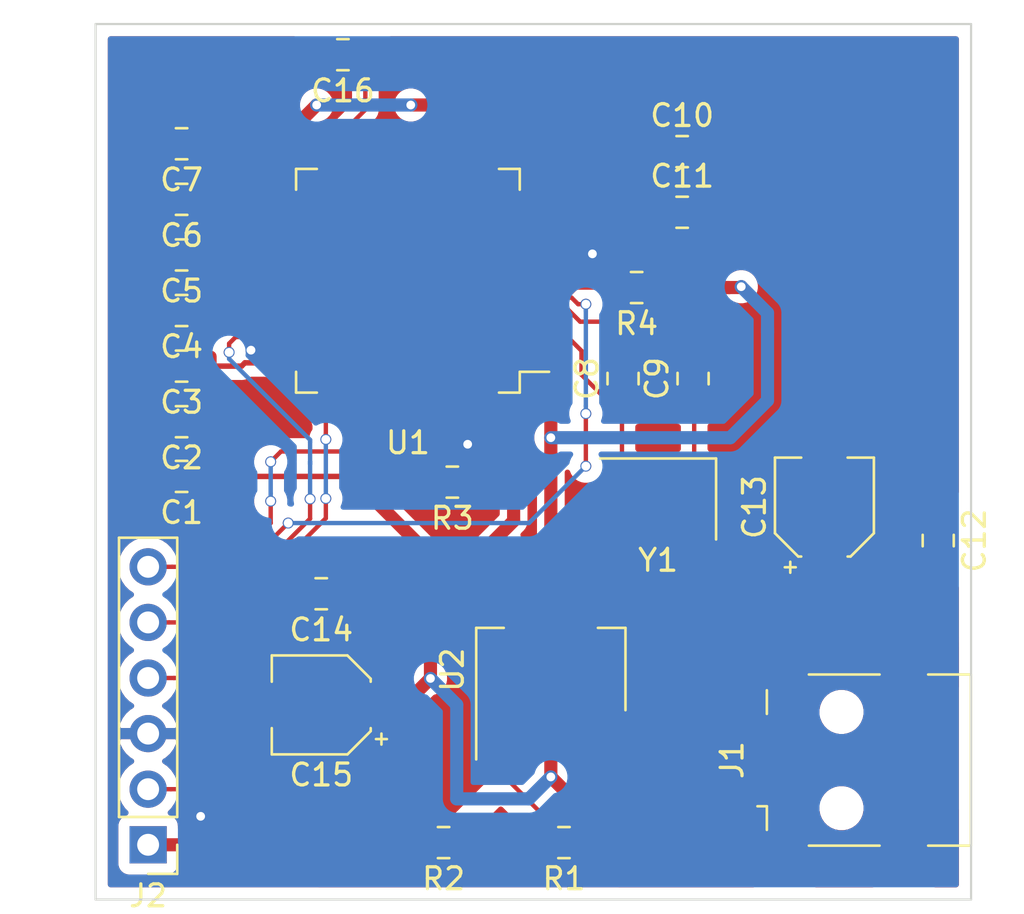
<source format=kicad_pcb>
(kicad_pcb (version 20171130) (host pcbnew 5.1.5-1.fc31)

  (general
    (thickness 1.6)
    (drawings 4)
    (tracks 234)
    (zones 0)
    (modules 25)
    (nets 61)
  )

  (page A4)
  (layers
    (0 F.Cu signal)
    (31 B.Cu signal)
    (32 B.Adhes user)
    (33 F.Adhes user)
    (34 B.Paste user)
    (35 F.Paste user)
    (36 B.SilkS user)
    (37 F.SilkS user)
    (38 B.Mask user)
    (39 F.Mask user)
    (40 Dwgs.User user)
    (41 Cmts.User user)
    (42 Eco1.User user)
    (43 Eco2.User user)
    (44 Edge.Cuts user)
    (45 Margin user)
    (46 B.CrtYd user)
    (47 F.CrtYd user)
    (48 B.Fab user)
    (49 F.Fab user)
  )

  (setup
    (last_trace_width 0.2)
    (trace_clearance 0.2)
    (zone_clearance 0.508)
    (zone_45_only no)
    (trace_min 0.2)
    (via_size 0.5)
    (via_drill 0.4)
    (via_min_size 0.4)
    (via_min_drill 0.3)
    (uvia_size 0.3)
    (uvia_drill 0.1)
    (uvias_allowed no)
    (uvia_min_size 0.2)
    (uvia_min_drill 0.1)
    (edge_width 0.05)
    (segment_width 0.2)
    (pcb_text_width 0.3)
    (pcb_text_size 1.5 1.5)
    (mod_edge_width 0.12)
    (mod_text_size 1 1)
    (mod_text_width 0.15)
    (pad_size 1.524 1.524)
    (pad_drill 0.762)
    (pad_to_mask_clearance 0.051)
    (solder_mask_min_width 0.25)
    (aux_axis_origin 0 0)
    (visible_elements FFFFFF7F)
    (pcbplotparams
      (layerselection 0x010c0_ffffffff)
      (usegerberextensions false)
      (usegerberattributes false)
      (usegerberadvancedattributes false)
      (creategerberjobfile false)
      (excludeedgelayer true)
      (linewidth 0.100000)
      (plotframeref false)
      (viasonmask false)
      (mode 1)
      (useauxorigin false)
      (hpglpennumber 1)
      (hpglpenspeed 20)
      (hpglpendiameter 15.000000)
      (psnegative false)
      (psa4output false)
      (plotreference true)
      (plotvalue true)
      (plotinvisibletext false)
      (padsonsilk false)
      (subtractmaskfromsilk false)
      (outputformat 1)
      (mirror false)
      (drillshape 0)
      (scaleselection 1)
      (outputdirectory ""))
  )

  (net 0 "")
  (net 1 +3V3)
  (net 2 GND)
  (net 3 "Net-(C8-Pad1)")
  (net 4 "Net-(C9-Pad1)")
  (net 5 +5V)
  (net 6 "Net-(C16-Pad1)")
  (net 7 "Net-(J1-Pad2)")
  (net 8 "Net-(J1-Pad3)")
  (net 9 "Net-(J1-Pad4)")
  (net 10 /SWCLK)
  (net 11 /SWDIO)
  (net 12 /NRST)
  (net 13 /SWO)
  (net 14 "Net-(R1-Pad2)")
  (net 15 "Net-(R3-Pad2)")
  (net 16 "Net-(U1-Pad2)")
  (net 17 "Net-(U1-Pad3)")
  (net 18 "Net-(U1-Pad4)")
  (net 19 "Net-(U1-Pad8)")
  (net 20 "Net-(U1-Pad9)")
  (net 21 "Net-(U1-Pad10)")
  (net 22 "Net-(U1-Pad11)")
  (net 23 "Net-(U1-Pad14)")
  (net 24 "Net-(U1-Pad15)")
  (net 25 "Net-(U1-Pad16)")
  (net 26 "Net-(U1-Pad17)")
  (net 27 "Net-(U1-Pad20)")
  (net 28 "Net-(U1-Pad21)")
  (net 29 "Net-(U1-Pad22)")
  (net 30 "Net-(U1-Pad23)")
  (net 31 "Net-(U1-Pad24)")
  (net 32 "Net-(U1-Pad25)")
  (net 33 "Net-(U1-Pad26)")
  (net 34 "Net-(U1-Pad27)")
  (net 35 "Net-(U1-Pad28)")
  (net 36 "Net-(U1-Pad29)")
  (net 37 "Net-(U1-Pad33)")
  (net 38 "Net-(U1-Pad34)")
  (net 39 "Net-(U1-Pad35)")
  (net 40 "Net-(U1-Pad36)")
  (net 41 "Net-(U1-Pad37)")
  (net 42 "Net-(U1-Pad38)")
  (net 43 "Net-(U1-Pad39)")
  (net 44 "Net-(U1-Pad40)")
  (net 45 "Net-(U1-Pad41)")
  (net 46 "Net-(U1-Pad42)")
  (net 47 "Net-(U1-Pad43)")
  (net 48 "Net-(U1-Pad44)")
  (net 49 "Net-(U1-Pad45)")
  (net 50 "Net-(U1-Pad50)")
  (net 51 "Net-(U1-Pad51)")
  (net 52 "Net-(U1-Pad52)")
  (net 53 "Net-(U1-Pad53)")
  (net 54 "Net-(U1-Pad54)")
  (net 55 "Net-(U1-Pad56)")
  (net 56 "Net-(U1-Pad57)")
  (net 57 "Net-(U1-Pad58)")
  (net 58 "Net-(U1-Pad59)")
  (net 59 "Net-(U1-Pad61)")
  (net 60 "Net-(U1-Pad62)")

  (net_class Default "This is the default net class."
    (clearance 0.2)
    (trace_width 0.2)
    (via_dia 0.5)
    (via_drill 0.4)
    (uvia_dia 0.3)
    (uvia_drill 0.1)
    (add_net /NRST)
    (add_net /SWCLK)
    (add_net /SWDIO)
    (add_net /SWO)
    (add_net "Net-(C16-Pad1)")
    (add_net "Net-(C8-Pad1)")
    (add_net "Net-(C9-Pad1)")
    (add_net "Net-(J1-Pad2)")
    (add_net "Net-(J1-Pad3)")
    (add_net "Net-(J1-Pad4)")
    (add_net "Net-(R1-Pad2)")
    (add_net "Net-(R3-Pad2)")
    (add_net "Net-(U1-Pad10)")
    (add_net "Net-(U1-Pad11)")
    (add_net "Net-(U1-Pad14)")
    (add_net "Net-(U1-Pad15)")
    (add_net "Net-(U1-Pad16)")
    (add_net "Net-(U1-Pad17)")
    (add_net "Net-(U1-Pad2)")
    (add_net "Net-(U1-Pad20)")
    (add_net "Net-(U1-Pad21)")
    (add_net "Net-(U1-Pad22)")
    (add_net "Net-(U1-Pad23)")
    (add_net "Net-(U1-Pad24)")
    (add_net "Net-(U1-Pad25)")
    (add_net "Net-(U1-Pad26)")
    (add_net "Net-(U1-Pad27)")
    (add_net "Net-(U1-Pad28)")
    (add_net "Net-(U1-Pad29)")
    (add_net "Net-(U1-Pad3)")
    (add_net "Net-(U1-Pad33)")
    (add_net "Net-(U1-Pad34)")
    (add_net "Net-(U1-Pad35)")
    (add_net "Net-(U1-Pad36)")
    (add_net "Net-(U1-Pad37)")
    (add_net "Net-(U1-Pad38)")
    (add_net "Net-(U1-Pad39)")
    (add_net "Net-(U1-Pad4)")
    (add_net "Net-(U1-Pad40)")
    (add_net "Net-(U1-Pad41)")
    (add_net "Net-(U1-Pad42)")
    (add_net "Net-(U1-Pad43)")
    (add_net "Net-(U1-Pad44)")
    (add_net "Net-(U1-Pad45)")
    (add_net "Net-(U1-Pad50)")
    (add_net "Net-(U1-Pad51)")
    (add_net "Net-(U1-Pad52)")
    (add_net "Net-(U1-Pad53)")
    (add_net "Net-(U1-Pad54)")
    (add_net "Net-(U1-Pad56)")
    (add_net "Net-(U1-Pad57)")
    (add_net "Net-(U1-Pad58)")
    (add_net "Net-(U1-Pad59)")
    (add_net "Net-(U1-Pad61)")
    (add_net "Net-(U1-Pad62)")
    (add_net "Net-(U1-Pad8)")
    (add_net "Net-(U1-Pad9)")
  )

  (net_class Power ""
    (clearance 0.2)
    (trace_width 0.6)
    (via_dia 0.5)
    (via_drill 0.4)
    (uvia_dia 0.3)
    (uvia_drill 0.1)
    (add_net +3V3)
    (add_net +5V)
    (add_net GND)
  )

  (module Capacitor_SMD:C_0805_2012Metric_Pad1.15x1.40mm_HandSolder (layer F.Cu) (tedit 5B36C52B) (tstamp 5E30118C)
    (at 101.93 74.67 180)
    (descr "Capacitor SMD 0805 (2012 Metric), square (rectangular) end terminal, IPC_7351 nominal with elongated pad for handsoldering. (Body size source: https://docs.google.com/spreadsheets/d/1BsfQQcO9C6DZCsRaXUlFlo91Tg2WpOkGARC1WS5S8t0/edit?usp=sharing), generated with kicad-footprint-generator")
    (tags "capacitor handsolder")
    (path /5E2A9CBE)
    (attr smd)
    (fp_text reference C1 (at 0 -1.65) (layer F.SilkS)
      (effects (font (size 1 1) (thickness 0.15)))
    )
    (fp_text value 100nF (at 0 1.65) (layer F.Fab)
      (effects (font (size 1 1) (thickness 0.15)))
    )
    (fp_line (start -1 0.6) (end -1 -0.6) (layer F.Fab) (width 0.1))
    (fp_line (start -1 -0.6) (end 1 -0.6) (layer F.Fab) (width 0.1))
    (fp_line (start 1 -0.6) (end 1 0.6) (layer F.Fab) (width 0.1))
    (fp_line (start 1 0.6) (end -1 0.6) (layer F.Fab) (width 0.1))
    (fp_line (start -0.261252 -0.71) (end 0.261252 -0.71) (layer F.SilkS) (width 0.12))
    (fp_line (start -0.261252 0.71) (end 0.261252 0.71) (layer F.SilkS) (width 0.12))
    (fp_line (start -1.85 0.95) (end -1.85 -0.95) (layer F.CrtYd) (width 0.05))
    (fp_line (start -1.85 -0.95) (end 1.85 -0.95) (layer F.CrtYd) (width 0.05))
    (fp_line (start 1.85 -0.95) (end 1.85 0.95) (layer F.CrtYd) (width 0.05))
    (fp_line (start 1.85 0.95) (end -1.85 0.95) (layer F.CrtYd) (width 0.05))
    (fp_text user %R (at 0 0) (layer F.Fab)
      (effects (font (size 0.5 0.5) (thickness 0.08)))
    )
    (pad 1 smd roundrect (at -1.025 0 180) (size 1.15 1.4) (layers F.Cu F.Paste F.Mask) (roundrect_rratio 0.217391)
      (net 1 +3V3))
    (pad 2 smd roundrect (at 1.025 0 180) (size 1.15 1.4) (layers F.Cu F.Paste F.Mask) (roundrect_rratio 0.217391)
      (net 2 GND))
    (model ${KISYS3DMOD}/Capacitor_SMD.3dshapes/C_0805_2012Metric.wrl
      (at (xyz 0 0 0))
      (scale (xyz 1 1 1))
      (rotate (xyz 0 0 0))
    )
  )

  (module Capacitor_SMD:C_0805_2012Metric_Pad1.15x1.40mm_HandSolder (layer F.Cu) (tedit 5B36C52B) (tstamp 5E30119D)
    (at 101.93 72.17 180)
    (descr "Capacitor SMD 0805 (2012 Metric), square (rectangular) end terminal, IPC_7351 nominal with elongated pad for handsoldering. (Body size source: https://docs.google.com/spreadsheets/d/1BsfQQcO9C6DZCsRaXUlFlo91Tg2WpOkGARC1WS5S8t0/edit?usp=sharing), generated with kicad-footprint-generator")
    (tags "capacitor handsolder")
    (path /5E2AADF6)
    (attr smd)
    (fp_text reference C2 (at 0 -1.65) (layer F.SilkS)
      (effects (font (size 1 1) (thickness 0.15)))
    )
    (fp_text value 100nF (at 0 1.65) (layer F.Fab)
      (effects (font (size 1 1) (thickness 0.15)))
    )
    (fp_text user %R (at 0 0) (layer F.Fab)
      (effects (font (size 0.5 0.5) (thickness 0.08)))
    )
    (fp_line (start 1.85 0.95) (end -1.85 0.95) (layer F.CrtYd) (width 0.05))
    (fp_line (start 1.85 -0.95) (end 1.85 0.95) (layer F.CrtYd) (width 0.05))
    (fp_line (start -1.85 -0.95) (end 1.85 -0.95) (layer F.CrtYd) (width 0.05))
    (fp_line (start -1.85 0.95) (end -1.85 -0.95) (layer F.CrtYd) (width 0.05))
    (fp_line (start -0.261252 0.71) (end 0.261252 0.71) (layer F.SilkS) (width 0.12))
    (fp_line (start -0.261252 -0.71) (end 0.261252 -0.71) (layer F.SilkS) (width 0.12))
    (fp_line (start 1 0.6) (end -1 0.6) (layer F.Fab) (width 0.1))
    (fp_line (start 1 -0.6) (end 1 0.6) (layer F.Fab) (width 0.1))
    (fp_line (start -1 -0.6) (end 1 -0.6) (layer F.Fab) (width 0.1))
    (fp_line (start -1 0.6) (end -1 -0.6) (layer F.Fab) (width 0.1))
    (pad 2 smd roundrect (at 1.025 0 180) (size 1.15 1.4) (layers F.Cu F.Paste F.Mask) (roundrect_rratio 0.217391)
      (net 2 GND))
    (pad 1 smd roundrect (at -1.025 0 180) (size 1.15 1.4) (layers F.Cu F.Paste F.Mask) (roundrect_rratio 0.217391)
      (net 1 +3V3))
    (model ${KISYS3DMOD}/Capacitor_SMD.3dshapes/C_0805_2012Metric.wrl
      (at (xyz 0 0 0))
      (scale (xyz 1 1 1))
      (rotate (xyz 0 0 0))
    )
  )

  (module Capacitor_SMD:C_0805_2012Metric_Pad1.15x1.40mm_HandSolder (layer F.Cu) (tedit 5B36C52B) (tstamp 5E302764)
    (at 101.93 69.63 180)
    (descr "Capacitor SMD 0805 (2012 Metric), square (rectangular) end terminal, IPC_7351 nominal with elongated pad for handsoldering. (Body size source: https://docs.google.com/spreadsheets/d/1BsfQQcO9C6DZCsRaXUlFlo91Tg2WpOkGARC1WS5S8t0/edit?usp=sharing), generated with kicad-footprint-generator")
    (tags "capacitor handsolder")
    (path /5E2AB066)
    (attr smd)
    (fp_text reference C3 (at 0 -1.65) (layer F.SilkS)
      (effects (font (size 1 1) (thickness 0.15)))
    )
    (fp_text value 100nF (at 0 1.65) (layer F.Fab)
      (effects (font (size 1 1) (thickness 0.15)))
    )
    (fp_line (start -1 0.6) (end -1 -0.6) (layer F.Fab) (width 0.1))
    (fp_line (start -1 -0.6) (end 1 -0.6) (layer F.Fab) (width 0.1))
    (fp_line (start 1 -0.6) (end 1 0.6) (layer F.Fab) (width 0.1))
    (fp_line (start 1 0.6) (end -1 0.6) (layer F.Fab) (width 0.1))
    (fp_line (start -0.261252 -0.71) (end 0.261252 -0.71) (layer F.SilkS) (width 0.12))
    (fp_line (start -0.261252 0.71) (end 0.261252 0.71) (layer F.SilkS) (width 0.12))
    (fp_line (start -1.85 0.95) (end -1.85 -0.95) (layer F.CrtYd) (width 0.05))
    (fp_line (start -1.85 -0.95) (end 1.85 -0.95) (layer F.CrtYd) (width 0.05))
    (fp_line (start 1.85 -0.95) (end 1.85 0.95) (layer F.CrtYd) (width 0.05))
    (fp_line (start 1.85 0.95) (end -1.85 0.95) (layer F.CrtYd) (width 0.05))
    (fp_text user %R (at 0 0) (layer F.Fab)
      (effects (font (size 0.5 0.5) (thickness 0.08)))
    )
    (pad 1 smd roundrect (at -1.025 0 180) (size 1.15 1.4) (layers F.Cu F.Paste F.Mask) (roundrect_rratio 0.217391)
      (net 1 +3V3))
    (pad 2 smd roundrect (at 1.025 0 180) (size 1.15 1.4) (layers F.Cu F.Paste F.Mask) (roundrect_rratio 0.217391)
      (net 2 GND))
    (model ${KISYS3DMOD}/Capacitor_SMD.3dshapes/C_0805_2012Metric.wrl
      (at (xyz 0 0 0))
      (scale (xyz 1 1 1))
      (rotate (xyz 0 0 0))
    )
  )

  (module Capacitor_SMD:C_0805_2012Metric_Pad1.15x1.40mm_HandSolder (layer F.Cu) (tedit 5B36C52B) (tstamp 5E3011BF)
    (at 101.93 67.09 180)
    (descr "Capacitor SMD 0805 (2012 Metric), square (rectangular) end terminal, IPC_7351 nominal with elongated pad for handsoldering. (Body size source: https://docs.google.com/spreadsheets/d/1BsfQQcO9C6DZCsRaXUlFlo91Tg2WpOkGARC1WS5S8t0/edit?usp=sharing), generated with kicad-footprint-generator")
    (tags "capacitor handsolder")
    (path /5E2AB2E4)
    (attr smd)
    (fp_text reference C4 (at 0 -1.65) (layer F.SilkS)
      (effects (font (size 1 1) (thickness 0.15)))
    )
    (fp_text value 100nF (at 0 1.65) (layer F.Fab)
      (effects (font (size 1 1) (thickness 0.15)))
    )
    (fp_text user %R (at 0 0) (layer F.Fab)
      (effects (font (size 0.5 0.5) (thickness 0.08)))
    )
    (fp_line (start 1.85 0.95) (end -1.85 0.95) (layer F.CrtYd) (width 0.05))
    (fp_line (start 1.85 -0.95) (end 1.85 0.95) (layer F.CrtYd) (width 0.05))
    (fp_line (start -1.85 -0.95) (end 1.85 -0.95) (layer F.CrtYd) (width 0.05))
    (fp_line (start -1.85 0.95) (end -1.85 -0.95) (layer F.CrtYd) (width 0.05))
    (fp_line (start -0.261252 0.71) (end 0.261252 0.71) (layer F.SilkS) (width 0.12))
    (fp_line (start -0.261252 -0.71) (end 0.261252 -0.71) (layer F.SilkS) (width 0.12))
    (fp_line (start 1 0.6) (end -1 0.6) (layer F.Fab) (width 0.1))
    (fp_line (start 1 -0.6) (end 1 0.6) (layer F.Fab) (width 0.1))
    (fp_line (start -1 -0.6) (end 1 -0.6) (layer F.Fab) (width 0.1))
    (fp_line (start -1 0.6) (end -1 -0.6) (layer F.Fab) (width 0.1))
    (pad 2 smd roundrect (at 1.025 0 180) (size 1.15 1.4) (layers F.Cu F.Paste F.Mask) (roundrect_rratio 0.217391)
      (net 2 GND))
    (pad 1 smd roundrect (at -1.025 0 180) (size 1.15 1.4) (layers F.Cu F.Paste F.Mask) (roundrect_rratio 0.217391)
      (net 1 +3V3))
    (model ${KISYS3DMOD}/Capacitor_SMD.3dshapes/C_0805_2012Metric.wrl
      (at (xyz 0 0 0))
      (scale (xyz 1 1 1))
      (rotate (xyz 0 0 0))
    )
  )

  (module Capacitor_SMD:C_0805_2012Metric_Pad1.15x1.40mm_HandSolder (layer F.Cu) (tedit 5B36C52B) (tstamp 5E3011D0)
    (at 101.93 64.55 180)
    (descr "Capacitor SMD 0805 (2012 Metric), square (rectangular) end terminal, IPC_7351 nominal with elongated pad for handsoldering. (Body size source: https://docs.google.com/spreadsheets/d/1BsfQQcO9C6DZCsRaXUlFlo91Tg2WpOkGARC1WS5S8t0/edit?usp=sharing), generated with kicad-footprint-generator")
    (tags "capacitor handsolder")
    (path /5E2AB570)
    (attr smd)
    (fp_text reference C5 (at 0 -1.65) (layer F.SilkS)
      (effects (font (size 1 1) (thickness 0.15)))
    )
    (fp_text value 100nF (at 0 1.65) (layer F.Fab)
      (effects (font (size 1 1) (thickness 0.15)))
    )
    (fp_line (start -1 0.6) (end -1 -0.6) (layer F.Fab) (width 0.1))
    (fp_line (start -1 -0.6) (end 1 -0.6) (layer F.Fab) (width 0.1))
    (fp_line (start 1 -0.6) (end 1 0.6) (layer F.Fab) (width 0.1))
    (fp_line (start 1 0.6) (end -1 0.6) (layer F.Fab) (width 0.1))
    (fp_line (start -0.261252 -0.71) (end 0.261252 -0.71) (layer F.SilkS) (width 0.12))
    (fp_line (start -0.261252 0.71) (end 0.261252 0.71) (layer F.SilkS) (width 0.12))
    (fp_line (start -1.85 0.95) (end -1.85 -0.95) (layer F.CrtYd) (width 0.05))
    (fp_line (start -1.85 -0.95) (end 1.85 -0.95) (layer F.CrtYd) (width 0.05))
    (fp_line (start 1.85 -0.95) (end 1.85 0.95) (layer F.CrtYd) (width 0.05))
    (fp_line (start 1.85 0.95) (end -1.85 0.95) (layer F.CrtYd) (width 0.05))
    (fp_text user %R (at 0 0) (layer F.Fab)
      (effects (font (size 0.5 0.5) (thickness 0.08)))
    )
    (pad 1 smd roundrect (at -1.025 0 180) (size 1.15 1.4) (layers F.Cu F.Paste F.Mask) (roundrect_rratio 0.217391)
      (net 1 +3V3))
    (pad 2 smd roundrect (at 1.025 0 180) (size 1.15 1.4) (layers F.Cu F.Paste F.Mask) (roundrect_rratio 0.217391)
      (net 2 GND))
    (model ${KISYS3DMOD}/Capacitor_SMD.3dshapes/C_0805_2012Metric.wrl
      (at (xyz 0 0 0))
      (scale (xyz 1 1 1))
      (rotate (xyz 0 0 0))
    )
  )

  (module Capacitor_SMD:C_0805_2012Metric_Pad1.15x1.40mm_HandSolder (layer F.Cu) (tedit 5B36C52B) (tstamp 5E3026A1)
    (at 101.93 62.01 180)
    (descr "Capacitor SMD 0805 (2012 Metric), square (rectangular) end terminal, IPC_7351 nominal with elongated pad for handsoldering. (Body size source: https://docs.google.com/spreadsheets/d/1BsfQQcO9C6DZCsRaXUlFlo91Tg2WpOkGARC1WS5S8t0/edit?usp=sharing), generated with kicad-footprint-generator")
    (tags "capacitor handsolder")
    (path /5E2AB80A)
    (attr smd)
    (fp_text reference C6 (at 0 -1.65) (layer F.SilkS)
      (effects (font (size 1 1) (thickness 0.15)))
    )
    (fp_text value 100nF (at 0 1.65) (layer F.Fab)
      (effects (font (size 1 1) (thickness 0.15)))
    )
    (fp_text user %R (at 0 0) (layer F.Fab)
      (effects (font (size 0.5 0.5) (thickness 0.08)))
    )
    (fp_line (start 1.85 0.95) (end -1.85 0.95) (layer F.CrtYd) (width 0.05))
    (fp_line (start 1.85 -0.95) (end 1.85 0.95) (layer F.CrtYd) (width 0.05))
    (fp_line (start -1.85 -0.95) (end 1.85 -0.95) (layer F.CrtYd) (width 0.05))
    (fp_line (start -1.85 0.95) (end -1.85 -0.95) (layer F.CrtYd) (width 0.05))
    (fp_line (start -0.261252 0.71) (end 0.261252 0.71) (layer F.SilkS) (width 0.12))
    (fp_line (start -0.261252 -0.71) (end 0.261252 -0.71) (layer F.SilkS) (width 0.12))
    (fp_line (start 1 0.6) (end -1 0.6) (layer F.Fab) (width 0.1))
    (fp_line (start 1 -0.6) (end 1 0.6) (layer F.Fab) (width 0.1))
    (fp_line (start -1 -0.6) (end 1 -0.6) (layer F.Fab) (width 0.1))
    (fp_line (start -1 0.6) (end -1 -0.6) (layer F.Fab) (width 0.1))
    (pad 2 smd roundrect (at 1.025 0 180) (size 1.15 1.4) (layers F.Cu F.Paste F.Mask) (roundrect_rratio 0.217391)
      (net 2 GND))
    (pad 1 smd roundrect (at -1.025 0 180) (size 1.15 1.4) (layers F.Cu F.Paste F.Mask) (roundrect_rratio 0.217391)
      (net 1 +3V3))
    (model ${KISYS3DMOD}/Capacitor_SMD.3dshapes/C_0805_2012Metric.wrl
      (at (xyz 0 0 0))
      (scale (xyz 1 1 1))
      (rotate (xyz 0 0 0))
    )
  )

  (module Capacitor_SMD:C_0805_2012Metric_Pad1.15x1.40mm_HandSolder (layer F.Cu) (tedit 5B36C52B) (tstamp 5E3011F2)
    (at 101.93 59.47 180)
    (descr "Capacitor SMD 0805 (2012 Metric), square (rectangular) end terminal, IPC_7351 nominal with elongated pad for handsoldering. (Body size source: https://docs.google.com/spreadsheets/d/1BsfQQcO9C6DZCsRaXUlFlo91Tg2WpOkGARC1WS5S8t0/edit?usp=sharing), generated with kicad-footprint-generator")
    (tags "capacitor handsolder")
    (path /5E2ABCBC)
    (attr smd)
    (fp_text reference C7 (at 0 -1.65) (layer F.SilkS)
      (effects (font (size 1 1) (thickness 0.15)))
    )
    (fp_text value 4.7uF (at 0 1.65) (layer F.Fab)
      (effects (font (size 1 1) (thickness 0.15)))
    )
    (fp_line (start -1 0.6) (end -1 -0.6) (layer F.Fab) (width 0.1))
    (fp_line (start -1 -0.6) (end 1 -0.6) (layer F.Fab) (width 0.1))
    (fp_line (start 1 -0.6) (end 1 0.6) (layer F.Fab) (width 0.1))
    (fp_line (start 1 0.6) (end -1 0.6) (layer F.Fab) (width 0.1))
    (fp_line (start -0.261252 -0.71) (end 0.261252 -0.71) (layer F.SilkS) (width 0.12))
    (fp_line (start -0.261252 0.71) (end 0.261252 0.71) (layer F.SilkS) (width 0.12))
    (fp_line (start -1.85 0.95) (end -1.85 -0.95) (layer F.CrtYd) (width 0.05))
    (fp_line (start -1.85 -0.95) (end 1.85 -0.95) (layer F.CrtYd) (width 0.05))
    (fp_line (start 1.85 -0.95) (end 1.85 0.95) (layer F.CrtYd) (width 0.05))
    (fp_line (start 1.85 0.95) (end -1.85 0.95) (layer F.CrtYd) (width 0.05))
    (fp_text user %R (at 0 0) (layer F.Fab)
      (effects (font (size 0.5 0.5) (thickness 0.08)))
    )
    (pad 1 smd roundrect (at -1.025 0 180) (size 1.15 1.4) (layers F.Cu F.Paste F.Mask) (roundrect_rratio 0.217391)
      (net 1 +3V3))
    (pad 2 smd roundrect (at 1.025 0 180) (size 1.15 1.4) (layers F.Cu F.Paste F.Mask) (roundrect_rratio 0.217391)
      (net 2 GND))
    (model ${KISYS3DMOD}/Capacitor_SMD.3dshapes/C_0805_2012Metric.wrl
      (at (xyz 0 0 0))
      (scale (xyz 1 1 1))
      (rotate (xyz 0 0 0))
    )
  )

  (module Capacitor_SMD:C_0805_2012Metric_Pad1.15x1.40mm_HandSolder (layer F.Cu) (tedit 5B36C52B) (tstamp 5E32DB6C)
    (at 122.1 70.2 90)
    (descr "Capacitor SMD 0805 (2012 Metric), square (rectangular) end terminal, IPC_7351 nominal with elongated pad for handsoldering. (Body size source: https://docs.google.com/spreadsheets/d/1BsfQQcO9C6DZCsRaXUlFlo91Tg2WpOkGARC1WS5S8t0/edit?usp=sharing), generated with kicad-footprint-generator")
    (tags "capacitor handsolder")
    (path /5E2EC630)
    (attr smd)
    (fp_text reference C8 (at 0 -1.65 90) (layer F.SilkS)
      (effects (font (size 1 1) (thickness 0.15)))
    )
    (fp_text value 18pF (at 0 1.65 90) (layer F.Fab)
      (effects (font (size 1 1) (thickness 0.15)))
    )
    (fp_text user %R (at 0 0 90) (layer F.Fab)
      (effects (font (size 0.5 0.5) (thickness 0.08)))
    )
    (fp_line (start 1.85 0.95) (end -1.85 0.95) (layer F.CrtYd) (width 0.05))
    (fp_line (start 1.85 -0.95) (end 1.85 0.95) (layer F.CrtYd) (width 0.05))
    (fp_line (start -1.85 -0.95) (end 1.85 -0.95) (layer F.CrtYd) (width 0.05))
    (fp_line (start -1.85 0.95) (end -1.85 -0.95) (layer F.CrtYd) (width 0.05))
    (fp_line (start -0.261252 0.71) (end 0.261252 0.71) (layer F.SilkS) (width 0.12))
    (fp_line (start -0.261252 -0.71) (end 0.261252 -0.71) (layer F.SilkS) (width 0.12))
    (fp_line (start 1 0.6) (end -1 0.6) (layer F.Fab) (width 0.1))
    (fp_line (start 1 -0.6) (end 1 0.6) (layer F.Fab) (width 0.1))
    (fp_line (start -1 -0.6) (end 1 -0.6) (layer F.Fab) (width 0.1))
    (fp_line (start -1 0.6) (end -1 -0.6) (layer F.Fab) (width 0.1))
    (pad 2 smd roundrect (at 1.025 0 90) (size 1.15 1.4) (layers F.Cu F.Paste F.Mask) (roundrect_rratio 0.217391)
      (net 2 GND))
    (pad 1 smd roundrect (at -1.025 0 90) (size 1.15 1.4) (layers F.Cu F.Paste F.Mask) (roundrect_rratio 0.217391)
      (net 3 "Net-(C8-Pad1)"))
    (model ${KISYS3DMOD}/Capacitor_SMD.3dshapes/C_0805_2012Metric.wrl
      (at (xyz 0 0 0))
      (scale (xyz 1 1 1))
      (rotate (xyz 0 0 0))
    )
  )

  (module Capacitor_SMD:C_0805_2012Metric_Pad1.15x1.40mm_HandSolder (layer F.Cu) (tedit 5B36C52B) (tstamp 5E301214)
    (at 125.3 70.2 90)
    (descr "Capacitor SMD 0805 (2012 Metric), square (rectangular) end terminal, IPC_7351 nominal with elongated pad for handsoldering. (Body size source: https://docs.google.com/spreadsheets/d/1BsfQQcO9C6DZCsRaXUlFlo91Tg2WpOkGARC1WS5S8t0/edit?usp=sharing), generated with kicad-footprint-generator")
    (tags "capacitor handsolder")
    (path /5E2F1863)
    (attr smd)
    (fp_text reference C9 (at 0 -1.65 90) (layer F.SilkS)
      (effects (font (size 1 1) (thickness 0.15)))
    )
    (fp_text value 18pF (at 0 1.65 90) (layer F.Fab)
      (effects (font (size 1 1) (thickness 0.15)))
    )
    (fp_line (start -1 0.6) (end -1 -0.6) (layer F.Fab) (width 0.1))
    (fp_line (start -1 -0.6) (end 1 -0.6) (layer F.Fab) (width 0.1))
    (fp_line (start 1 -0.6) (end 1 0.6) (layer F.Fab) (width 0.1))
    (fp_line (start 1 0.6) (end -1 0.6) (layer F.Fab) (width 0.1))
    (fp_line (start -0.261252 -0.71) (end 0.261252 -0.71) (layer F.SilkS) (width 0.12))
    (fp_line (start -0.261252 0.71) (end 0.261252 0.71) (layer F.SilkS) (width 0.12))
    (fp_line (start -1.85 0.95) (end -1.85 -0.95) (layer F.CrtYd) (width 0.05))
    (fp_line (start -1.85 -0.95) (end 1.85 -0.95) (layer F.CrtYd) (width 0.05))
    (fp_line (start 1.85 -0.95) (end 1.85 0.95) (layer F.CrtYd) (width 0.05))
    (fp_line (start 1.85 0.95) (end -1.85 0.95) (layer F.CrtYd) (width 0.05))
    (fp_text user %R (at 0 0 90) (layer F.Fab)
      (effects (font (size 0.5 0.5) (thickness 0.08)))
    )
    (pad 1 smd roundrect (at -1.025 0 90) (size 1.15 1.4) (layers F.Cu F.Paste F.Mask) (roundrect_rratio 0.217391)
      (net 4 "Net-(C9-Pad1)"))
    (pad 2 smd roundrect (at 1.025 0 90) (size 1.15 1.4) (layers F.Cu F.Paste F.Mask) (roundrect_rratio 0.217391)
      (net 2 GND))
    (model ${KISYS3DMOD}/Capacitor_SMD.3dshapes/C_0805_2012Metric.wrl
      (at (xyz 0 0 0))
      (scale (xyz 1 1 1))
      (rotate (xyz 0 0 0))
    )
  )

  (module Capacitor_SMD:C_0805_2012Metric_Pad1.15x1.40mm_HandSolder (layer F.Cu) (tedit 5B36C52B) (tstamp 5E302671)
    (at 124.8 59.83)
    (descr "Capacitor SMD 0805 (2012 Metric), square (rectangular) end terminal, IPC_7351 nominal with elongated pad for handsoldering. (Body size source: https://docs.google.com/spreadsheets/d/1BsfQQcO9C6DZCsRaXUlFlo91Tg2WpOkGARC1WS5S8t0/edit?usp=sharing), generated with kicad-footprint-generator")
    (tags "capacitor handsolder")
    (path /5E2BAD27)
    (attr smd)
    (fp_text reference C10 (at 0 -1.65) (layer F.SilkS)
      (effects (font (size 1 1) (thickness 0.15)))
    )
    (fp_text value 100nF (at 0 1.65) (layer F.Fab)
      (effects (font (size 1 1) (thickness 0.15)))
    )
    (fp_text user %R (at 0 0) (layer F.Fab)
      (effects (font (size 0.5 0.5) (thickness 0.08)))
    )
    (fp_line (start 1.85 0.95) (end -1.85 0.95) (layer F.CrtYd) (width 0.05))
    (fp_line (start 1.85 -0.95) (end 1.85 0.95) (layer F.CrtYd) (width 0.05))
    (fp_line (start -1.85 -0.95) (end 1.85 -0.95) (layer F.CrtYd) (width 0.05))
    (fp_line (start -1.85 0.95) (end -1.85 -0.95) (layer F.CrtYd) (width 0.05))
    (fp_line (start -0.261252 0.71) (end 0.261252 0.71) (layer F.SilkS) (width 0.12))
    (fp_line (start -0.261252 -0.71) (end 0.261252 -0.71) (layer F.SilkS) (width 0.12))
    (fp_line (start 1 0.6) (end -1 0.6) (layer F.Fab) (width 0.1))
    (fp_line (start 1 -0.6) (end 1 0.6) (layer F.Fab) (width 0.1))
    (fp_line (start -1 -0.6) (end 1 -0.6) (layer F.Fab) (width 0.1))
    (fp_line (start -1 0.6) (end -1 -0.6) (layer F.Fab) (width 0.1))
    (pad 2 smd roundrect (at 1.025 0) (size 1.15 1.4) (layers F.Cu F.Paste F.Mask) (roundrect_rratio 0.217391)
      (net 2 GND))
    (pad 1 smd roundrect (at -1.025 0) (size 1.15 1.4) (layers F.Cu F.Paste F.Mask) (roundrect_rratio 0.217391)
      (net 1 +3V3))
    (model ${KISYS3DMOD}/Capacitor_SMD.3dshapes/C_0805_2012Metric.wrl
      (at (xyz 0 0 0))
      (scale (xyz 1 1 1))
      (rotate (xyz 0 0 0))
    )
  )

  (module Capacitor_SMD:C_0805_2012Metric_Pad1.15x1.40mm_HandSolder (layer F.Cu) (tedit 5B36C52B) (tstamp 5E3028E7)
    (at 124.8 62.6)
    (descr "Capacitor SMD 0805 (2012 Metric), square (rectangular) end terminal, IPC_7351 nominal with elongated pad for handsoldering. (Body size source: https://docs.google.com/spreadsheets/d/1BsfQQcO9C6DZCsRaXUlFlo91Tg2WpOkGARC1WS5S8t0/edit?usp=sharing), generated with kicad-footprint-generator")
    (tags "capacitor handsolder")
    (path /5E2BB805)
    (attr smd)
    (fp_text reference C11 (at 0 -1.65) (layer F.SilkS)
      (effects (font (size 1 1) (thickness 0.15)))
    )
    (fp_text value 1uF (at 0 1.65) (layer F.Fab)
      (effects (font (size 1 1) (thickness 0.15)))
    )
    (fp_line (start -1 0.6) (end -1 -0.6) (layer F.Fab) (width 0.1))
    (fp_line (start -1 -0.6) (end 1 -0.6) (layer F.Fab) (width 0.1))
    (fp_line (start 1 -0.6) (end 1 0.6) (layer F.Fab) (width 0.1))
    (fp_line (start 1 0.6) (end -1 0.6) (layer F.Fab) (width 0.1))
    (fp_line (start -0.261252 -0.71) (end 0.261252 -0.71) (layer F.SilkS) (width 0.12))
    (fp_line (start -0.261252 0.71) (end 0.261252 0.71) (layer F.SilkS) (width 0.12))
    (fp_line (start -1.85 0.95) (end -1.85 -0.95) (layer F.CrtYd) (width 0.05))
    (fp_line (start -1.85 -0.95) (end 1.85 -0.95) (layer F.CrtYd) (width 0.05))
    (fp_line (start 1.85 -0.95) (end 1.85 0.95) (layer F.CrtYd) (width 0.05))
    (fp_line (start 1.85 0.95) (end -1.85 0.95) (layer F.CrtYd) (width 0.05))
    (fp_text user %R (at 0 0) (layer F.Fab)
      (effects (font (size 0.5 0.5) (thickness 0.08)))
    )
    (pad 1 smd roundrect (at -1.025 0) (size 1.15 1.4) (layers F.Cu F.Paste F.Mask) (roundrect_rratio 0.217391)
      (net 1 +3V3))
    (pad 2 smd roundrect (at 1.025 0) (size 1.15 1.4) (layers F.Cu F.Paste F.Mask) (roundrect_rratio 0.217391)
      (net 2 GND))
    (model ${KISYS3DMOD}/Capacitor_SMD.3dshapes/C_0805_2012Metric.wrl
      (at (xyz 0 0 0))
      (scale (xyz 1 1 1))
      (rotate (xyz 0 0 0))
    )
  )

  (module Capacitor_SMD:C_0805_2012Metric_Pad1.15x1.40mm_HandSolder (layer F.Cu) (tedit 5B36C52B) (tstamp 5E319B7F)
    (at 136.5 77.6 270)
    (descr "Capacitor SMD 0805 (2012 Metric), square (rectangular) end terminal, IPC_7351 nominal with elongated pad for handsoldering. (Body size source: https://docs.google.com/spreadsheets/d/1BsfQQcO9C6DZCsRaXUlFlo91Tg2WpOkGARC1WS5S8t0/edit?usp=sharing), generated with kicad-footprint-generator")
    (tags "capacitor handsolder")
    (path /5E29CDDC)
    (attr smd)
    (fp_text reference C12 (at 0 -1.65 90) (layer F.SilkS)
      (effects (font (size 1 1) (thickness 0.15)))
    )
    (fp_text value 100nF (at 0 1.65 90) (layer F.Fab)
      (effects (font (size 1 1) (thickness 0.15)))
    )
    (fp_text user %R (at 0 0 90) (layer F.Fab)
      (effects (font (size 0.5 0.5) (thickness 0.08)))
    )
    (fp_line (start 1.85 0.95) (end -1.85 0.95) (layer F.CrtYd) (width 0.05))
    (fp_line (start 1.85 -0.95) (end 1.85 0.95) (layer F.CrtYd) (width 0.05))
    (fp_line (start -1.85 -0.95) (end 1.85 -0.95) (layer F.CrtYd) (width 0.05))
    (fp_line (start -1.85 0.95) (end -1.85 -0.95) (layer F.CrtYd) (width 0.05))
    (fp_line (start -0.261252 0.71) (end 0.261252 0.71) (layer F.SilkS) (width 0.12))
    (fp_line (start -0.261252 -0.71) (end 0.261252 -0.71) (layer F.SilkS) (width 0.12))
    (fp_line (start 1 0.6) (end -1 0.6) (layer F.Fab) (width 0.1))
    (fp_line (start 1 -0.6) (end 1 0.6) (layer F.Fab) (width 0.1))
    (fp_line (start -1 -0.6) (end 1 -0.6) (layer F.Fab) (width 0.1))
    (fp_line (start -1 0.6) (end -1 -0.6) (layer F.Fab) (width 0.1))
    (pad 2 smd roundrect (at 1.025 0 270) (size 1.15 1.4) (layers F.Cu F.Paste F.Mask) (roundrect_rratio 0.217391)
      (net 5 +5V))
    (pad 1 smd roundrect (at -1.025 0 270) (size 1.15 1.4) (layers F.Cu F.Paste F.Mask) (roundrect_rratio 0.217391)
      (net 2 GND))
    (model ${KISYS3DMOD}/Capacitor_SMD.3dshapes/C_0805_2012Metric.wrl
      (at (xyz 0 0 0))
      (scale (xyz 1 1 1))
      (rotate (xyz 0 0 0))
    )
  )

  (module Capacitor_SMD:CP_Elec_4x4.5 (layer F.Cu) (tedit 5BCA39CF) (tstamp 5E31905F)
    (at 131.3 76.07 90)
    (descr "SMD capacitor, aluminum electrolytic, Nichicon, 4.0x4.5mm")
    (tags "capacitor electrolytic")
    (path /5E2ACF21)
    (attr smd)
    (fp_text reference C13 (at 0 -3.2 90) (layer F.SilkS)
      (effects (font (size 1 1) (thickness 0.15)))
    )
    (fp_text value 10uF (at 0 3.2 90) (layer F.Fab)
      (effects (font (size 1 1) (thickness 0.15)))
    )
    (fp_circle (center 0 0) (end 2 0) (layer F.Fab) (width 0.1))
    (fp_line (start 2.15 -2.15) (end 2.15 2.15) (layer F.Fab) (width 0.1))
    (fp_line (start -1.15 -2.15) (end 2.15 -2.15) (layer F.Fab) (width 0.1))
    (fp_line (start -1.15 2.15) (end 2.15 2.15) (layer F.Fab) (width 0.1))
    (fp_line (start -2.15 -1.15) (end -2.15 1.15) (layer F.Fab) (width 0.1))
    (fp_line (start -2.15 -1.15) (end -1.15 -2.15) (layer F.Fab) (width 0.1))
    (fp_line (start -2.15 1.15) (end -1.15 2.15) (layer F.Fab) (width 0.1))
    (fp_line (start -1.574773 -1) (end -1.174773 -1) (layer F.Fab) (width 0.1))
    (fp_line (start -1.374773 -1.2) (end -1.374773 -0.8) (layer F.Fab) (width 0.1))
    (fp_line (start 2.26 2.26) (end 2.26 1.06) (layer F.SilkS) (width 0.12))
    (fp_line (start 2.26 -2.26) (end 2.26 -1.06) (layer F.SilkS) (width 0.12))
    (fp_line (start -1.195563 -2.26) (end 2.26 -2.26) (layer F.SilkS) (width 0.12))
    (fp_line (start -1.195563 2.26) (end 2.26 2.26) (layer F.SilkS) (width 0.12))
    (fp_line (start -2.26 1.195563) (end -2.26 1.06) (layer F.SilkS) (width 0.12))
    (fp_line (start -2.26 -1.195563) (end -2.26 -1.06) (layer F.SilkS) (width 0.12))
    (fp_line (start -2.26 -1.195563) (end -1.195563 -2.26) (layer F.SilkS) (width 0.12))
    (fp_line (start -2.26 1.195563) (end -1.195563 2.26) (layer F.SilkS) (width 0.12))
    (fp_line (start -3 -1.56) (end -2.5 -1.56) (layer F.SilkS) (width 0.12))
    (fp_line (start -2.75 -1.81) (end -2.75 -1.31) (layer F.SilkS) (width 0.12))
    (fp_line (start 2.4 -2.4) (end 2.4 -1.05) (layer F.CrtYd) (width 0.05))
    (fp_line (start 2.4 -1.05) (end 3.35 -1.05) (layer F.CrtYd) (width 0.05))
    (fp_line (start 3.35 -1.05) (end 3.35 1.05) (layer F.CrtYd) (width 0.05))
    (fp_line (start 3.35 1.05) (end 2.4 1.05) (layer F.CrtYd) (width 0.05))
    (fp_line (start 2.4 1.05) (end 2.4 2.4) (layer F.CrtYd) (width 0.05))
    (fp_line (start -1.25 2.4) (end 2.4 2.4) (layer F.CrtYd) (width 0.05))
    (fp_line (start -1.25 -2.4) (end 2.4 -2.4) (layer F.CrtYd) (width 0.05))
    (fp_line (start -2.4 1.25) (end -1.25 2.4) (layer F.CrtYd) (width 0.05))
    (fp_line (start -2.4 -1.25) (end -1.25 -2.4) (layer F.CrtYd) (width 0.05))
    (fp_line (start -2.4 -1.25) (end -2.4 -1.05) (layer F.CrtYd) (width 0.05))
    (fp_line (start -2.4 1.05) (end -2.4 1.25) (layer F.CrtYd) (width 0.05))
    (fp_line (start -2.4 -1.05) (end -3.35 -1.05) (layer F.CrtYd) (width 0.05))
    (fp_line (start -3.35 -1.05) (end -3.35 1.05) (layer F.CrtYd) (width 0.05))
    (fp_line (start -3.35 1.05) (end -2.4 1.05) (layer F.CrtYd) (width 0.05))
    (fp_text user %R (at 0 0 90) (layer F.Fab)
      (effects (font (size 0.8 0.8) (thickness 0.12)))
    )
    (pad 1 smd roundrect (at -1.8 0 90) (size 2.6 1.6) (layers F.Cu F.Paste F.Mask) (roundrect_rratio 0.15625)
      (net 5 +5V))
    (pad 2 smd roundrect (at 1.8 0 90) (size 2.6 1.6) (layers F.Cu F.Paste F.Mask) (roundrect_rratio 0.15625)
      (net 2 GND))
    (model ${KISYS3DMOD}/Capacitor_SMD.3dshapes/CP_Elec_4x4.5.wrl
      (at (xyz 0 0 0))
      (scale (xyz 1 1 1))
      (rotate (xyz 0 0 0))
    )
  )

  (module Capacitor_SMD:C_0805_2012Metric_Pad1.15x1.40mm_HandSolder (layer F.Cu) (tedit 5B36C52B) (tstamp 5E302854)
    (at 108.31 80.03 180)
    (descr "Capacitor SMD 0805 (2012 Metric), square (rectangular) end terminal, IPC_7351 nominal with elongated pad for handsoldering. (Body size source: https://docs.google.com/spreadsheets/d/1BsfQQcO9C6DZCsRaXUlFlo91Tg2WpOkGARC1WS5S8t0/edit?usp=sharing), generated with kicad-footprint-generator")
    (tags "capacitor handsolder")
    (path /5E2E6104)
    (attr smd)
    (fp_text reference C14 (at 0 -1.65) (layer F.SilkS)
      (effects (font (size 1 1) (thickness 0.15)))
    )
    (fp_text value 100nF (at 0 1.65) (layer F.Fab)
      (effects (font (size 1 1) (thickness 0.15)))
    )
    (fp_line (start -1 0.6) (end -1 -0.6) (layer F.Fab) (width 0.1))
    (fp_line (start -1 -0.6) (end 1 -0.6) (layer F.Fab) (width 0.1))
    (fp_line (start 1 -0.6) (end 1 0.6) (layer F.Fab) (width 0.1))
    (fp_line (start 1 0.6) (end -1 0.6) (layer F.Fab) (width 0.1))
    (fp_line (start -0.261252 -0.71) (end 0.261252 -0.71) (layer F.SilkS) (width 0.12))
    (fp_line (start -0.261252 0.71) (end 0.261252 0.71) (layer F.SilkS) (width 0.12))
    (fp_line (start -1.85 0.95) (end -1.85 -0.95) (layer F.CrtYd) (width 0.05))
    (fp_line (start -1.85 -0.95) (end 1.85 -0.95) (layer F.CrtYd) (width 0.05))
    (fp_line (start 1.85 -0.95) (end 1.85 0.95) (layer F.CrtYd) (width 0.05))
    (fp_line (start 1.85 0.95) (end -1.85 0.95) (layer F.CrtYd) (width 0.05))
    (fp_text user %R (at 0 0) (layer F.Fab)
      (effects (font (size 0.5 0.5) (thickness 0.08)))
    )
    (pad 1 smd roundrect (at -1.025 0 180) (size 1.15 1.4) (layers F.Cu F.Paste F.Mask) (roundrect_rratio 0.217391)
      (net 1 +3V3))
    (pad 2 smd roundrect (at 1.025 0 180) (size 1.15 1.4) (layers F.Cu F.Paste F.Mask) (roundrect_rratio 0.217391)
      (net 2 GND))
    (model ${KISYS3DMOD}/Capacitor_SMD.3dshapes/C_0805_2012Metric.wrl
      (at (xyz 0 0 0))
      (scale (xyz 1 1 1))
      (rotate (xyz 0 0 0))
    )
  )

  (module Capacitor_SMD:CP_Elec_4x4.5 (layer F.Cu) (tedit 5BCA39CF) (tstamp 5E3024B8)
    (at 108.31 85.11 180)
    (descr "SMD capacitor, aluminum electrolytic, Nichicon, 4.0x4.5mm")
    (tags "capacitor electrolytic")
    (path /5E2E66BE)
    (attr smd)
    (fp_text reference C15 (at 0 -3.2) (layer F.SilkS)
      (effects (font (size 1 1) (thickness 0.15)))
    )
    (fp_text value 10uF (at 0 3.2) (layer F.Fab)
      (effects (font (size 1 1) (thickness 0.15)))
    )
    (fp_text user %R (at 0 0) (layer F.Fab)
      (effects (font (size 0.8 0.8) (thickness 0.12)))
    )
    (fp_line (start -3.35 1.05) (end -2.4 1.05) (layer F.CrtYd) (width 0.05))
    (fp_line (start -3.35 -1.05) (end -3.35 1.05) (layer F.CrtYd) (width 0.05))
    (fp_line (start -2.4 -1.05) (end -3.35 -1.05) (layer F.CrtYd) (width 0.05))
    (fp_line (start -2.4 1.05) (end -2.4 1.25) (layer F.CrtYd) (width 0.05))
    (fp_line (start -2.4 -1.25) (end -2.4 -1.05) (layer F.CrtYd) (width 0.05))
    (fp_line (start -2.4 -1.25) (end -1.25 -2.4) (layer F.CrtYd) (width 0.05))
    (fp_line (start -2.4 1.25) (end -1.25 2.4) (layer F.CrtYd) (width 0.05))
    (fp_line (start -1.25 -2.4) (end 2.4 -2.4) (layer F.CrtYd) (width 0.05))
    (fp_line (start -1.25 2.4) (end 2.4 2.4) (layer F.CrtYd) (width 0.05))
    (fp_line (start 2.4 1.05) (end 2.4 2.4) (layer F.CrtYd) (width 0.05))
    (fp_line (start 3.35 1.05) (end 2.4 1.05) (layer F.CrtYd) (width 0.05))
    (fp_line (start 3.35 -1.05) (end 3.35 1.05) (layer F.CrtYd) (width 0.05))
    (fp_line (start 2.4 -1.05) (end 3.35 -1.05) (layer F.CrtYd) (width 0.05))
    (fp_line (start 2.4 -2.4) (end 2.4 -1.05) (layer F.CrtYd) (width 0.05))
    (fp_line (start -2.75 -1.81) (end -2.75 -1.31) (layer F.SilkS) (width 0.12))
    (fp_line (start -3 -1.56) (end -2.5 -1.56) (layer F.SilkS) (width 0.12))
    (fp_line (start -2.26 1.195563) (end -1.195563 2.26) (layer F.SilkS) (width 0.12))
    (fp_line (start -2.26 -1.195563) (end -1.195563 -2.26) (layer F.SilkS) (width 0.12))
    (fp_line (start -2.26 -1.195563) (end -2.26 -1.06) (layer F.SilkS) (width 0.12))
    (fp_line (start -2.26 1.195563) (end -2.26 1.06) (layer F.SilkS) (width 0.12))
    (fp_line (start -1.195563 2.26) (end 2.26 2.26) (layer F.SilkS) (width 0.12))
    (fp_line (start -1.195563 -2.26) (end 2.26 -2.26) (layer F.SilkS) (width 0.12))
    (fp_line (start 2.26 -2.26) (end 2.26 -1.06) (layer F.SilkS) (width 0.12))
    (fp_line (start 2.26 2.26) (end 2.26 1.06) (layer F.SilkS) (width 0.12))
    (fp_line (start -1.374773 -1.2) (end -1.374773 -0.8) (layer F.Fab) (width 0.1))
    (fp_line (start -1.574773 -1) (end -1.174773 -1) (layer F.Fab) (width 0.1))
    (fp_line (start -2.15 1.15) (end -1.15 2.15) (layer F.Fab) (width 0.1))
    (fp_line (start -2.15 -1.15) (end -1.15 -2.15) (layer F.Fab) (width 0.1))
    (fp_line (start -2.15 -1.15) (end -2.15 1.15) (layer F.Fab) (width 0.1))
    (fp_line (start -1.15 2.15) (end 2.15 2.15) (layer F.Fab) (width 0.1))
    (fp_line (start -1.15 -2.15) (end 2.15 -2.15) (layer F.Fab) (width 0.1))
    (fp_line (start 2.15 -2.15) (end 2.15 2.15) (layer F.Fab) (width 0.1))
    (fp_circle (center 0 0) (end 2 0) (layer F.Fab) (width 0.1))
    (pad 2 smd roundrect (at 1.8 0 180) (size 2.6 1.6) (layers F.Cu F.Paste F.Mask) (roundrect_rratio 0.15625)
      (net 2 GND))
    (pad 1 smd roundrect (at -1.8 0 180) (size 2.6 1.6) (layers F.Cu F.Paste F.Mask) (roundrect_rratio 0.15625)
      (net 1 +3V3))
    (model ${KISYS3DMOD}/Capacitor_SMD.3dshapes/CP_Elec_4x4.5.wrl
      (at (xyz 0 0 0))
      (scale (xyz 1 1 1))
      (rotate (xyz 0 0 0))
    )
  )

  (module Capacitor_SMD:C_0805_2012Metric_Pad1.15x1.40mm_HandSolder (layer F.Cu) (tedit 5B36C52B) (tstamp 5E3027F4)
    (at 109.3 55.4 180)
    (descr "Capacitor SMD 0805 (2012 Metric), square (rectangular) end terminal, IPC_7351 nominal with elongated pad for handsoldering. (Body size source: https://docs.google.com/spreadsheets/d/1BsfQQcO9C6DZCsRaXUlFlo91Tg2WpOkGARC1WS5S8t0/edit?usp=sharing), generated with kicad-footprint-generator")
    (tags "capacitor handsolder")
    (path /5E2B322F)
    (attr smd)
    (fp_text reference C16 (at 0 -1.65) (layer F.SilkS)
      (effects (font (size 1 1) (thickness 0.15)))
    )
    (fp_text value 4.7uF (at 0 1.65) (layer F.Fab)
      (effects (font (size 1 1) (thickness 0.15)))
    )
    (fp_text user %R (at 0 0) (layer F.Fab)
      (effects (font (size 0.5 0.5) (thickness 0.08)))
    )
    (fp_line (start 1.85 0.95) (end -1.85 0.95) (layer F.CrtYd) (width 0.05))
    (fp_line (start 1.85 -0.95) (end 1.85 0.95) (layer F.CrtYd) (width 0.05))
    (fp_line (start -1.85 -0.95) (end 1.85 -0.95) (layer F.CrtYd) (width 0.05))
    (fp_line (start -1.85 0.95) (end -1.85 -0.95) (layer F.CrtYd) (width 0.05))
    (fp_line (start -0.261252 0.71) (end 0.261252 0.71) (layer F.SilkS) (width 0.12))
    (fp_line (start -0.261252 -0.71) (end 0.261252 -0.71) (layer F.SilkS) (width 0.12))
    (fp_line (start 1 0.6) (end -1 0.6) (layer F.Fab) (width 0.1))
    (fp_line (start 1 -0.6) (end 1 0.6) (layer F.Fab) (width 0.1))
    (fp_line (start -1 -0.6) (end 1 -0.6) (layer F.Fab) (width 0.1))
    (fp_line (start -1 0.6) (end -1 -0.6) (layer F.Fab) (width 0.1))
    (pad 2 smd roundrect (at 1.025 0 180) (size 1.15 1.4) (layers F.Cu F.Paste F.Mask) (roundrect_rratio 0.217391)
      (net 2 GND))
    (pad 1 smd roundrect (at -1.025 0 180) (size 1.15 1.4) (layers F.Cu F.Paste F.Mask) (roundrect_rratio 0.217391)
      (net 6 "Net-(C16-Pad1)"))
    (model ${KISYS3DMOD}/Capacitor_SMD.3dshapes/C_0805_2012Metric.wrl
      (at (xyz 0 0 0))
      (scale (xyz 1 1 1))
      (rotate (xyz 0 0 0))
    )
  )

  (module Connector_USB:USB_Mini-B_Lumberg_2486_01_Horizontal (layer F.Cu) (tedit 5AC6B535) (tstamp 5E3026F2)
    (at 132.08 87.63 90)
    (descr "USB Mini-B 5-pin SMD connector, http://downloads.lumberg.com/datenblaetter/en/2486_01.pdf")
    (tags "USB USB_B USB_Mini connector")
    (path /5E2C2E5A)
    (attr smd)
    (fp_text reference J1 (at 0 -5 90) (layer F.SilkS)
      (effects (font (size 1 1) (thickness 0.15)))
    )
    (fp_text value USB_OTG (at 0 7.5 90) (layer F.Fab)
      (effects (font (size 1 1) (thickness 0.15)))
    )
    (fp_line (start 2.35 -4.2) (end -2.35 -4.2) (layer F.CrtYd) (width 0.05))
    (fp_line (start 2.35 -3.95) (end 2.35 -4.2) (layer F.CrtYd) (width 0.05))
    (fp_line (start 4.35 1.5) (end 5.95 1.5) (layer F.CrtYd) (width 0.05))
    (fp_line (start 4.35 4.2) (end 5.95 4.2) (layer F.CrtYd) (width 0.05))
    (fp_line (start 4.35 6.35) (end 4.35 4.2) (layer F.CrtYd) (width 0.05))
    (fp_line (start 3.91 5.91) (end -3.91 5.91) (layer F.SilkS) (width 0.12))
    (fp_line (start -1.6 -2.85) (end -1.25 -3.35) (layer F.Fab) (width 0.1))
    (fp_line (start -2.11 -3.41) (end -2.11 -3.84) (layer F.SilkS) (width 0.12))
    (fp_text user %R (at 0 1.6 270) (layer F.Fab)
      (effects (font (size 1 1) (thickness 0.15)))
    )
    (fp_line (start 3.91 5.91) (end 3.91 3.96) (layer F.SilkS) (width 0.12))
    (fp_line (start 3.91 1.74) (end 3.91 -1.49) (layer F.SilkS) (width 0.12))
    (fp_line (start 2.11 -3.41) (end 3.19 -3.41) (layer F.SilkS) (width 0.12))
    (fp_line (start -3.19 -3.41) (end -2.11 -3.41) (layer F.SilkS) (width 0.12))
    (fp_line (start -3.91 1.74) (end -3.91 -1.49) (layer F.SilkS) (width 0.12))
    (fp_line (start -3.91 5.91) (end -3.91 3.96) (layer F.SilkS) (width 0.12))
    (fp_line (start 3.85 5.85) (end 3.85 -3.35) (layer F.Fab) (width 0.1))
    (fp_line (start -3.85 5.85) (end 3.85 5.85) (layer F.Fab) (width 0.1))
    (fp_line (start -3.85 -3.35) (end -3.85 5.85) (layer F.Fab) (width 0.1))
    (fp_line (start -3.85 -3.35) (end 3.85 -3.35) (layer F.Fab) (width 0.1))
    (fp_line (start -4.35 6.35) (end 4.35 6.35) (layer F.CrtYd) (width 0.05))
    (fp_line (start 5.95 -3.95) (end 2.35 -3.95) (layer F.CrtYd) (width 0.05))
    (fp_line (start 5.95 1.5) (end 5.95 4.2) (layer F.CrtYd) (width 0.05))
    (fp_line (start -1.95 -3.35) (end -1.6 -2.85) (layer F.Fab) (width 0.1))
    (fp_line (start 4.35 -1.25) (end 4.35 1.5) (layer F.CrtYd) (width 0.05))
    (fp_line (start 4.35 -1.25) (end 5.95 -1.25) (layer F.CrtYd) (width 0.05))
    (fp_line (start 5.95 -3.95) (end 5.95 -1.25) (layer F.CrtYd) (width 0.05))
    (fp_line (start -2.35 -3.95) (end -2.35 -4.2) (layer F.CrtYd) (width 0.05))
    (fp_line (start -5.95 -3.95) (end -2.35 -3.95) (layer F.CrtYd) (width 0.05))
    (fp_line (start -5.95 -3.95) (end -5.95 -1.25) (layer F.CrtYd) (width 0.05))
    (fp_line (start -4.35 -1.25) (end -5.95 -1.25) (layer F.CrtYd) (width 0.05))
    (fp_line (start -4.35 -1.25) (end -4.35 1.5) (layer F.CrtYd) (width 0.05))
    (fp_line (start -4.35 1.5) (end -5.95 1.5) (layer F.CrtYd) (width 0.05))
    (fp_line (start -5.95 1.5) (end -5.95 4.2) (layer F.CrtYd) (width 0.05))
    (fp_line (start -4.35 4.2) (end -5.95 4.2) (layer F.CrtYd) (width 0.05))
    (fp_line (start -4.35 6.35) (end -4.35 4.2) (layer F.CrtYd) (width 0.05))
    (pad 1 smd rect (at -1.6 -2.7 90) (size 0.5 2) (layers F.Cu F.Paste F.Mask)
      (net 5 +5V))
    (pad 2 smd rect (at -0.8 -2.7 90) (size 0.5 2) (layers F.Cu F.Paste F.Mask)
      (net 7 "Net-(J1-Pad2)"))
    (pad 3 smd rect (at 0 -2.7 90) (size 0.5 2) (layers F.Cu F.Paste F.Mask)
      (net 8 "Net-(J1-Pad3)"))
    (pad 4 smd rect (at 0.8 -2.7 90) (size 0.5 2) (layers F.Cu F.Paste F.Mask)
      (net 9 "Net-(J1-Pad4)"))
    (pad 5 smd rect (at 1.6 -2.7 90) (size 0.5 2) (layers F.Cu F.Paste F.Mask)
      (net 2 GND))
    (pad 6 smd rect (at -4.45 -2.6 90) (size 2 1.7) (layers F.Cu F.Paste F.Mask)
      (net 2 GND))
    (pad 6 smd rect (at -4.45 2.85 90) (size 2 1.7) (layers F.Cu F.Paste F.Mask)
      (net 2 GND))
    (pad 6 smd rect (at 4.45 -2.6 90) (size 2 1.7) (layers F.Cu F.Paste F.Mask)
      (net 2 GND))
    (pad 6 smd rect (at 4.45 2.85 90) (size 2 1.7) (layers F.Cu F.Paste F.Mask)
      (net 2 GND))
    (pad "" np_thru_hole circle (at -2.2 0 90) (size 1 1) (drill 1) (layers *.Cu *.Mask))
    (pad "" np_thru_hole circle (at 2.2 0 90) (size 1 1) (drill 1) (layers *.Cu *.Mask))
    (model ${KISYS3DMOD}/Connector_USB.3dshapes/USB_Mini-B_Lumberg_2486_01_Horizontal.wrl
      (at (xyz 0 0 0))
      (scale (xyz 1 1 1))
      (rotate (xyz 0 0 0))
    )
  )

  (module Connector_PinHeader_2.54mm:PinHeader_1x06_P2.54mm_Vertical (layer F.Cu) (tedit 59FED5CC) (tstamp 5E301305)
    (at 100.4 91.5 180)
    (descr "Through hole straight pin header, 1x06, 2.54mm pitch, single row")
    (tags "Through hole pin header THT 1x06 2.54mm single row")
    (path /5E299ECA)
    (fp_text reference J2 (at 0 -2.33) (layer F.SilkS)
      (effects (font (size 1 1) (thickness 0.15)))
    )
    (fp_text value Conn_01x06_Male (at 0 15.03) (layer F.Fab)
      (effects (font (size 1 1) (thickness 0.15)))
    )
    (fp_line (start -0.635 -1.27) (end 1.27 -1.27) (layer F.Fab) (width 0.1))
    (fp_line (start 1.27 -1.27) (end 1.27 13.97) (layer F.Fab) (width 0.1))
    (fp_line (start 1.27 13.97) (end -1.27 13.97) (layer F.Fab) (width 0.1))
    (fp_line (start -1.27 13.97) (end -1.27 -0.635) (layer F.Fab) (width 0.1))
    (fp_line (start -1.27 -0.635) (end -0.635 -1.27) (layer F.Fab) (width 0.1))
    (fp_line (start -1.33 14.03) (end 1.33 14.03) (layer F.SilkS) (width 0.12))
    (fp_line (start -1.33 1.27) (end -1.33 14.03) (layer F.SilkS) (width 0.12))
    (fp_line (start 1.33 1.27) (end 1.33 14.03) (layer F.SilkS) (width 0.12))
    (fp_line (start -1.33 1.27) (end 1.33 1.27) (layer F.SilkS) (width 0.12))
    (fp_line (start -1.33 0) (end -1.33 -1.33) (layer F.SilkS) (width 0.12))
    (fp_line (start -1.33 -1.33) (end 0 -1.33) (layer F.SilkS) (width 0.12))
    (fp_line (start -1.8 -1.8) (end -1.8 14.5) (layer F.CrtYd) (width 0.05))
    (fp_line (start -1.8 14.5) (end 1.8 14.5) (layer F.CrtYd) (width 0.05))
    (fp_line (start 1.8 14.5) (end 1.8 -1.8) (layer F.CrtYd) (width 0.05))
    (fp_line (start 1.8 -1.8) (end -1.8 -1.8) (layer F.CrtYd) (width 0.05))
    (fp_text user %R (at 0 6.35 90) (layer F.Fab)
      (effects (font (size 1 1) (thickness 0.15)))
    )
    (pad 1 thru_hole rect (at 0 0 180) (size 1.7 1.7) (drill 1) (layers *.Cu *.Mask)
      (net 1 +3V3))
    (pad 2 thru_hole oval (at 0 2.54 180) (size 1.7 1.7) (drill 1) (layers *.Cu *.Mask)
      (net 10 /SWCLK))
    (pad 3 thru_hole oval (at 0 5.08 180) (size 1.7 1.7) (drill 1) (layers *.Cu *.Mask)
      (net 2 GND))
    (pad 4 thru_hole oval (at 0 7.62 180) (size 1.7 1.7) (drill 1) (layers *.Cu *.Mask)
      (net 11 /SWDIO))
    (pad 5 thru_hole oval (at 0 10.16 180) (size 1.7 1.7) (drill 1) (layers *.Cu *.Mask)
      (net 12 /NRST))
    (pad 6 thru_hole oval (at 0 12.7 180) (size 1.7 1.7) (drill 1) (layers *.Cu *.Mask)
      (net 13 /SWO))
    (model ${KISYS3DMOD}/Connector_PinHeader_2.54mm.3dshapes/PinHeader_1x06_P2.54mm_Vertical.wrl
      (at (xyz 0 0 0))
      (scale (xyz 1 1 1))
      (rotate (xyz 0 0 0))
    )
  )

  (module Resistor_SMD:R_0805_2012Metric_Pad1.15x1.40mm_HandSolder (layer F.Cu) (tedit 5B36C52B) (tstamp 5E319184)
    (at 119.4 91.4 180)
    (descr "Resistor SMD 0805 (2012 Metric), square (rectangular) end terminal, IPC_7351 nominal with elongated pad for handsoldering. (Body size source: https://docs.google.com/spreadsheets/d/1BsfQQcO9C6DZCsRaXUlFlo91Tg2WpOkGARC1WS5S8t0/edit?usp=sharing), generated with kicad-footprint-generator")
    (tags "resistor handsolder")
    (path /5E334067)
    (attr smd)
    (fp_text reference R1 (at 0 -1.65) (layer F.SilkS)
      (effects (font (size 1 1) (thickness 0.15)))
    )
    (fp_text value 2k (at 0 1.65) (layer F.Fab)
      (effects (font (size 1 1) (thickness 0.15)))
    )
    (fp_text user %R (at 0 0) (layer F.Fab)
      (effects (font (size 0.5 0.5) (thickness 0.08)))
    )
    (fp_line (start 1.85 0.95) (end -1.85 0.95) (layer F.CrtYd) (width 0.05))
    (fp_line (start 1.85 -0.95) (end 1.85 0.95) (layer F.CrtYd) (width 0.05))
    (fp_line (start -1.85 -0.95) (end 1.85 -0.95) (layer F.CrtYd) (width 0.05))
    (fp_line (start -1.85 0.95) (end -1.85 -0.95) (layer F.CrtYd) (width 0.05))
    (fp_line (start -0.261252 0.71) (end 0.261252 0.71) (layer F.SilkS) (width 0.12))
    (fp_line (start -0.261252 -0.71) (end 0.261252 -0.71) (layer F.SilkS) (width 0.12))
    (fp_line (start 1 0.6) (end -1 0.6) (layer F.Fab) (width 0.1))
    (fp_line (start 1 -0.6) (end 1 0.6) (layer F.Fab) (width 0.1))
    (fp_line (start -1 -0.6) (end 1 -0.6) (layer F.Fab) (width 0.1))
    (fp_line (start -1 0.6) (end -1 -0.6) (layer F.Fab) (width 0.1))
    (pad 2 smd roundrect (at 1.025 0 180) (size 1.15 1.4) (layers F.Cu F.Paste F.Mask) (roundrect_rratio 0.217391)
      (net 14 "Net-(R1-Pad2)"))
    (pad 1 smd roundrect (at -1.025 0 180) (size 1.15 1.4) (layers F.Cu F.Paste F.Mask) (roundrect_rratio 0.217391)
      (net 1 +3V3))
    (model ${KISYS3DMOD}/Resistor_SMD.3dshapes/R_0805_2012Metric.wrl
      (at (xyz 0 0 0))
      (scale (xyz 1 1 1))
      (rotate (xyz 0 0 0))
    )
  )

  (module Resistor_SMD:R_0805_2012Metric_Pad1.15x1.40mm_HandSolder (layer F.Cu) (tedit 5B36C52B) (tstamp 5E319C3D)
    (at 113.9 91.4 180)
    (descr "Resistor SMD 0805 (2012 Metric), square (rectangular) end terminal, IPC_7351 nominal with elongated pad for handsoldering. (Body size source: https://docs.google.com/spreadsheets/d/1BsfQQcO9C6DZCsRaXUlFlo91Tg2WpOkGARC1WS5S8t0/edit?usp=sharing), generated with kicad-footprint-generator")
    (tags "resistor handsolder")
    (path /5E334A09)
    (attr smd)
    (fp_text reference R2 (at 0 -1.65) (layer F.SilkS)
      (effects (font (size 1 1) (thickness 0.15)))
    )
    (fp_text value 1k (at 0 1.65) (layer F.Fab)
      (effects (font (size 1 1) (thickness 0.15)))
    )
    (fp_line (start -1 0.6) (end -1 -0.6) (layer F.Fab) (width 0.1))
    (fp_line (start -1 -0.6) (end 1 -0.6) (layer F.Fab) (width 0.1))
    (fp_line (start 1 -0.6) (end 1 0.6) (layer F.Fab) (width 0.1))
    (fp_line (start 1 0.6) (end -1 0.6) (layer F.Fab) (width 0.1))
    (fp_line (start -0.261252 -0.71) (end 0.261252 -0.71) (layer F.SilkS) (width 0.12))
    (fp_line (start -0.261252 0.71) (end 0.261252 0.71) (layer F.SilkS) (width 0.12))
    (fp_line (start -1.85 0.95) (end -1.85 -0.95) (layer F.CrtYd) (width 0.05))
    (fp_line (start -1.85 -0.95) (end 1.85 -0.95) (layer F.CrtYd) (width 0.05))
    (fp_line (start 1.85 -0.95) (end 1.85 0.95) (layer F.CrtYd) (width 0.05))
    (fp_line (start 1.85 0.95) (end -1.85 0.95) (layer F.CrtYd) (width 0.05))
    (fp_text user %R (at 0 0) (layer F.Fab)
      (effects (font (size 0.5 0.5) (thickness 0.08)))
    )
    (pad 1 smd roundrect (at -1.025 0 180) (size 1.15 1.4) (layers F.Cu F.Paste F.Mask) (roundrect_rratio 0.217391)
      (net 14 "Net-(R1-Pad2)"))
    (pad 2 smd roundrect (at 1.025 0 180) (size 1.15 1.4) (layers F.Cu F.Paste F.Mask) (roundrect_rratio 0.217391)
      (net 2 GND))
    (model ${KISYS3DMOD}/Resistor_SMD.3dshapes/R_0805_2012Metric.wrl
      (at (xyz 0 0 0))
      (scale (xyz 1 1 1))
      (rotate (xyz 0 0 0))
    )
  )

  (module Resistor_SMD:R_0805_2012Metric_Pad1.15x1.40mm_HandSolder (layer F.Cu) (tedit 5B36C52B) (tstamp 5E302917)
    (at 114.3 74.93 180)
    (descr "Resistor SMD 0805 (2012 Metric), square (rectangular) end terminal, IPC_7351 nominal with elongated pad for handsoldering. (Body size source: https://docs.google.com/spreadsheets/d/1BsfQQcO9C6DZCsRaXUlFlo91Tg2WpOkGARC1WS5S8t0/edit?usp=sharing), generated with kicad-footprint-generator")
    (tags "resistor handsolder")
    (path /5E2DC7FF)
    (attr smd)
    (fp_text reference R3 (at 0 -1.65) (layer F.SilkS)
      (effects (font (size 1 1) (thickness 0.15)))
    )
    (fp_text value 10k (at 0 1.65) (layer F.Fab)
      (effects (font (size 1 1) (thickness 0.15)))
    )
    (fp_text user %R (at 0 0) (layer F.Fab)
      (effects (font (size 0.5 0.5) (thickness 0.08)))
    )
    (fp_line (start 1.85 0.95) (end -1.85 0.95) (layer F.CrtYd) (width 0.05))
    (fp_line (start 1.85 -0.95) (end 1.85 0.95) (layer F.CrtYd) (width 0.05))
    (fp_line (start -1.85 -0.95) (end 1.85 -0.95) (layer F.CrtYd) (width 0.05))
    (fp_line (start -1.85 0.95) (end -1.85 -0.95) (layer F.CrtYd) (width 0.05))
    (fp_line (start -0.261252 0.71) (end 0.261252 0.71) (layer F.SilkS) (width 0.12))
    (fp_line (start -0.261252 -0.71) (end 0.261252 -0.71) (layer F.SilkS) (width 0.12))
    (fp_line (start 1 0.6) (end -1 0.6) (layer F.Fab) (width 0.1))
    (fp_line (start 1 -0.6) (end 1 0.6) (layer F.Fab) (width 0.1))
    (fp_line (start -1 -0.6) (end 1 -0.6) (layer F.Fab) (width 0.1))
    (fp_line (start -1 0.6) (end -1 -0.6) (layer F.Fab) (width 0.1))
    (pad 2 smd roundrect (at 1.025 0 180) (size 1.15 1.4) (layers F.Cu F.Paste F.Mask) (roundrect_rratio 0.217391)
      (net 15 "Net-(R3-Pad2)"))
    (pad 1 smd roundrect (at -1.025 0 180) (size 1.15 1.4) (layers F.Cu F.Paste F.Mask) (roundrect_rratio 0.217391)
      (net 2 GND))
    (model ${KISYS3DMOD}/Resistor_SMD.3dshapes/R_0805_2012Metric.wrl
      (at (xyz 0 0 0))
      (scale (xyz 1 1 1))
      (rotate (xyz 0 0 0))
    )
  )

  (module Resistor_SMD:R_0805_2012Metric_Pad1.15x1.40mm_HandSolder (layer F.Cu) (tedit 5B36C52B) (tstamp 5E302794)
    (at 122.72 66.04 180)
    (descr "Resistor SMD 0805 (2012 Metric), square (rectangular) end terminal, IPC_7351 nominal with elongated pad for handsoldering. (Body size source: https://docs.google.com/spreadsheets/d/1BsfQQcO9C6DZCsRaXUlFlo91Tg2WpOkGARC1WS5S8t0/edit?usp=sharing), generated with kicad-footprint-generator")
    (tags "resistor handsolder")
    (path /5E2C96CA)
    (attr smd)
    (fp_text reference R4 (at 0 -1.65) (layer F.SilkS)
      (effects (font (size 1 1) (thickness 0.15)))
    )
    (fp_text value 10k (at 0 1.65) (layer F.Fab)
      (effects (font (size 1 1) (thickness 0.15)))
    )
    (fp_line (start -1 0.6) (end -1 -0.6) (layer F.Fab) (width 0.1))
    (fp_line (start -1 -0.6) (end 1 -0.6) (layer F.Fab) (width 0.1))
    (fp_line (start 1 -0.6) (end 1 0.6) (layer F.Fab) (width 0.1))
    (fp_line (start 1 0.6) (end -1 0.6) (layer F.Fab) (width 0.1))
    (fp_line (start -0.261252 -0.71) (end 0.261252 -0.71) (layer F.SilkS) (width 0.12))
    (fp_line (start -0.261252 0.71) (end 0.261252 0.71) (layer F.SilkS) (width 0.12))
    (fp_line (start -1.85 0.95) (end -1.85 -0.95) (layer F.CrtYd) (width 0.05))
    (fp_line (start -1.85 -0.95) (end 1.85 -0.95) (layer F.CrtYd) (width 0.05))
    (fp_line (start 1.85 -0.95) (end 1.85 0.95) (layer F.CrtYd) (width 0.05))
    (fp_line (start 1.85 0.95) (end -1.85 0.95) (layer F.CrtYd) (width 0.05))
    (fp_text user %R (at 0 0) (layer F.Fab)
      (effects (font (size 0.5 0.5) (thickness 0.08)))
    )
    (pad 1 smd roundrect (at -1.025 0 180) (size 1.15 1.4) (layers F.Cu F.Paste F.Mask) (roundrect_rratio 0.217391)
      (net 1 +3V3))
    (pad 2 smd roundrect (at 1.025 0 180) (size 1.15 1.4) (layers F.Cu F.Paste F.Mask) (roundrect_rratio 0.217391)
      (net 12 /NRST))
    (model ${KISYS3DMOD}/Resistor_SMD.3dshapes/R_0805_2012Metric.wrl
      (at (xyz 0 0 0))
      (scale (xyz 1 1 1))
      (rotate (xyz 0 0 0))
    )
  )

  (module Package_QFP:LQFP-64_10x10mm_P0.5mm (layer F.Cu) (tedit 5D9F72AF) (tstamp 5E3013B4)
    (at 112.27 65.73 180)
    (descr "LQFP, 64 Pin (https://www.analog.com/media/en/technical-documentation/data-sheets/ad7606_7606-6_7606-4.pdf), generated with kicad-footprint-generator ipc_gullwing_generator.py")
    (tags "LQFP QFP")
    (path /5E28BFE1)
    (attr smd)
    (fp_text reference U1 (at 0 -7.4) (layer F.SilkS)
      (effects (font (size 1 1) (thickness 0.15)))
    )
    (fp_text value STM32F411RETx (at 0 7.4) (layer F.Fab)
      (effects (font (size 1 1) (thickness 0.15)))
    )
    (fp_line (start 4.16 5.11) (end 5.11 5.11) (layer F.SilkS) (width 0.12))
    (fp_line (start 5.11 5.11) (end 5.11 4.16) (layer F.SilkS) (width 0.12))
    (fp_line (start -4.16 5.11) (end -5.11 5.11) (layer F.SilkS) (width 0.12))
    (fp_line (start -5.11 5.11) (end -5.11 4.16) (layer F.SilkS) (width 0.12))
    (fp_line (start 4.16 -5.11) (end 5.11 -5.11) (layer F.SilkS) (width 0.12))
    (fp_line (start 5.11 -5.11) (end 5.11 -4.16) (layer F.SilkS) (width 0.12))
    (fp_line (start -4.16 -5.11) (end -5.11 -5.11) (layer F.SilkS) (width 0.12))
    (fp_line (start -5.11 -5.11) (end -5.11 -4.16) (layer F.SilkS) (width 0.12))
    (fp_line (start -5.11 -4.16) (end -6.45 -4.16) (layer F.SilkS) (width 0.12))
    (fp_line (start -4 -5) (end 5 -5) (layer F.Fab) (width 0.1))
    (fp_line (start 5 -5) (end 5 5) (layer F.Fab) (width 0.1))
    (fp_line (start 5 5) (end -5 5) (layer F.Fab) (width 0.1))
    (fp_line (start -5 5) (end -5 -4) (layer F.Fab) (width 0.1))
    (fp_line (start -5 -4) (end -4 -5) (layer F.Fab) (width 0.1))
    (fp_line (start 0 -6.7) (end -4.15 -6.7) (layer F.CrtYd) (width 0.05))
    (fp_line (start -4.15 -6.7) (end -4.15 -5.25) (layer F.CrtYd) (width 0.05))
    (fp_line (start -4.15 -5.25) (end -5.25 -5.25) (layer F.CrtYd) (width 0.05))
    (fp_line (start -5.25 -5.25) (end -5.25 -4.15) (layer F.CrtYd) (width 0.05))
    (fp_line (start -5.25 -4.15) (end -6.7 -4.15) (layer F.CrtYd) (width 0.05))
    (fp_line (start -6.7 -4.15) (end -6.7 0) (layer F.CrtYd) (width 0.05))
    (fp_line (start 0 -6.7) (end 4.15 -6.7) (layer F.CrtYd) (width 0.05))
    (fp_line (start 4.15 -6.7) (end 4.15 -5.25) (layer F.CrtYd) (width 0.05))
    (fp_line (start 4.15 -5.25) (end 5.25 -5.25) (layer F.CrtYd) (width 0.05))
    (fp_line (start 5.25 -5.25) (end 5.25 -4.15) (layer F.CrtYd) (width 0.05))
    (fp_line (start 5.25 -4.15) (end 6.7 -4.15) (layer F.CrtYd) (width 0.05))
    (fp_line (start 6.7 -4.15) (end 6.7 0) (layer F.CrtYd) (width 0.05))
    (fp_line (start 0 6.7) (end -4.15 6.7) (layer F.CrtYd) (width 0.05))
    (fp_line (start -4.15 6.7) (end -4.15 5.25) (layer F.CrtYd) (width 0.05))
    (fp_line (start -4.15 5.25) (end -5.25 5.25) (layer F.CrtYd) (width 0.05))
    (fp_line (start -5.25 5.25) (end -5.25 4.15) (layer F.CrtYd) (width 0.05))
    (fp_line (start -5.25 4.15) (end -6.7 4.15) (layer F.CrtYd) (width 0.05))
    (fp_line (start -6.7 4.15) (end -6.7 0) (layer F.CrtYd) (width 0.05))
    (fp_line (start 0 6.7) (end 4.15 6.7) (layer F.CrtYd) (width 0.05))
    (fp_line (start 4.15 6.7) (end 4.15 5.25) (layer F.CrtYd) (width 0.05))
    (fp_line (start 4.15 5.25) (end 5.25 5.25) (layer F.CrtYd) (width 0.05))
    (fp_line (start 5.25 5.25) (end 5.25 4.15) (layer F.CrtYd) (width 0.05))
    (fp_line (start 5.25 4.15) (end 6.7 4.15) (layer F.CrtYd) (width 0.05))
    (fp_line (start 6.7 4.15) (end 6.7 0) (layer F.CrtYd) (width 0.05))
    (fp_text user %R (at 0 0) (layer F.Fab)
      (effects (font (size 1 1) (thickness 0.15)))
    )
    (pad 1 smd roundrect (at -5.675 -3.75 180) (size 1.55 0.3) (layers F.Cu F.Paste F.Mask) (roundrect_rratio 0.25)
      (net 1 +3V3))
    (pad 2 smd roundrect (at -5.675 -3.25 180) (size 1.55 0.3) (layers F.Cu F.Paste F.Mask) (roundrect_rratio 0.25)
      (net 16 "Net-(U1-Pad2)"))
    (pad 3 smd roundrect (at -5.675 -2.75 180) (size 1.55 0.3) (layers F.Cu F.Paste F.Mask) (roundrect_rratio 0.25)
      (net 17 "Net-(U1-Pad3)"))
    (pad 4 smd roundrect (at -5.675 -2.25 180) (size 1.55 0.3) (layers F.Cu F.Paste F.Mask) (roundrect_rratio 0.25)
      (net 18 "Net-(U1-Pad4)"))
    (pad 5 smd roundrect (at -5.675 -1.75 180) (size 1.55 0.3) (layers F.Cu F.Paste F.Mask) (roundrect_rratio 0.25)
      (net 3 "Net-(C8-Pad1)"))
    (pad 6 smd roundrect (at -5.675 -1.25 180) (size 1.55 0.3) (layers F.Cu F.Paste F.Mask) (roundrect_rratio 0.25)
      (net 4 "Net-(C9-Pad1)"))
    (pad 7 smd roundrect (at -5.675 -0.75 180) (size 1.55 0.3) (layers F.Cu F.Paste F.Mask) (roundrect_rratio 0.25)
      (net 12 /NRST))
    (pad 8 smd roundrect (at -5.675 -0.25 180) (size 1.55 0.3) (layers F.Cu F.Paste F.Mask) (roundrect_rratio 0.25)
      (net 19 "Net-(U1-Pad8)"))
    (pad 9 smd roundrect (at -5.675 0.25 180) (size 1.55 0.3) (layers F.Cu F.Paste F.Mask) (roundrect_rratio 0.25)
      (net 20 "Net-(U1-Pad9)"))
    (pad 10 smd roundrect (at -5.675 0.75 180) (size 1.55 0.3) (layers F.Cu F.Paste F.Mask) (roundrect_rratio 0.25)
      (net 21 "Net-(U1-Pad10)"))
    (pad 11 smd roundrect (at -5.675 1.25 180) (size 1.55 0.3) (layers F.Cu F.Paste F.Mask) (roundrect_rratio 0.25)
      (net 22 "Net-(U1-Pad11)"))
    (pad 12 smd roundrect (at -5.675 1.75 180) (size 1.55 0.3) (layers F.Cu F.Paste F.Mask) (roundrect_rratio 0.25)
      (net 2 GND))
    (pad 13 smd roundrect (at -5.675 2.25 180) (size 1.55 0.3) (layers F.Cu F.Paste F.Mask) (roundrect_rratio 0.25)
      (net 1 +3V3))
    (pad 14 smd roundrect (at -5.675 2.75 180) (size 1.55 0.3) (layers F.Cu F.Paste F.Mask) (roundrect_rratio 0.25)
      (net 23 "Net-(U1-Pad14)"))
    (pad 15 smd roundrect (at -5.675 3.25 180) (size 1.55 0.3) (layers F.Cu F.Paste F.Mask) (roundrect_rratio 0.25)
      (net 24 "Net-(U1-Pad15)"))
    (pad 16 smd roundrect (at -5.675 3.75 180) (size 1.55 0.3) (layers F.Cu F.Paste F.Mask) (roundrect_rratio 0.25)
      (net 25 "Net-(U1-Pad16)"))
    (pad 17 smd roundrect (at -3.75 5.675 180) (size 0.3 1.55) (layers F.Cu F.Paste F.Mask) (roundrect_rratio 0.25)
      (net 26 "Net-(U1-Pad17)"))
    (pad 18 smd roundrect (at -3.25 5.675 180) (size 0.3 1.55) (layers F.Cu F.Paste F.Mask) (roundrect_rratio 0.25)
      (net 2 GND))
    (pad 19 smd roundrect (at -2.75 5.675 180) (size 0.3 1.55) (layers F.Cu F.Paste F.Mask) (roundrect_rratio 0.25)
      (net 1 +3V3))
    (pad 20 smd roundrect (at -2.25 5.675 180) (size 0.3 1.55) (layers F.Cu F.Paste F.Mask) (roundrect_rratio 0.25)
      (net 27 "Net-(U1-Pad20)"))
    (pad 21 smd roundrect (at -1.75 5.675 180) (size 0.3 1.55) (layers F.Cu F.Paste F.Mask) (roundrect_rratio 0.25)
      (net 28 "Net-(U1-Pad21)"))
    (pad 22 smd roundrect (at -1.25 5.675 180) (size 0.3 1.55) (layers F.Cu F.Paste F.Mask) (roundrect_rratio 0.25)
      (net 29 "Net-(U1-Pad22)"))
    (pad 23 smd roundrect (at -0.75 5.675 180) (size 0.3 1.55) (layers F.Cu F.Paste F.Mask) (roundrect_rratio 0.25)
      (net 30 "Net-(U1-Pad23)"))
    (pad 24 smd roundrect (at -0.25 5.675 180) (size 0.3 1.55) (layers F.Cu F.Paste F.Mask) (roundrect_rratio 0.25)
      (net 31 "Net-(U1-Pad24)"))
    (pad 25 smd roundrect (at 0.25 5.675 180) (size 0.3 1.55) (layers F.Cu F.Paste F.Mask) (roundrect_rratio 0.25)
      (net 32 "Net-(U1-Pad25)"))
    (pad 26 smd roundrect (at 0.75 5.675 180) (size 0.3 1.55) (layers F.Cu F.Paste F.Mask) (roundrect_rratio 0.25)
      (net 33 "Net-(U1-Pad26)"))
    (pad 27 smd roundrect (at 1.25 5.675 180) (size 0.3 1.55) (layers F.Cu F.Paste F.Mask) (roundrect_rratio 0.25)
      (net 34 "Net-(U1-Pad27)"))
    (pad 28 smd roundrect (at 1.75 5.675 180) (size 0.3 1.55) (layers F.Cu F.Paste F.Mask) (roundrect_rratio 0.25)
      (net 35 "Net-(U1-Pad28)"))
    (pad 29 smd roundrect (at 2.25 5.675 180) (size 0.3 1.55) (layers F.Cu F.Paste F.Mask) (roundrect_rratio 0.25)
      (net 36 "Net-(U1-Pad29)"))
    (pad 30 smd roundrect (at 2.75 5.675 180) (size 0.3 1.55) (layers F.Cu F.Paste F.Mask) (roundrect_rratio 0.25)
      (net 6 "Net-(C16-Pad1)"))
    (pad 31 smd roundrect (at 3.25 5.675 180) (size 0.3 1.55) (layers F.Cu F.Paste F.Mask) (roundrect_rratio 0.25)
      (net 2 GND))
    (pad 32 smd roundrect (at 3.75 5.675 180) (size 0.3 1.55) (layers F.Cu F.Paste F.Mask) (roundrect_rratio 0.25)
      (net 1 +3V3))
    (pad 33 smd roundrect (at 5.675 3.75 180) (size 1.55 0.3) (layers F.Cu F.Paste F.Mask) (roundrect_rratio 0.25)
      (net 37 "Net-(U1-Pad33)"))
    (pad 34 smd roundrect (at 5.675 3.25 180) (size 1.55 0.3) (layers F.Cu F.Paste F.Mask) (roundrect_rratio 0.25)
      (net 38 "Net-(U1-Pad34)"))
    (pad 35 smd roundrect (at 5.675 2.75 180) (size 1.55 0.3) (layers F.Cu F.Paste F.Mask) (roundrect_rratio 0.25)
      (net 39 "Net-(U1-Pad35)"))
    (pad 36 smd roundrect (at 5.675 2.25 180) (size 1.55 0.3) (layers F.Cu F.Paste F.Mask) (roundrect_rratio 0.25)
      (net 40 "Net-(U1-Pad36)"))
    (pad 37 smd roundrect (at 5.675 1.75 180) (size 1.55 0.3) (layers F.Cu F.Paste F.Mask) (roundrect_rratio 0.25)
      (net 41 "Net-(U1-Pad37)"))
    (pad 38 smd roundrect (at 5.675 1.25 180) (size 1.55 0.3) (layers F.Cu F.Paste F.Mask) (roundrect_rratio 0.25)
      (net 42 "Net-(U1-Pad38)"))
    (pad 39 smd roundrect (at 5.675 0.75 180) (size 1.55 0.3) (layers F.Cu F.Paste F.Mask) (roundrect_rratio 0.25)
      (net 43 "Net-(U1-Pad39)"))
    (pad 40 smd roundrect (at 5.675 0.25 180) (size 1.55 0.3) (layers F.Cu F.Paste F.Mask) (roundrect_rratio 0.25)
      (net 44 "Net-(U1-Pad40)"))
    (pad 41 smd roundrect (at 5.675 -0.25 180) (size 1.55 0.3) (layers F.Cu F.Paste F.Mask) (roundrect_rratio 0.25)
      (net 45 "Net-(U1-Pad41)"))
    (pad 42 smd roundrect (at 5.675 -0.75 180) (size 1.55 0.3) (layers F.Cu F.Paste F.Mask) (roundrect_rratio 0.25)
      (net 46 "Net-(U1-Pad42)"))
    (pad 43 smd roundrect (at 5.675 -1.25 180) (size 1.55 0.3) (layers F.Cu F.Paste F.Mask) (roundrect_rratio 0.25)
      (net 47 "Net-(U1-Pad43)"))
    (pad 44 smd roundrect (at 5.675 -1.75 180) (size 1.55 0.3) (layers F.Cu F.Paste F.Mask) (roundrect_rratio 0.25)
      (net 48 "Net-(U1-Pad44)"))
    (pad 45 smd roundrect (at 5.675 -2.25 180) (size 1.55 0.3) (layers F.Cu F.Paste F.Mask) (roundrect_rratio 0.25)
      (net 49 "Net-(U1-Pad45)"))
    (pad 46 smd roundrect (at 5.675 -2.75 180) (size 1.55 0.3) (layers F.Cu F.Paste F.Mask) (roundrect_rratio 0.25)
      (net 11 /SWDIO))
    (pad 47 smd roundrect (at 5.675 -3.25 180) (size 1.55 0.3) (layers F.Cu F.Paste F.Mask) (roundrect_rratio 0.25)
      (net 2 GND))
    (pad 48 smd roundrect (at 5.675 -3.75 180) (size 1.55 0.3) (layers F.Cu F.Paste F.Mask) (roundrect_rratio 0.25)
      (net 1 +3V3))
    (pad 49 smd roundrect (at 3.75 -5.675 180) (size 0.3 1.55) (layers F.Cu F.Paste F.Mask) (roundrect_rratio 0.25)
      (net 10 /SWCLK))
    (pad 50 smd roundrect (at 3.25 -5.675 180) (size 0.3 1.55) (layers F.Cu F.Paste F.Mask) (roundrect_rratio 0.25)
      (net 50 "Net-(U1-Pad50)"))
    (pad 51 smd roundrect (at 2.75 -5.675 180) (size 0.3 1.55) (layers F.Cu F.Paste F.Mask) (roundrect_rratio 0.25)
      (net 51 "Net-(U1-Pad51)"))
    (pad 52 smd roundrect (at 2.25 -5.675 180) (size 0.3 1.55) (layers F.Cu F.Paste F.Mask) (roundrect_rratio 0.25)
      (net 52 "Net-(U1-Pad52)"))
    (pad 53 smd roundrect (at 1.75 -5.675 180) (size 0.3 1.55) (layers F.Cu F.Paste F.Mask) (roundrect_rratio 0.25)
      (net 53 "Net-(U1-Pad53)"))
    (pad 54 smd roundrect (at 1.25 -5.675 180) (size 0.3 1.55) (layers F.Cu F.Paste F.Mask) (roundrect_rratio 0.25)
      (net 54 "Net-(U1-Pad54)"))
    (pad 55 smd roundrect (at 0.75 -5.675 180) (size 0.3 1.55) (layers F.Cu F.Paste F.Mask) (roundrect_rratio 0.25)
      (net 13 /SWO))
    (pad 56 smd roundrect (at 0.25 -5.675 180) (size 0.3 1.55) (layers F.Cu F.Paste F.Mask) (roundrect_rratio 0.25)
      (net 55 "Net-(U1-Pad56)"))
    (pad 57 smd roundrect (at -0.25 -5.675 180) (size 0.3 1.55) (layers F.Cu F.Paste F.Mask) (roundrect_rratio 0.25)
      (net 56 "Net-(U1-Pad57)"))
    (pad 58 smd roundrect (at -0.75 -5.675 180) (size 0.3 1.55) (layers F.Cu F.Paste F.Mask) (roundrect_rratio 0.25)
      (net 57 "Net-(U1-Pad58)"))
    (pad 59 smd roundrect (at -1.25 -5.675 180) (size 0.3 1.55) (layers F.Cu F.Paste F.Mask) (roundrect_rratio 0.25)
      (net 58 "Net-(U1-Pad59)"))
    (pad 60 smd roundrect (at -1.75 -5.675 180) (size 0.3 1.55) (layers F.Cu F.Paste F.Mask) (roundrect_rratio 0.25)
      (net 15 "Net-(R3-Pad2)"))
    (pad 61 smd roundrect (at -2.25 -5.675 180) (size 0.3 1.55) (layers F.Cu F.Paste F.Mask) (roundrect_rratio 0.25)
      (net 59 "Net-(U1-Pad61)"))
    (pad 62 smd roundrect (at -2.75 -5.675 180) (size 0.3 1.55) (layers F.Cu F.Paste F.Mask) (roundrect_rratio 0.25)
      (net 60 "Net-(U1-Pad62)"))
    (pad 63 smd roundrect (at -3.25 -5.675 180) (size 0.3 1.55) (layers F.Cu F.Paste F.Mask) (roundrect_rratio 0.25)
      (net 2 GND))
    (pad 64 smd roundrect (at -3.75 -5.675 180) (size 0.3 1.55) (layers F.Cu F.Paste F.Mask) (roundrect_rratio 0.25)
      (net 1 +3V3))
    (model ${KISYS3DMOD}/Package_QFP.3dshapes/LQFP-64_10x10mm_P0.5mm.wrl
      (at (xyz 0 0 0))
      (scale (xyz 1 1 1))
      (rotate (xyz 0 0 0))
    )
  )

  (module Package_TO_SOT_SMD:SOT-223 (layer F.Cu) (tedit 5A02FF57) (tstamp 5E3013CA)
    (at 118.8 83.5 90)
    (descr "module CMS SOT223 4 pins")
    (tags "CMS SOT")
    (path /5E2BD33D)
    (attr smd)
    (fp_text reference U2 (at 0 -4.5 90) (layer F.SilkS)
      (effects (font (size 1 1) (thickness 0.15)))
    )
    (fp_text value LM1117ADJ (at 0 4.5 90) (layer F.Fab)
      (effects (font (size 1 1) (thickness 0.15)))
    )
    (fp_text user %R (at 0 0) (layer F.Fab)
      (effects (font (size 0.8 0.8) (thickness 0.12)))
    )
    (fp_line (start -1.85 -2.3) (end -0.8 -3.35) (layer F.Fab) (width 0.1))
    (fp_line (start 1.91 3.41) (end 1.91 2.15) (layer F.SilkS) (width 0.12))
    (fp_line (start 1.91 -3.41) (end 1.91 -2.15) (layer F.SilkS) (width 0.12))
    (fp_line (start 4.4 -3.6) (end -4.4 -3.6) (layer F.CrtYd) (width 0.05))
    (fp_line (start 4.4 3.6) (end 4.4 -3.6) (layer F.CrtYd) (width 0.05))
    (fp_line (start -4.4 3.6) (end 4.4 3.6) (layer F.CrtYd) (width 0.05))
    (fp_line (start -4.4 -3.6) (end -4.4 3.6) (layer F.CrtYd) (width 0.05))
    (fp_line (start -1.85 -2.3) (end -1.85 3.35) (layer F.Fab) (width 0.1))
    (fp_line (start -1.85 3.41) (end 1.91 3.41) (layer F.SilkS) (width 0.12))
    (fp_line (start -0.8 -3.35) (end 1.85 -3.35) (layer F.Fab) (width 0.1))
    (fp_line (start -4.1 -3.41) (end 1.91 -3.41) (layer F.SilkS) (width 0.12))
    (fp_line (start -1.85 3.35) (end 1.85 3.35) (layer F.Fab) (width 0.1))
    (fp_line (start 1.85 -3.35) (end 1.85 3.35) (layer F.Fab) (width 0.1))
    (pad 4 smd rect (at 3.15 0 90) (size 2 3.8) (layers F.Cu F.Paste F.Mask)
      (net 1 +3V3))
    (pad 2 smd rect (at -3.15 0 90) (size 2 1.5) (layers F.Cu F.Paste F.Mask)
      (net 1 +3V3))
    (pad 3 smd rect (at -3.15 2.3 90) (size 2 1.5) (layers F.Cu F.Paste F.Mask)
      (net 5 +5V))
    (pad 1 smd rect (at -3.15 -2.3 90) (size 2 1.5) (layers F.Cu F.Paste F.Mask)
      (net 14 "Net-(R1-Pad2)"))
    (model ${KISYS3DMOD}/Package_TO_SOT_SMD.3dshapes/SOT-223.wrl
      (at (xyz 0 0 0))
      (scale (xyz 1 1 1))
      (rotate (xyz 0 0 0))
    )
  )

  (module Crystal:Crystal_SMD_5032-4Pin_5.0x3.2mm (layer F.Cu) (tedit 5A0FD1B2) (tstamp 5E31A248)
    (at 123.7 75.7 180)
    (descr "SMD Crystal SERIES SMD2520/4 http://www.icbase.com/File/PDF/HKC/HKC00061008.pdf, 5.0x3.2mm^2 package")
    (tags "SMD SMT crystal")
    (path /5E2E6897)
    (attr smd)
    (fp_text reference Y1 (at 0 -2.8) (layer F.SilkS)
      (effects (font (size 1 1) (thickness 0.15)))
    )
    (fp_text value 8.0Mhz (at 0 2.8) (layer F.Fab)
      (effects (font (size 1 1) (thickness 0.15)))
    )
    (fp_text user %R (at 0 0) (layer F.Fab)
      (effects (font (size 1 1) (thickness 0.15)))
    )
    (fp_line (start -2.3 -1.6) (end 2.3 -1.6) (layer F.Fab) (width 0.1))
    (fp_line (start 2.3 -1.6) (end 2.5 -1.4) (layer F.Fab) (width 0.1))
    (fp_line (start 2.5 -1.4) (end 2.5 1.4) (layer F.Fab) (width 0.1))
    (fp_line (start 2.5 1.4) (end 2.3 1.6) (layer F.Fab) (width 0.1))
    (fp_line (start 2.3 1.6) (end -2.3 1.6) (layer F.Fab) (width 0.1))
    (fp_line (start -2.3 1.6) (end -2.5 1.4) (layer F.Fab) (width 0.1))
    (fp_line (start -2.5 1.4) (end -2.5 -1.4) (layer F.Fab) (width 0.1))
    (fp_line (start -2.5 -1.4) (end -2.3 -1.6) (layer F.Fab) (width 0.1))
    (fp_line (start -2.5 0.6) (end -1.5 1.6) (layer F.Fab) (width 0.1))
    (fp_line (start -2.65 -1.85) (end -2.65 1.85) (layer F.SilkS) (width 0.12))
    (fp_line (start -2.65 1.85) (end 2.65 1.85) (layer F.SilkS) (width 0.12))
    (fp_line (start -2.8 -1.9) (end -2.8 1.9) (layer F.CrtYd) (width 0.05))
    (fp_line (start -2.8 1.9) (end 2.8 1.9) (layer F.CrtYd) (width 0.05))
    (fp_line (start 2.8 1.9) (end 2.8 -1.9) (layer F.CrtYd) (width 0.05))
    (fp_line (start 2.8 -1.9) (end -2.8 -1.9) (layer F.CrtYd) (width 0.05))
    (pad 1 smd rect (at -1.65 1 180) (size 1.6 1.3) (layers F.Cu F.Paste F.Mask)
      (net 4 "Net-(C9-Pad1)"))
    (pad 2 smd rect (at 1.65 1 180) (size 1.6 1.3) (layers F.Cu F.Paste F.Mask)
      (net 3 "Net-(C8-Pad1)"))
    (pad 3 smd rect (at 1.65 -1 180) (size 1.6 1.3) (layers F.Cu F.Paste F.Mask))
    (pad 4 smd rect (at -1.65 -1 180) (size 1.6 1.3) (layers F.Cu F.Paste F.Mask))
    (model ${KISYS3DMOD}/Crystal.3dshapes/Crystal_SMD_5032-4Pin_5.0x3.2mm.wrl
      (at (xyz 0 0 0))
      (scale (xyz 1 1 1))
      (rotate (xyz 0 0 0))
    )
  )

  (gr_line (start 138 54) (end 138 94) (layer Edge.Cuts) (width 0.1) (tstamp 5E302FC8))
  (gr_line (start 98 54) (end 138 54) (layer Edge.Cuts) (width 0.1))
  (gr_line (start 98 94) (end 98 54) (layer Edge.Cuts) (width 0.1))
  (gr_line (start 138 94) (end 98 94) (layer Edge.Cuts) (width 0.1))

  (segment (start 102.955 59.47) (end 102.955 62.01) (width 0.6) (layer F.Cu) (net 1))
  (segment (start 102.955 62.01) (end 102.955 64.55) (width 0.6) (layer F.Cu) (net 1))
  (segment (start 102.955 67.09) (end 102.955 64.55) (width 0.6) (layer F.Cu) (net 1))
  (segment (start 102.955 67.09) (end 102.955 69.63) (width 0.6) (layer F.Cu) (net 1))
  (segment (start 102.955 70.33) (end 102.955 72.17) (width 0.6) (layer F.Cu) (net 1))
  (segment (start 102.955 69.63) (end 102.955 70.33) (width 0.6) (layer F.Cu) (net 1))
  (segment (start 102.955 72.87) (end 102.955 74.67) (width 0.6) (layer F.Cu) (net 1))
  (segment (start 102.955 72.17) (end 102.955 72.87) (width 0.6) (layer F.Cu) (net 1))
  (segment (start 120.425 91.4) (end 120.425 90.325) (width 0.6) (layer F.Cu) (net 1))
  (segment (start 110.11 85.11) (end 112.09 85.11) (width 0.6) (layer F.Cu) (net 1))
  (segment (start 112.09 85.11) (end 113.3 83.9) (width 0.6) (layer F.Cu) (net 1))
  (segment (start 109.335 80.03) (end 111.33 80.03) (width 0.6) (layer F.Cu) (net 1))
  (segment (start 113.3 82) (end 113.3 83.9) (width 0.6) (layer F.Cu) (net 1))
  (segment (start 111.33 80.03) (end 113.3 82) (width 0.6) (layer F.Cu) (net 1))
  (segment (start 118.8 80.35) (end 118.8 79.1) (width 0.6) (layer F.Cu) (net 1))
  (segment (start 118.8 79.1) (end 117.8 78.1) (width 0.6) (layer F.Cu) (net 1))
  (segment (start 113.26 78.1) (end 111.33 80.03) (width 0.6) (layer F.Cu) (net 1))
  (segment (start 113.3 83.9) (end 113.3 83.9) (width 0.6) (layer F.Cu) (net 1) (tstamp 5E31B748))
  (via (at 113.3 83.9) (size 0.5) (drill 0.4) (layers F.Cu B.Cu) (net 1))
  (segment (start 120.425 90.025) (end 120.425 91.4) (width 0.6) (layer F.Cu) (net 1))
  (segment (start 118.8 86.65) (end 118.8 88.4) (width 0.6) (layer F.Cu) (net 1))
  (segment (start 118.8 88.4) (end 120.425 90.025) (width 0.6) (layer F.Cu) (net 1))
  (segment (start 118.8 88.4) (end 118.8 88.4) (width 0.6) (layer F.Cu) (net 1) (tstamp 5E31B957))
  (via (at 118.8 88.4) (size 0.5) (drill 0.4) (layers F.Cu B.Cu) (net 1))
  (segment (start 118.8 88.4) (end 117.8 89.4) (width 0.6) (layer B.Cu) (net 1))
  (segment (start 117.8 89.4) (end 114.5 89.4) (width 0.6) (layer B.Cu) (net 1))
  (segment (start 114.5 85.1) (end 113.3 83.9) (width 0.6) (layer B.Cu) (net 1))
  (segment (start 114.5 89.4) (end 114.5 85.1) (width 0.6) (layer B.Cu) (net 1))
  (segment (start 115.8 78.1) (end 115.8 78) (width 0.6) (layer F.Cu) (net 1))
  (segment (start 115.8 78.1) (end 113.26 78.1) (width 0.6) (layer F.Cu) (net 1))
  (segment (start 117.8 78.1) (end 115.8 78.1) (width 0.6) (layer F.Cu) (net 1))
  (segment (start 115.8 78) (end 117.1 76.7) (width 0.6) (layer F.Cu) (net 1))
  (segment (start 117.1 76.7) (end 117.1 73.8) (width 0.6) (layer F.Cu) (net 1))
  (segment (start 116.02 72.72) (end 116.02 71.405) (width 0.25) (layer F.Cu) (net 1))
  (segment (start 117.1 73.8) (end 116.02 72.72) (width 0.25) (layer F.Cu) (net 1))
  (segment (start 108.52 60.055) (end 106.855 60.055) (width 0.25) (layer F.Cu) (net 1))
  (segment (start 106.27 59.47) (end 102.955 59.47) (width 0.6) (layer F.Cu) (net 1))
  (segment (start 106.855 60.055) (end 106.27 59.47) (width 0.6) (layer F.Cu) (net 1))
  (segment (start 109.67 74.67) (end 102.955 74.67) (width 0.25) (layer F.Cu) (net 1))
  (segment (start 113.26 78.1) (end 113.1 78.1) (width 0.6) (layer F.Cu) (net 1))
  (segment (start 113.1 78.1) (end 109.67 74.67) (width 0.6) (layer F.Cu) (net 1))
  (segment (start 106.595 69.48) (end 104.82 69.48) (width 0.25) (layer F.Cu) (net 1))
  (segment (start 104.67 69.63) (end 102.955 69.63) (width 0.25) (layer F.Cu) (net 1))
  (segment (start 104.82 69.48) (end 104.67 69.63) (width 0.25) (layer F.Cu) (net 1))
  (segment (start 117.945 63.48) (end 120.92 63.48) (width 0.25) (layer F.Cu) (net 1))
  (segment (start 121.8 62.6) (end 123.775 62.6) (width 0.6) (layer F.Cu) (net 1))
  (segment (start 120.92 63.48) (end 121.8 62.6) (width 0.6) (layer F.Cu) (net 1))
  (segment (start 121.8 62.6) (end 121.8 60.5) (width 0.6) (layer F.Cu) (net 1))
  (segment (start 122.47 59.83) (end 123.775 59.83) (width 0.6) (layer F.Cu) (net 1))
  (segment (start 121.8 60.5) (end 122.47 59.83) (width 0.6) (layer F.Cu) (net 1))
  (segment (start 118.8 70.335) (end 117.945 69.48) (width 0.25) (layer F.Cu) (net 1))
  (segment (start 118.8 80.35) (end 118.8 72.9) (width 0.6) (layer F.Cu) (net 1))
  (segment (start 118.8 72.9) (end 118.8 70.335) (width 0.6) (layer F.Cu) (net 1) (tstamp 5E32E538))
  (via (at 118.8 72.9) (size 0.5) (drill 0.4) (layers F.Cu B.Cu) (net 1))
  (segment (start 118.8 72.9) (end 127 72.9) (width 0.6) (layer B.Cu) (net 1))
  (segment (start 127 72.9) (end 128.7 71.2) (width 0.6) (layer B.Cu) (net 1))
  (segment (start 128.7 68.1) (end 128.7 67.2) (width 0.6) (layer B.Cu) (net 1))
  (segment (start 128.7 68.1) (end 128.7 67.9) (width 0.6) (layer B.Cu) (net 1))
  (segment (start 128.7 71.2) (end 128.7 68.1) (width 0.6) (layer B.Cu) (net 1))
  (segment (start 128.7 67.2) (end 127.5 66) (width 0.6) (layer B.Cu) (net 1))
  (segment (start 127.5 66) (end 127.5 66) (width 0.6) (layer B.Cu) (net 1) (tstamp 5E32E5A2))
  (via (at 127.5 66) (size 0.5) (drill 0.4) (layers F.Cu B.Cu) (net 1))
  (segment (start 127.46 66.04) (end 127.5 66) (width 0.6) (layer F.Cu) (net 1))
  (segment (start 123.775 63.3) (end 123.775 62.6) (width 0.6) (layer F.Cu) (net 1))
  (segment (start 126.515 66.04) (end 123.775 63.3) (width 0.6) (layer F.Cu) (net 1))
  (segment (start 126.96 66.04) (end 126.515 66.04) (width 0.6) (layer F.Cu) (net 1))
  (segment (start 126.96 66.04) (end 127.46 66.04) (width 0.6) (layer F.Cu) (net 1))
  (segment (start 123.745 66.04) (end 126.96 66.04) (width 0.6) (layer F.Cu) (net 1))
  (segment (start 112.09 85.11) (end 112.09 87.51) (width 0.6) (layer F.Cu) (net 1))
  (segment (start 108.1 91.5) (end 100.4 91.5) (width 0.6) (layer F.Cu) (net 1))
  (segment (start 112.09 87.51) (end 108.1 91.5) (width 0.6) (layer F.Cu) (net 1))
  (segment (start 106.27 59.47) (end 106.33 59.47) (width 0.6) (layer F.Cu) (net 1))
  (segment (start 106.33 59.47) (end 108.1 57.7) (width 0.6) (layer F.Cu) (net 1))
  (segment (start 108.1 57.7) (end 108.1 57.7) (width 0.6) (layer F.Cu) (net 1) (tstamp 5E32F7F1))
  (via (at 108.1 57.7) (size 0.5) (drill 0.4) (layers F.Cu B.Cu) (net 1))
  (segment (start 108.1 57.7) (end 112.4 57.7) (width 0.6) (layer B.Cu) (net 1))
  (segment (start 112.4 57.7) (end 112.4 57.7) (width 0.6) (layer B.Cu) (net 1) (tstamp 5E32F85B))
  (via (at 112.4 57.7) (size 0.5) (drill 0.4) (layers F.Cu B.Cu) (net 1))
  (segment (start 115.02 59.28) (end 115.02 60.055) (width 0.25) (layer F.Cu) (net 1))
  (segment (start 113.555682 57.7) (end 115.02 59.164318) (width 0.25) (layer F.Cu) (net 1))
  (segment (start 115.02 59.164318) (end 115.02 59.28) (width 0.25) (layer F.Cu) (net 1))
  (segment (start 112.4 57.7) (end 113.555682 57.7) (width 0.6) (layer F.Cu) (net 1))
  (segment (start 100.905 67.09) (end 100.905 67.79) (width 0.6) (layer F.Cu) (net 2))
  (via (at 102.8 90.2) (size 0.5) (drill 0.4) (layers F.Cu B.Cu) (net 2))
  (via (at 115 73.2) (size 0.5) (drill 0.4) (layers F.Cu B.Cu) (net 2))
  (segment (start 118.12 63.98) (end 118.14 64) (width 0.25) (layer F.Cu) (net 2))
  (segment (start 117.945 63.98) (end 118.12 63.98) (width 0.25) (layer F.Cu) (net 2))
  (segment (start 115.52 72.68) (end 115 73.2) (width 0.25) (layer F.Cu) (net 2))
  (segment (start 115.52 71.405) (end 115.52 72.68) (width 0.25) (layer F.Cu) (net 2))
  (via (at 120.7 64.5) (size 0.5) (drill 0.4) (layers F.Cu B.Cu) (net 2))
  (segment (start 120.18 63.98) (end 120.7 64.5) (width 0.25) (layer F.Cu) (net 2))
  (segment (start 117.945 63.98) (end 120.18 63.98) (width 0.25) (layer F.Cu) (net 2))
  (segment (start 115.52 60.055) (end 115.52 58.68) (width 0.25) (layer F.Cu) (net 2))
  (segment (start 115.52 58.68) (end 116.6 57.6) (width 0.6) (layer F.Cu) (net 2))
  (segment (start 109.02 60.055) (end 109.02 58.92) (width 0.25) (layer F.Cu) (net 2))
  (segment (start 109.02 58.92) (end 108.7 58.6) (width 0.25) (layer F.Cu) (net 2))
  (segment (start 129.07 86.03) (end 128.9 86.2) (width 0.25) (layer F.Cu) (net 2))
  (segment (start 129.38 86.03) (end 129.07 86.03) (width 0.6) (layer F.Cu) (net 2))
  (segment (start 128.9 86.2) (end 127 86.2) (width 0.25) (layer F.Cu) (net 2))
  (via (at 105.1 68.9) (size 0.5) (drill 0.4) (layers F.Cu B.Cu) (net 2))
  (segment (start 105.18 68.98) (end 105.1 68.9) (width 0.25) (layer F.Cu) (net 2))
  (segment (start 106.595 68.98) (end 105.18 68.98) (width 0.25) (layer F.Cu) (net 2))
  (segment (start 106.78 68.98) (end 106.8 69) (width 0.25) (layer F.Cu) (net 2))
  (segment (start 106.595 68.98) (end 106.78 68.98) (width 0.25) (layer F.Cu) (net 2))
  (segment (start 106.8 69) (end 108.5 69) (width 0.25) (layer F.Cu) (net 2))
  (segment (start 115.52 71.405) (end 115.52 69.82) (width 0.25) (layer F.Cu) (net 2))
  (segment (start 117.945 63.98) (end 116.12 63.98) (width 0.25) (layer F.Cu) (net 2))
  (segment (start 115.52 60.18) (end 115.5 60.2) (width 0.25) (layer F.Cu) (net 2))
  (segment (start 115.52 60.055) (end 115.52 60.18) (width 0.25) (layer F.Cu) (net 2))
  (segment (start 115.5 60.2) (end 115.5 61.6) (width 0.25) (layer F.Cu) (net 2))
  (segment (start 109.02 60.055) (end 109.02 61.52) (width 0.25) (layer F.Cu) (net 2))
  (segment (start 122.05 71.275) (end 122.1 71.225) (width 0.2) (layer F.Cu) (net 3))
  (segment (start 122.05 74.7) (end 122.05 71.275) (width 0.2) (layer F.Cu) (net 3))
  (segment (start 121.4 71.225) (end 120.2 70.025) (width 0.2) (layer F.Cu) (net 3))
  (segment (start 122.1 71.225) (end 121.4 71.225) (width 0.2) (layer F.Cu) (net 3))
  (segment (start 118.72 67.48) (end 117.945 67.48) (width 0.2) (layer F.Cu) (net 3))
  (segment (start 118.750346 67.48) (end 118.72 67.48) (width 0.2) (layer F.Cu) (net 3))
  (segment (start 120.2 68.929654) (end 118.750346 67.48) (width 0.2) (layer F.Cu) (net 3))
  (segment (start 120.2 70.025) (end 120.2 68.929654) (width 0.2) (layer F.Cu) (net 3))
  (segment (start 125.35 73.85) (end 125.35 74.7) (width 0.2) (layer F.Cu) (net 4))
  (segment (start 125.35 71.275) (end 125.3 71.225) (width 0.2) (layer F.Cu) (net 4))
  (segment (start 125.35 74.7) (end 125.35 71.275) (width 0.2) (layer F.Cu) (net 4))
  (segment (start 117.96999 66.93001) (end 119.46999 66.93001) (width 0.2) (layer F.Cu) (net 4))
  (segment (start 117.945 66.98) (end 117.945 66.955) (width 0.2) (layer F.Cu) (net 4))
  (segment (start 117.945 66.955) (end 117.96999 66.93001) (width 0.2) (layer F.Cu) (net 4))
  (segment (start 119.46999 66.93001) (end 120.13998 67.6) (width 0.2) (layer F.Cu) (net 4))
  (segment (start 120.13998 67.6) (end 126.3 67.6) (width 0.2) (layer F.Cu) (net 4))
  (segment (start 126.3 67.6) (end 127.2 68.5) (width 0.2) (layer F.Cu) (net 4))
  (segment (start 126 71.225) (end 125.3 71.225) (width 0.2) (layer F.Cu) (net 4))
  (segment (start 127.2 70.025) (end 126 71.225) (width 0.2) (layer F.Cu) (net 4))
  (segment (start 127.2 68.5) (end 127.2 70.025) (width 0.2) (layer F.Cu) (net 4))
  (segment (start 123.25 86.65) (end 121.1 86.65) (width 0.6) (layer F.Cu) (net 5))
  (segment (start 129.38 89.23) (end 125.83 89.23) (width 0.6) (layer F.Cu) (net 5))
  (segment (start 125.83 89.23) (end 123.25 86.65) (width 0.6) (layer F.Cu) (net 5))
  (segment (start 132.7 80.7) (end 131.3 79.3) (width 0.6) (layer F.Cu) (net 5))
  (segment (start 131.3 79.3) (end 131.3 79.4) (width 0.6) (layer F.Cu) (net 5))
  (segment (start 136.5 80.1) (end 135.9 80.7) (width 0.6) (layer F.Cu) (net 5))
  (segment (start 136.5 78.625) (end 136.5 80.1) (width 0.6) (layer F.Cu) (net 5))
  (segment (start 131.3 77.87) (end 131.3 79.3) (width 0.6) (layer F.Cu) (net 5))
  (segment (start 135.9 80.7) (end 132.7 80.7) (width 0.6) (layer F.Cu) (net 5))
  (segment (start 131.3 79.3) (end 129.85 80.75) (width 0.6) (layer F.Cu) (net 5))
  (segment (start 129.85 80.75) (end 129.8 80.8) (width 0.6) (layer F.Cu) (net 5))
  (segment (start 123.25 86.65) (end 123.25 82.45) (width 0.6) (layer F.Cu) (net 5))
  (segment (start 124.9 80.8) (end 127.6 80.8) (width 0.6) (layer F.Cu) (net 5))
  (segment (start 123.25 82.45) (end 124.9 80.8) (width 0.6) (layer F.Cu) (net 5))
  (segment (start 127.65 80.75) (end 127.6 80.8) (width 0.6) (layer F.Cu) (net 5))
  (segment (start 127.6 80.8) (end 129.85 80.75) (width 0.6) (layer F.Cu) (net 5))
  (segment (start 109.52 60.055) (end 109.52 58.72) (width 0.2) (layer F.Cu) (net 6))
  (segment (start 110.325 57.915) (end 110.325 55.4) (width 0.2) (layer F.Cu) (net 6))
  (segment (start 109.52 58.72) (end 110.325 57.915) (width 0.2) (layer F.Cu) (net 6))
  (segment (start 100.4 88.96) (end 101.44 88.96) (width 0.2) (layer F.Cu) (net 10))
  (segment (start 101.44 88.96) (end 102.84 88.96) (width 0.2) (layer F.Cu) (net 10))
  (segment (start 102.84 88.96) (end 104.4 87.4) (width 0.2) (layer F.Cu) (net 10))
  (segment (start 104.4 87.4) (end 104.4 82.2) (width 0.2) (layer F.Cu) (net 10))
  (segment (start 104.4 82.2) (end 104.4 80.7) (width 0.2) (layer F.Cu) (net 10))
  (segment (start 108.52 71.405) (end 108.52 72.72) (width 0.2) (layer F.Cu) (net 10))
  (segment (start 108.52 72.72) (end 108.52 72.98) (width 0.2) (layer F.Cu) (net 10))
  (segment (start 108.52 72.98) (end 108.52 72.98) (width 0.2) (layer F.Cu) (net 10) (tstamp 5E32F1A6))
  (via (at 108.52 72.98) (size 0.5) (drill 0.4) (layers F.Cu B.Cu) (net 10))
  (segment (start 108.52 72.98) (end 108.52 75.68) (width 0.2) (layer B.Cu) (net 10))
  (segment (start 108.52 75.68) (end 108.52 75.68) (width 0.2) (layer B.Cu) (net 10) (tstamp 5E32F27E))
  (via (at 108.52 75.68) (size 0.5) (drill 0.4) (layers F.Cu B.Cu) (net 10))
  (segment (start 108.52 76.58) (end 108.3 76.8) (width 0.2) (layer F.Cu) (net 10))
  (segment (start 108.52 75.68) (end 108.52 76.58) (width 0.2) (layer F.Cu) (net 10))
  (segment (start 104.4 80.7) (end 108.3 76.8) (width 0.2) (layer F.Cu) (net 10))
  (segment (start 108.3 76.8) (end 108.4 76.7) (width 0.2) (layer F.Cu) (net 10))
  (segment (start 100.4 83.88) (end 101.58 83.88) (width 0.2) (layer F.Cu) (net 11))
  (segment (start 101.58 83.88) (end 102.52 83.88) (width 0.2) (layer F.Cu) (net 11))
  (segment (start 102.52 83.88) (end 103.9 82.5) (width 0.2) (layer F.Cu) (net 11))
  (segment (start 103.9 82.5) (end 103.9 80.5) (width 0.2) (layer F.Cu) (net 11))
  (segment (start 103.9 80.5) (end 107.8 76.6) (width 0.2) (layer F.Cu) (net 11))
  (segment (start 107.8 76.6) (end 107.8 75.7) (width 0.2) (layer F.Cu) (net 11))
  (segment (start 107.8 75.7) (end 107.8 75.7) (width 0.2) (layer F.Cu) (net 11) (tstamp 5E32E880))
  (via (at 107.8 75.7) (size 0.5) (drill 0.4) (layers F.Cu B.Cu) (net 11))
  (segment (start 107.8 74) (end 107.8 74) (width 0.2) (layer B.Cu) (net 11) (tstamp 5E32E8EA))
  (segment (start 107.8 74.1) (end 107.8 74) (width 0.2) (layer B.Cu) (net 11))
  (segment (start 107.8 75.7) (end 107.8 74.1) (width 0.2) (layer B.Cu) (net 11))
  (segment (start 107.8 74.1) (end 107.8 73.1) (width 0.2) (layer B.Cu) (net 11))
  (segment (start 107.8 73.1) (end 107.8 73) (width 0.2) (layer B.Cu) (net 11))
  (segment (start 107.8 73) (end 104.1 69.3) (width 0.2) (layer B.Cu) (net 11))
  (segment (start 104.1 69.3) (end 104.1 69) (width 0.2) (layer B.Cu) (net 11))
  (segment (start 104.1 69) (end 104.1 69) (width 0.2) (layer B.Cu) (net 11) (tstamp 5E32EF96))
  (via (at 104.1 69) (size 0.5) (drill 0.4) (layers F.Cu B.Cu) (net 11))
  (segment (start 104.1 68.6) (end 104.1 69) (width 0.2) (layer F.Cu) (net 11))
  (segment (start 104.4 68.3) (end 104.1 68.6) (width 0.2) (layer F.Cu) (net 11))
  (segment (start 105.5 68.3) (end 104.4 68.3) (width 0.2) (layer F.Cu) (net 11))
  (segment (start 106.595 68.48) (end 105.68 68.48) (width 0.2) (layer F.Cu) (net 11))
  (segment (start 105.68 68.48) (end 105.5 68.3) (width 0.2) (layer F.Cu) (net 11))
  (segment (start 119.96 66.04) (end 121.695 66.04) (width 0.2) (layer F.Cu) (net 12))
  (segment (start 119.52 66.48) (end 119.96 66.04) (width 0.2) (layer F.Cu) (net 12))
  (segment (start 100.4 81.34) (end 101.36 81.34) (width 0.2) (layer F.Cu) (net 12))
  (segment (start 101.36 81.34) (end 102.26 81.34) (width 0.2) (layer F.Cu) (net 12))
  (segment (start 102.26 81.34) (end 106.8 76.8) (width 0.2) (layer F.Cu) (net 12))
  (segment (start 106.8 76.8) (end 106.8 76.8) (width 0.2) (layer F.Cu) (net 12) (tstamp 5E32F3D3))
  (via (at 106.8 76.8) (size 0.5) (drill 0.4) (layers F.Cu B.Cu) (net 12))
  (segment (start 106.8 76.8) (end 117.8 76.8) (width 0.2) (layer B.Cu) (net 12))
  (segment (start 117.8 76.8) (end 120.4 74.2) (width 0.2) (layer B.Cu) (net 12))
  (segment (start 120.4 74.2) (end 120.4 74.2) (width 0.2) (layer B.Cu) (net 12) (tstamp 5E32F43D))
  (via (at 120.4 74.2) (size 0.5) (drill 0.4) (layers F.Cu B.Cu) (net 12))
  (segment (start 120.4 74.2) (end 120.4 71.8) (width 0.2) (layer F.Cu) (net 12))
  (segment (start 120.4 71.8) (end 120.4 71.8) (width 0.2) (layer F.Cu) (net 12) (tstamp 5E32F511))
  (via (at 120.4 71.8) (size 0.5) (drill 0.4) (layers F.Cu B.Cu) (net 12))
  (segment (start 120.4 71.8) (end 120.4 71.446447) (width 0.2) (layer B.Cu) (net 12))
  (segment (start 120.4 71.446447) (end 120.4 67.1) (width 0.2) (layer B.Cu) (net 12))
  (segment (start 120.4 67.1) (end 120.4 66.8) (width 0.2) (layer B.Cu) (net 12))
  (segment (start 120.4 66.8) (end 120.4 66.8) (width 0.2) (layer B.Cu) (net 12) (tstamp 5E32F5E3))
  (via (at 120.4 66.8) (size 0.5) (drill 0.4) (layers F.Cu B.Cu) (net 12))
  (segment (start 120.046447 66.8) (end 119.746447 66.5) (width 0.2) (layer F.Cu) (net 12))
  (segment (start 120.4 66.8) (end 120.046447 66.8) (width 0.2) (layer F.Cu) (net 12))
  (segment (start 117.945 66.48) (end 119.3 66.5) (width 0.2) (layer F.Cu) (net 12))
  (segment (start 119.746447 66.5) (end 119.3 66.5) (width 0.2) (layer F.Cu) (net 12))
  (segment (start 119.3 66.5) (end 119.52 66.48) (width 0.2) (layer F.Cu) (net 12))
  (segment (start 100.4 78.8) (end 101.5 78.8) (width 0.2) (layer F.Cu) (net 13))
  (segment (start 101.5 78.8) (end 104 78.8) (width 0.2) (layer F.Cu) (net 13))
  (segment (start 104 78.8) (end 106 76.8) (width 0.2) (layer F.Cu) (net 13))
  (segment (start 106 76.8) (end 106 75.8) (width 0.2) (layer F.Cu) (net 13))
  (segment (start 106 75.8) (end 106 75.8) (width 0.2) (layer F.Cu) (net 13) (tstamp 5E32F6B5))
  (via (at 106 75.8) (size 0.5) (drill 0.4) (layers F.Cu B.Cu) (net 13))
  (segment (start 106 75.8) (end 106 75.446447) (width 0.2) (layer B.Cu) (net 13))
  (segment (start 106 75.446447) (end 106 74) (width 0.2) (layer B.Cu) (net 13))
  (segment (start 106 74) (end 106 74) (width 0.2) (layer B.Cu) (net 13) (tstamp 5E32F71F))
  (via (at 106 74) (size 0.5) (drill 0.4) (layers F.Cu B.Cu) (net 13))
  (segment (start 110.469999 73.530001) (end 111.52 72.48) (width 0.2) (layer F.Cu) (net 13))
  (segment (start 111.52 72.48) (end 111.52 71.405) (width 0.2) (layer F.Cu) (net 13))
  (segment (start 106 74) (end 106.469999 73.530001) (width 0.2) (layer F.Cu) (net 13))
  (segment (start 106.469999 73.530001) (end 110.469999 73.530001) (width 0.2) (layer F.Cu) (net 13))
  (segment (start 118.375 91.4) (end 118.375 90.7) (width 0.2) (layer F.Cu) (net 14))
  (segment (start 114.925 91.4) (end 118.375 91.4) (width 0.2) (layer F.Cu) (net 14))
  (segment (start 116.5 86.65) (end 116.5 88.2) (width 0.2) (layer F.Cu) (net 14))
  (segment (start 118.375 90.075) (end 118.375 91.4) (width 0.2) (layer F.Cu) (net 14))
  (segment (start 116.5 88.2) (end 118.375 90.075) (width 0.2) (layer F.Cu) (net 14))
  (segment (start 113.275 74.93) (end 113.275 73.425) (width 0.2) (layer F.Cu) (net 15))
  (segment (start 114.02 72.68) (end 114.02 71.405) (width 0.2) (layer F.Cu) (net 15))
  (segment (start 113.275 73.425) (end 114.02 72.68) (width 0.2) (layer F.Cu) (net 15))

  (zone (net 2) (net_name GND) (layer F.Cu) (tstamp 5E37F63E) (hatch edge 0.508)
    (connect_pads (clearance 0.508))
    (min_thickness 0.254)
    (fill yes (arc_segments 32) (thermal_gap 0.508) (thermal_bridge_width 0.508))
    (polygon
      (pts
        (xy 137.7 93.7) (xy 121.8 93.7) (xy 121.8 89.8) (xy 137.7 89.8)
      )
    )
    (filled_polygon
      (pts
        (xy 125.529594 89.931185) (xy 125.537753 89.935546) (xy 125.681014 89.979003) (xy 125.792667 89.99) (xy 125.792677 89.99)
        (xy 125.83 89.993676) (xy 125.867322 89.99) (xy 128.000482 89.99) (xy 128.025506 90.010537) (xy 128.13582 90.069502)
        (xy 128.255518 90.105812) (xy 128.38 90.118072) (xy 130.38 90.118072) (xy 130.504482 90.105812) (xy 130.62418 90.069502)
        (xy 130.734494 90.010537) (xy 130.831185 89.931185) (xy 130.83462 89.927) (xy 130.945 89.927) (xy 130.945 89.941788)
        (xy 130.988617 90.161067) (xy 131.074176 90.367624) (xy 131.198388 90.55352) (xy 131.35648 90.711612) (xy 131.542376 90.835824)
        (xy 131.748933 90.921383) (xy 131.968212 90.965) (xy 132.191788 90.965) (xy 132.411067 90.921383) (xy 132.617624 90.835824)
        (xy 132.80352 90.711612) (xy 132.961612 90.55352) (xy 133.085824 90.367624) (xy 133.171383 90.161067) (xy 133.215 89.941788)
        (xy 133.215 89.927) (xy 137.315001 89.927) (xy 137.315001 93.315) (xy 136.372287 93.315) (xy 136.405812 93.204482)
        (xy 136.418072 93.08) (xy 136.415 92.36575) (xy 136.25625 92.207) (xy 135.057 92.207) (xy 135.057 92.227)
        (xy 134.803 92.227) (xy 134.803 92.207) (xy 133.60375 92.207) (xy 133.445 92.36575) (xy 133.441928 93.08)
        (xy 133.454188 93.204482) (xy 133.487713 93.315) (xy 130.922287 93.315) (xy 130.955812 93.204482) (xy 130.968072 93.08)
        (xy 130.965 92.36575) (xy 130.80625 92.207) (xy 129.607 92.207) (xy 129.607 92.227) (xy 129.353 92.227)
        (xy 129.353 92.207) (xy 128.15375 92.207) (xy 127.995 92.36575) (xy 127.991928 93.08) (xy 128.004188 93.204482)
        (xy 128.037713 93.315) (xy 121.927 93.315) (xy 121.927 91.08) (xy 127.991928 91.08) (xy 127.995 91.79425)
        (xy 128.15375 91.953) (xy 129.353 91.953) (xy 129.353 90.60375) (xy 129.607 90.60375) (xy 129.607 91.953)
        (xy 130.80625 91.953) (xy 130.965 91.79425) (xy 130.968072 91.08) (xy 133.441928 91.08) (xy 133.445 91.79425)
        (xy 133.60375 91.953) (xy 134.803 91.953) (xy 134.803 90.60375) (xy 135.057 90.60375) (xy 135.057 91.953)
        (xy 136.25625 91.953) (xy 136.415 91.79425) (xy 136.418072 91.08) (xy 136.405812 90.955518) (xy 136.369502 90.83582)
        (xy 136.310537 90.725506) (xy 136.231185 90.628815) (xy 136.134494 90.549463) (xy 136.02418 90.490498) (xy 135.904482 90.454188)
        (xy 135.78 90.441928) (xy 135.21575 90.445) (xy 135.057 90.60375) (xy 134.803 90.60375) (xy 134.64425 90.445)
        (xy 134.08 90.441928) (xy 133.955518 90.454188) (xy 133.83582 90.490498) (xy 133.725506 90.549463) (xy 133.628815 90.628815)
        (xy 133.549463 90.725506) (xy 133.490498 90.83582) (xy 133.454188 90.955518) (xy 133.441928 91.08) (xy 130.968072 91.08)
        (xy 130.955812 90.955518) (xy 130.919502 90.83582) (xy 130.860537 90.725506) (xy 130.781185 90.628815) (xy 130.684494 90.549463)
        (xy 130.57418 90.490498) (xy 130.454482 90.454188) (xy 130.33 90.441928) (xy 129.76575 90.445) (xy 129.607 90.60375)
        (xy 129.353 90.60375) (xy 129.19425 90.445) (xy 128.63 90.441928) (xy 128.505518 90.454188) (xy 128.38582 90.490498)
        (xy 128.275506 90.549463) (xy 128.178815 90.628815) (xy 128.099463 90.725506) (xy 128.040498 90.83582) (xy 128.004188 90.955518)
        (xy 127.991928 91.08) (xy 121.927 91.08) (xy 121.927 89.927) (xy 125.521764 89.927)
      )
    )
  )
  (zone (net 2) (net_name GND) (layer F.Cu) (tstamp 5E37F63B) (hatch edge 0.508)
    (connect_pads (clearance 0.508))
    (min_thickness 0.254)
    (fill yes (arc_segments 32) (thermal_gap 0.508) (thermal_bridge_width 0.508))
    (polygon
      (pts
        (xy 126 90) (xy 122.1 90.5) (xy 122.1 90.6) (xy 119.5 88.4) (xy 124.2 88.4)
      )
    )
    (filled_polygon
      (pts
        (xy 125.266201 89.741003) (xy 125.289999 89.770001) (xy 125.318997 89.793799) (xy 125.405723 89.864974) (xy 125.531229 89.932059)
        (xy 122.08385 90.374031) (xy 122.059585 90.379602) (xy 122.044269 90.386479) (xy 120.854846 89.380044) (xy 120.001801 88.527)
        (xy 124.052198 88.527)
      )
    )
  )
  (zone (net 2) (net_name GND) (layer F.Cu) (tstamp 5E37F638) (hatch edge 0.508)
    (connect_pads (clearance 0.508))
    (min_thickness 0.254)
    (fill yes (arc_segments 32) (thermal_gap 0.508) (thermal_bridge_width 0.508))
    (polygon
      (pts
        (xy 137.5 84.4) (xy 123.6 84.4) (xy 123.7 82.6) (xy 125 81.3) (xy 137.4 81.1)
      )
    )
    (filled_polygon
      (pts
        (xy 137.315001 82.487947) (xy 137.315001 84.273) (xy 136.408913 84.273) (xy 136.418072 84.18) (xy 136.415 83.46575)
        (xy 136.25625 83.307) (xy 135.057 83.307) (xy 135.057 83.327) (xy 134.803 83.327) (xy 134.803 83.307)
        (xy 133.60375 83.307) (xy 133.445 83.46575) (xy 133.441928 84.18) (xy 133.451087 84.273) (xy 130.958913 84.273)
        (xy 130.968072 84.18) (xy 130.965 83.46575) (xy 130.80625 83.307) (xy 129.607 83.307) (xy 129.607 83.327)
        (xy 129.353 83.327) (xy 129.353 83.307) (xy 128.15375 83.307) (xy 127.995 83.46575) (xy 127.991928 84.18)
        (xy 128.001087 84.273) (xy 124.01 84.273) (xy 124.01 82.764801) (xy 124.594801 82.18) (xy 127.991928 82.18)
        (xy 127.995 82.89425) (xy 128.15375 83.053) (xy 129.353 83.053) (xy 129.353 81.70375) (xy 129.19425 81.545)
        (xy 128.63 81.541928) (xy 128.505518 81.554188) (xy 128.38582 81.590498) (xy 128.275506 81.649463) (xy 128.178815 81.728815)
        (xy 128.099463 81.825506) (xy 128.040498 81.93582) (xy 128.004188 82.055518) (xy 127.991928 82.18) (xy 124.594801 82.18)
        (xy 125.214803 81.56) (xy 127.562678 81.56) (xy 127.6 81.563676) (xy 127.637322 81.56) (xy 127.637333 81.56)
        (xy 127.645761 81.55917) (xy 129.545373 81.516957) (xy 129.651015 81.549002) (xy 129.751819 81.558931) (xy 129.607 81.70375)
        (xy 129.607 83.053) (xy 130.80625 83.053) (xy 130.965 82.89425) (xy 130.968072 82.18) (xy 133.441928 82.18)
        (xy 133.445 82.89425) (xy 133.60375 83.053) (xy 134.803 83.053) (xy 134.803 81.70375) (xy 135.057 81.70375)
        (xy 135.057 83.053) (xy 136.25625 83.053) (xy 136.415 82.89425) (xy 136.418072 82.18) (xy 136.405812 82.055518)
        (xy 136.369502 81.93582) (xy 136.310537 81.825506) (xy 136.231185 81.728815) (xy 136.134494 81.649463) (xy 136.02418 81.590498)
        (xy 135.904482 81.554188) (xy 135.78 81.541928) (xy 135.21575 81.545) (xy 135.057 81.70375) (xy 134.803 81.70375)
        (xy 134.64425 81.545) (xy 134.08 81.541928) (xy 133.955518 81.554188) (xy 133.83582 81.590498) (xy 133.725506 81.649463)
        (xy 133.628815 81.728815) (xy 133.549463 81.825506) (xy 133.490498 81.93582) (xy 133.454188 82.055518) (xy 133.441928 82.18)
        (xy 130.968072 82.18) (xy 130.955812 82.055518) (xy 130.919502 81.93582) (xy 130.860537 81.825506) (xy 130.781185 81.728815)
        (xy 130.684494 81.649463) (xy 130.57418 81.590498) (xy 130.454482 81.554188) (xy 130.33 81.541928) (xy 129.965768 81.543911)
        (xy 130.092246 81.505546) (xy 130.224276 81.434974) (xy 130.311002 81.363799) (xy 130.333814 81.340987) (xy 132.245479 81.310153)
        (xy 132.275723 81.334974) (xy 132.369266 81.384974) (xy 132.407753 81.405546) (xy 132.551014 81.449003) (xy 132.662667 81.46)
        (xy 132.662677 81.46) (xy 132.7 81.463676) (xy 132.737322 81.46) (xy 135.862678 81.46) (xy 135.9 81.463676)
        (xy 135.937322 81.46) (xy 135.937333 81.46) (xy 136.048986 81.449003) (xy 136.192247 81.405546) (xy 136.324276 81.334974)
        (xy 136.436895 81.24255) (xy 137.276851 81.229002)
      )
    )
  )
  (zone (net 2) (net_name GND) (layer F.Cu) (tstamp 5E37F635) (hatch edge 0.508)
    (connect_pads (clearance 0.508))
    (min_thickness 0.254)
    (fill yes (arc_segments 32) (thermal_gap 0.508) (thermal_bridge_width 0.508))
    (polygon
      (pts
        (xy 131.3 86.5) (xy 123.9 86.5) (xy 123.9 84.4) (xy 131.2 84.1)
      )
    )
    (filled_polygon
      (pts
        (xy 131.104043 84.847677) (xy 131.074176 84.892376) (xy 130.988617 85.098933) (xy 130.945 85.318212) (xy 130.945 85.489621)
        (xy 130.906228 85.41914) (xy 130.825716 85.323412) (xy 130.728076 85.24523) (xy 130.617059 85.187599) (xy 130.496933 85.152734)
        (xy 130.372312 85.141974) (xy 129.66575 85.145) (xy 129.507 85.30375) (xy 129.507 85.907) (xy 130.85625 85.907)
        (xy 130.99259 85.77066) (xy 131.074176 85.967624) (xy 131.155797 86.089778) (xy 131.167598 86.373) (xy 131.008443 86.373)
        (xy 131.015 86.31175) (xy 130.85625 86.153) (xy 130.851033 86.153) (xy 130.831185 86.128815) (xy 130.734494 86.049463)
        (xy 130.62418 85.990498) (xy 130.504482 85.954188) (xy 130.38 85.941928) (xy 128.38 85.941928) (xy 128.255518 85.954188)
        (xy 128.13582 85.990498) (xy 128.025506 86.049463) (xy 127.928815 86.128815) (xy 127.908967 86.153) (xy 127.90375 86.153)
        (xy 127.745 86.31175) (xy 127.751557 86.373) (xy 124.047801 86.373) (xy 124.027 86.352199) (xy 124.027 85.74825)
        (xy 127.745 85.74825) (xy 127.90375 85.907) (xy 129.253 85.907) (xy 129.253 85.30375) (xy 129.09425 85.145)
        (xy 128.387688 85.141974) (xy 128.263067 85.152734) (xy 128.142941 85.187599) (xy 128.031924 85.24523) (xy 127.934284 85.323412)
        (xy 127.853772 85.41914) (xy 127.793483 85.528736) (xy 127.755734 85.647987) (xy 127.745 85.74825) (xy 124.027 85.74825)
        (xy 124.027 84.521888) (xy 128.020355 84.357778) (xy 128.040498 84.42418) (xy 128.099463 84.534494) (xy 128.178815 84.631185)
        (xy 128.275506 84.710537) (xy 128.38582 84.769502) (xy 128.505518 84.805812) (xy 128.63 84.818072) (xy 129.19425 84.815)
        (xy 129.353 84.65625) (xy 129.353 84.303012) (xy 129.607 84.292573) (xy 129.607 84.65625) (xy 129.76575 84.815)
        (xy 130.33 84.818072) (xy 130.454482 84.805812) (xy 130.57418 84.769502) (xy 130.684494 84.710537) (xy 130.781185 84.631185)
        (xy 130.860537 84.534494) (xy 130.919502 84.42418) (xy 130.955812 84.304482) (xy 130.962471 84.236869) (xy 131.078394 84.232105)
      )
    )
  )
  (zone (net 2) (net_name GND) (layer F.Cu) (tstamp 5E37F632) (hatch edge 0.508)
    (connect_pads (clearance 0.508))
    (min_thickness 0.254)
    (fill yes (arc_segments 32) (thermal_gap 0.508) (thermal_bridge_width 0.508))
    (polygon
      (pts
        (xy 114 85.3) (xy 113.9 93.7) (xy 108.1 93.8) (xy 108.1 92) (xy 112.4 87.8)
        (xy 112.5 85.5) (xy 113.3 84.7)
      )
    )
    (filled_polygon
      (pts
        (xy 113.872303 85.357815) (xy 113.814919 90.178019) (xy 113.804494 90.169463) (xy 113.69418 90.110498) (xy 113.574482 90.074188)
        (xy 113.45 90.061928) (xy 113.16075 90.065) (xy 113.002 90.22375) (xy 113.002 91.273) (xy 113.022 91.273)
        (xy 113.022 91.527) (xy 113.002 91.527) (xy 113.002 92.57625) (xy 113.16075 92.735) (xy 113.45 92.738072)
        (xy 113.574482 92.725812) (xy 113.69418 92.689502) (xy 113.785602 92.640635) (xy 113.777574 93.315) (xy 108.227 93.315)
        (xy 108.227 92.251168) (xy 108.248986 92.249003) (xy 108.392247 92.205546) (xy 108.524276 92.134974) (xy 108.566891 92.1)
        (xy 111.661928 92.1) (xy 111.674188 92.224482) (xy 111.710498 92.34418) (xy 111.769463 92.454494) (xy 111.848815 92.551185)
        (xy 111.945506 92.630537) (xy 112.05582 92.689502) (xy 112.175518 92.725812) (xy 112.3 92.738072) (xy 112.58925 92.735)
        (xy 112.748 92.57625) (xy 112.748 91.527) (xy 111.82375 91.527) (xy 111.665 91.68575) (xy 111.661928 92.1)
        (xy 108.566891 92.1) (xy 108.640001 92.040001) (xy 108.663804 92.010997) (xy 109.974801 90.7) (xy 111.661928 90.7)
        (xy 111.665 91.11425) (xy 111.82375 91.273) (xy 112.748 91.273) (xy 112.748 90.22375) (xy 112.58925 90.065)
        (xy 112.3 90.061928) (xy 112.175518 90.074188) (xy 112.05582 90.110498) (xy 111.945506 90.169463) (xy 111.848815 90.248815)
        (xy 111.769463 90.345506) (xy 111.710498 90.45582) (xy 111.674188 90.575518) (xy 111.661928 90.7) (xy 109.974801 90.7)
        (xy 112.601003 88.073799) (xy 112.630001 88.050001) (xy 112.656332 88.017917) (xy 112.724974 87.934277) (xy 112.795546 87.802247)
        (xy 112.839003 87.658986) (xy 112.85 87.547333) (xy 112.85 87.547324) (xy 112.853676 87.510001) (xy 112.85 87.472678)
        (xy 112.85 85.424801) (xy 113.357903 84.9169)
      )
    )
  )
  (zone (net 2) (net_name GND) (layer F.Cu) (tstamp 5E37F62F) (hatch edge 0.508)
    (connect_pads (clearance 0.508))
    (min_thickness 0.254)
    (fill yes (arc_segments 32) (thermal_gap 0.508) (thermal_bridge_width 0.508))
    (polygon
      (pts
        (xy 137.5 54.3) (xy 137.7 93.6) (xy 98.5 93.7) (xy 98.3 54.2)
      )
    )
    (filled_polygon
      (pts
        (xy 107.061928 54.7) (xy 107.065 55.11425) (xy 107.22375 55.273) (xy 108.148 55.273) (xy 108.148 55.253)
        (xy 108.402 55.253) (xy 108.402 55.273) (xy 108.422 55.273) (xy 108.422 55.527) (xy 108.402 55.527)
        (xy 108.402 56.57625) (xy 108.56075 56.735) (xy 108.85 56.738072) (xy 108.974482 56.725812) (xy 109.09418 56.689502)
        (xy 109.204494 56.630537) (xy 109.301185 56.551185) (xy 109.366658 56.471406) (xy 109.372038 56.477962) (xy 109.506613 56.588405)
        (xy 109.590001 56.632977) (xy 109.59 57.610553) (xy 109.025808 58.174746) (xy 108.997763 58.197762) (xy 108.905914 58.30968)
        (xy 108.854673 58.405546) (xy 108.837664 58.437367) (xy 108.795635 58.575915) (xy 108.788296 58.650428) (xy 108.736439 58.656063)
        (xy 108.736003 58.656202) (xy 108.734113 58.655629) (xy 108.595 58.641928) (xy 108.445 58.641928) (xy 108.305887 58.655629)
        (xy 108.181414 58.693387) (xy 108.315287 58.559515) (xy 108.358145 58.55099) (xy 108.519205 58.484277) (xy 108.664155 58.387424)
        (xy 108.787424 58.264155) (xy 108.884277 58.119205) (xy 108.95099 57.958145) (xy 108.985 57.787165) (xy 108.985 57.612835)
        (xy 108.95099 57.441855) (xy 108.884277 57.280795) (xy 108.787424 57.135845) (xy 108.664155 57.012576) (xy 108.519205 56.915723)
        (xy 108.358145 56.84901) (xy 108.187165 56.815) (xy 108.012835 56.815) (xy 107.841855 56.84901) (xy 107.680795 56.915723)
        (xy 107.535845 57.012576) (xy 107.412576 57.135845) (xy 107.315723 57.280795) (xy 107.24901 57.441855) (xy 107.240485 57.484713)
        (xy 106.015199 58.71) (xy 104.109527 58.71) (xy 104.100472 58.680149) (xy 104.018405 58.526613) (xy 103.907962 58.392038)
        (xy 103.773387 58.281595) (xy 103.619851 58.199528) (xy 103.453255 58.148992) (xy 103.280001 58.131928) (xy 102.629999 58.131928)
        (xy 102.456745 58.148992) (xy 102.290149 58.199528) (xy 102.136613 58.281595) (xy 102.002038 58.392038) (xy 101.996658 58.398594)
        (xy 101.931185 58.318815) (xy 101.834494 58.239463) (xy 101.72418 58.180498) (xy 101.604482 58.144188) (xy 101.48 58.131928)
        (xy 101.19075 58.135) (xy 101.032 58.29375) (xy 101.032 59.343) (xy 101.052 59.343) (xy 101.052 59.597)
        (xy 101.032 59.597) (xy 101.032 60.64625) (xy 101.12575 60.74) (xy 101.032 60.83375) (xy 101.032 61.883)
        (xy 101.052 61.883) (xy 101.052 62.137) (xy 101.032 62.137) (xy 101.032 63.18625) (xy 101.12575 63.28)
        (xy 101.032 63.37375) (xy 101.032 64.423) (xy 101.052 64.423) (xy 101.052 64.677) (xy 101.032 64.677)
        (xy 101.032 65.72625) (xy 101.12575 65.82) (xy 101.032 65.91375) (xy 101.032 66.963) (xy 101.052 66.963)
        (xy 101.052 67.217) (xy 101.032 67.217) (xy 101.032 68.26625) (xy 101.12575 68.36) (xy 101.032 68.45375)
        (xy 101.032 69.503) (xy 101.052 69.503) (xy 101.052 69.757) (xy 101.032 69.757) (xy 101.032 70.80625)
        (xy 101.12575 70.9) (xy 101.032 70.99375) (xy 101.032 72.043) (xy 101.052 72.043) (xy 101.052 72.297)
        (xy 101.032 72.297) (xy 101.032 73.34625) (xy 101.10575 73.42) (xy 101.032 73.49375) (xy 101.032 74.543)
        (xy 101.052 74.543) (xy 101.052 74.797) (xy 101.032 74.797) (xy 101.032 75.84625) (xy 101.19075 76.005)
        (xy 101.48 76.008072) (xy 101.604482 75.995812) (xy 101.72418 75.959502) (xy 101.834494 75.900537) (xy 101.931185 75.821185)
        (xy 101.996658 75.741406) (xy 102.002038 75.747962) (xy 102.136613 75.858405) (xy 102.290149 75.940472) (xy 102.456745 75.991008)
        (xy 102.629999 76.008072) (xy 103.280001 76.008072) (xy 103.453255 75.991008) (xy 103.619851 75.940472) (xy 103.773387 75.858405)
        (xy 103.907962 75.747962) (xy 104.018405 75.613387) (xy 104.100472 75.459851) (xy 104.109527 75.43) (xy 105.195342 75.43)
        (xy 105.14901 75.541855) (xy 105.115 75.712835) (xy 105.115 75.887165) (xy 105.14901 76.058145) (xy 105.215723 76.219205)
        (xy 105.265001 76.292954) (xy 105.265 76.495553) (xy 103.695554 78.065) (xy 101.694883 78.065) (xy 101.553475 77.853368)
        (xy 101.346632 77.646525) (xy 101.103411 77.48401) (xy 100.833158 77.372068) (xy 100.54626 77.315) (xy 100.25374 77.315)
        (xy 99.966842 77.372068) (xy 99.696589 77.48401) (xy 99.453368 77.646525) (xy 99.246525 77.853368) (xy 99.08401 78.096589)
        (xy 98.972068 78.366842) (xy 98.915 78.65374) (xy 98.915 78.94626) (xy 98.972068 79.233158) (xy 99.08401 79.503411)
        (xy 99.246525 79.746632) (xy 99.453368 79.953475) (xy 99.62776 80.07) (xy 99.453368 80.186525) (xy 99.246525 80.393368)
        (xy 99.08401 80.636589) (xy 98.972068 80.906842) (xy 98.915 81.19374) (xy 98.915 81.48626) (xy 98.972068 81.773158)
        (xy 99.08401 82.043411) (xy 99.246525 82.286632) (xy 99.453368 82.493475) (xy 99.62776 82.61) (xy 99.453368 82.726525)
        (xy 99.246525 82.933368) (xy 99.08401 83.176589) (xy 98.972068 83.446842) (xy 98.915 83.73374) (xy 98.915 84.02626)
        (xy 98.972068 84.313158) (xy 99.08401 84.583411) (xy 99.246525 84.826632) (xy 99.453368 85.033475) (xy 99.635534 85.155195)
        (xy 99.518645 85.224822) (xy 99.302412 85.419731) (xy 99.128359 85.65308) (xy 99.003175 85.915901) (xy 98.958524 86.06311)
        (xy 99.079845 86.293) (xy 100.273 86.293) (xy 100.273 86.273) (xy 100.527 86.273) (xy 100.527 86.293)
        (xy 101.720155 86.293) (xy 101.841476 86.06311) (xy 101.796825 85.915901) (xy 101.671641 85.65308) (xy 101.497588 85.419731)
        (xy 101.281355 85.224822) (xy 101.164466 85.155195) (xy 101.346632 85.033475) (xy 101.553475 84.826632) (xy 101.694883 84.615)
        (xy 102.483895 84.615) (xy 102.52 84.618556) (xy 102.556105 84.615) (xy 102.664085 84.604365) (xy 102.802633 84.562337)
        (xy 102.93032 84.494087) (xy 103.042238 84.402238) (xy 103.065258 84.374188) (xy 103.665001 83.774446) (xy 103.665 87.095553)
        (xy 102.535554 88.225) (xy 101.694883 88.225) (xy 101.553475 88.013368) (xy 101.346632 87.806525) (xy 101.164466 87.684805)
        (xy 101.281355 87.615178) (xy 101.497588 87.420269) (xy 101.671641 87.18692) (xy 101.796825 86.924099) (xy 101.841476 86.77689)
        (xy 101.720155 86.547) (xy 100.527 86.547) (xy 100.527 86.567) (xy 100.273 86.567) (xy 100.273 86.547)
        (xy 99.079845 86.547) (xy 98.958524 86.77689) (xy 99.003175 86.924099) (xy 99.128359 87.18692) (xy 99.302412 87.420269)
        (xy 99.518645 87.615178) (xy 99.635534 87.684805) (xy 99.453368 87.806525) (xy 99.246525 88.013368) (xy 99.08401 88.256589)
        (xy 98.972068 88.526842) (xy 98.915 88.81374) (xy 98.915 89.10626) (xy 98.972068 89.393158) (xy 99.08401 89.663411)
        (xy 99.246525 89.906632) (xy 99.37838 90.038487) (xy 99.30582 90.060498) (xy 99.195506 90.119463) (xy 99.098815 90.198815)
        (xy 99.019463 90.295506) (xy 98.960498 90.40582) (xy 98.924188 90.525518) (xy 98.911928 90.65) (xy 98.911928 92.35)
        (xy 98.924188 92.474482) (xy 98.960498 92.59418) (xy 99.019463 92.704494) (xy 99.098815 92.801185) (xy 99.195506 92.880537)
        (xy 99.30582 92.939502) (xy 99.425518 92.975812) (xy 99.55 92.988072) (xy 101.25 92.988072) (xy 101.374482 92.975812)
        (xy 101.49418 92.939502) (xy 101.604494 92.880537) (xy 101.701185 92.801185) (xy 101.780537 92.704494) (xy 101.839502 92.59418)
        (xy 101.875812 92.474482) (xy 101.888072 92.35) (xy 101.888072 92.26) (xy 108.062678 92.26) (xy 108.1 92.263676)
        (xy 108.137322 92.26) (xy 108.137333 92.26) (xy 108.248986 92.249003) (xy 108.392247 92.205546) (xy 108.524276 92.134974)
        (xy 108.566891 92.1) (xy 111.661928 92.1) (xy 111.674188 92.224482) (xy 111.710498 92.34418) (xy 111.769463 92.454494)
        (xy 111.848815 92.551185) (xy 111.945506 92.630537) (xy 112.05582 92.689502) (xy 112.175518 92.725812) (xy 112.3 92.738072)
        (xy 112.58925 92.735) (xy 112.748 92.57625) (xy 112.748 91.527) (xy 111.82375 91.527) (xy 111.665 91.68575)
        (xy 111.661928 92.1) (xy 108.566891 92.1) (xy 108.640001 92.040001) (xy 108.663804 92.010997) (xy 109.974801 90.7)
        (xy 111.661928 90.7) (xy 111.665 91.11425) (xy 111.82375 91.273) (xy 112.748 91.273) (xy 112.748 90.22375)
        (xy 112.58925 90.065) (xy 112.3 90.061928) (xy 112.175518 90.074188) (xy 112.05582 90.110498) (xy 111.945506 90.169463)
        (xy 111.848815 90.248815) (xy 111.769463 90.345506) (xy 111.710498 90.45582) (xy 111.674188 90.575518) (xy 111.661928 90.7)
        (xy 109.974801 90.7) (xy 112.601003 88.073799) (xy 112.630001 88.050001) (xy 112.667348 88.004494) (xy 112.724974 87.934277)
        (xy 112.795546 87.802247) (xy 112.803968 87.774482) (xy 112.839003 87.658986) (xy 112.85 87.547333) (xy 112.85 87.547324)
        (xy 112.853676 87.510001) (xy 112.85 87.472678) (xy 112.85 85.424801) (xy 113.515288 84.759515) (xy 113.558145 84.75099)
        (xy 113.719205 84.684277) (xy 113.864155 84.587424) (xy 113.987424 84.464155) (xy 114.084277 84.319205) (xy 114.15099 84.158145)
        (xy 114.185 83.987165) (xy 114.185 83.812835) (xy 114.15099 83.641855) (xy 114.084277 83.480795) (xy 114.06 83.444462)
        (xy 114.06 82.037325) (xy 114.063676 82) (xy 114.06 81.962675) (xy 114.06 81.962667) (xy 114.049003 81.851014)
        (xy 114.005546 81.707753) (xy 113.934974 81.575724) (xy 113.840001 81.459999) (xy 113.811004 81.436202) (xy 112.404801 80.03)
        (xy 113.574802 78.86) (xy 115.762667 78.86) (xy 115.8 78.863677) (xy 115.837333 78.86) (xy 116.496111 78.86)
        (xy 116.448815 78.898815) (xy 116.369463 78.995506) (xy 116.310498 79.10582) (xy 116.274188 79.225518) (xy 116.261928 79.35)
        (xy 116.261928 81.35) (xy 116.274188 81.474482) (xy 116.310498 81.59418) (xy 116.369463 81.704494) (xy 116.448815 81.801185)
        (xy 116.545506 81.880537) (xy 116.65582 81.939502) (xy 116.775518 81.975812) (xy 116.9 81.988072) (xy 120.7 81.988072)
        (xy 120.824482 81.975812) (xy 120.94418 81.939502) (xy 121.054494 81.880537) (xy 121.151185 81.801185) (xy 121.230537 81.704494)
        (xy 121.289502 81.59418) (xy 121.325812 81.474482) (xy 121.338072 81.35) (xy 121.338072 79.35) (xy 121.325812 79.225518)
        (xy 121.289502 79.10582) (xy 121.230537 78.995506) (xy 121.151185 78.898815) (xy 121.054494 78.819463) (xy 120.94418 78.760498)
        (xy 120.824482 78.724188) (xy 120.7 78.711928) (xy 119.56 78.711928) (xy 119.56 74.484677) (xy 119.615723 74.619205)
        (xy 119.712576 74.764155) (xy 119.835845 74.887424) (xy 119.980795 74.984277) (xy 120.141855 75.05099) (xy 120.312835 75.085)
        (xy 120.487165 75.085) (xy 120.611928 75.060183) (xy 120.611928 75.35) (xy 120.624188 75.474482) (xy 120.660498 75.59418)
        (xy 120.717061 75.7) (xy 120.660498 75.80582) (xy 120.624188 75.925518) (xy 120.611928 76.05) (xy 120.611928 77.35)
        (xy 120.624188 77.474482) (xy 120.660498 77.59418) (xy 120.719463 77.704494) (xy 120.798815 77.801185) (xy 120.895506 77.880537)
        (xy 121.00582 77.939502) (xy 121.125518 77.975812) (xy 121.25 77.988072) (xy 122.85 77.988072) (xy 122.974482 77.975812)
        (xy 123.09418 77.939502) (xy 123.204494 77.880537) (xy 123.301185 77.801185) (xy 123.380537 77.704494) (xy 123.439502 77.59418)
        (xy 123.475812 77.474482) (xy 123.488072 77.35) (xy 123.488072 76.05) (xy 123.475812 75.925518) (xy 123.439502 75.80582)
        (xy 123.382939 75.7) (xy 123.439502 75.59418) (xy 123.475812 75.474482) (xy 123.488072 75.35) (xy 123.488072 74.05)
        (xy 123.475812 73.925518) (xy 123.439502 73.80582) (xy 123.380537 73.695506) (xy 123.301185 73.598815) (xy 123.204494 73.519463)
        (xy 123.09418 73.460498) (xy 122.974482 73.424188) (xy 122.85 73.411928) (xy 122.785 73.411928) (xy 122.785 72.402278)
        (xy 122.889851 72.370472) (xy 123.043387 72.288405) (xy 123.177962 72.177962) (xy 123.288405 72.043387) (xy 123.370472 71.889851)
        (xy 123.421008 71.723255) (xy 123.438072 71.550001) (xy 123.438072 70.899999) (xy 123.421008 70.726745) (xy 123.370472 70.560149)
        (xy 123.288405 70.406613) (xy 123.177962 70.272038) (xy 123.171406 70.266658) (xy 123.251185 70.201185) (xy 123.330537 70.104494)
        (xy 123.389502 69.99418) (xy 123.425812 69.874482) (xy 123.438072 69.75) (xy 123.435 69.46075) (xy 123.27625 69.302)
        (xy 122.227 69.302) (xy 122.227 69.322) (xy 121.973 69.322) (xy 121.973 69.302) (xy 121.953 69.302)
        (xy 121.953 69.048) (xy 121.973 69.048) (xy 121.973 69.028) (xy 122.227 69.028) (xy 122.227 69.048)
        (xy 123.27625 69.048) (xy 123.435 68.88925) (xy 123.438072 68.6) (xy 123.425812 68.475518) (xy 123.389502 68.35582)
        (xy 123.378373 68.335) (xy 124.021627 68.335) (xy 124.010498 68.35582) (xy 123.974188 68.475518) (xy 123.961928 68.6)
        (xy 123.965 68.88925) (xy 124.12375 69.048) (xy 125.173 69.048) (xy 125.173 69.028) (xy 125.427 69.028)
        (xy 125.427 69.048) (xy 125.447 69.048) (xy 125.447 69.302) (xy 125.427 69.302) (xy 125.427 69.322)
        (xy 125.173 69.322) (xy 125.173 69.302) (xy 124.12375 69.302) (xy 123.965 69.46075) (xy 123.961928 69.75)
        (xy 123.974188 69.874482) (xy 124.010498 69.99418) (xy 124.069463 70.104494) (xy 124.148815 70.201185) (xy 124.228594 70.266658)
        (xy 124.222038 70.272038) (xy 124.111595 70.406613) (xy 124.029528 70.560149) (xy 123.978992 70.726745) (xy 123.961928 70.899999)
        (xy 123.961928 71.550001) (xy 123.978992 71.723255) (xy 124.029528 71.889851) (xy 124.111595 72.043387) (xy 124.222038 72.177962)
        (xy 124.356613 72.288405) (xy 124.510149 72.370472) (xy 124.615001 72.402278) (xy 124.615 73.411928) (xy 124.55 73.411928)
        (xy 124.425518 73.424188) (xy 124.30582 73.460498) (xy 124.195506 73.519463) (xy 124.098815 73.598815) (xy 124.019463 73.695506)
        (xy 123.960498 73.80582) (xy 123.924188 73.925518) (xy 123.911928 74.05) (xy 123.911928 75.35) (xy 123.924188 75.474482)
        (xy 123.960498 75.59418) (xy 124.017061 75.7) (xy 123.960498 75.80582) (xy 123.924188 75.925518) (xy 123.911928 76.05)
        (xy 123.911928 77.35) (xy 123.924188 77.474482) (xy 123.960498 77.59418) (xy 124.019463 77.704494) (xy 124.098815 77.801185)
        (xy 124.195506 77.880537) (xy 124.30582 77.939502) (xy 124.425518 77.975812) (xy 124.55 77.988072) (xy 126.15 77.988072)
        (xy 126.274482 77.975812) (xy 126.39418 77.939502) (xy 126.504494 77.880537) (xy 126.601185 77.801185) (xy 126.680537 77.704494)
        (xy 126.739502 77.59418) (xy 126.775812 77.474482) (xy 126.788072 77.35) (xy 126.788072 76.05) (xy 126.775812 75.925518)
        (xy 126.739502 75.80582) (xy 126.682939 75.7) (xy 126.739502 75.59418) (xy 126.775812 75.474482) (xy 126.788072 75.35)
        (xy 126.788072 74.05) (xy 126.775812 73.925518) (xy 126.739502 73.80582) (xy 126.680537 73.695506) (xy 126.601185 73.598815)
        (xy 126.504494 73.519463) (xy 126.39418 73.460498) (xy 126.274482 73.424188) (xy 126.15 73.411928) (xy 126.085 73.411928)
        (xy 126.085 72.97) (xy 129.861928 72.97) (xy 129.865 73.98425) (xy 130.02375 74.143) (xy 131.173 74.143)
        (xy 131.173 72.49375) (xy 131.427 72.49375) (xy 131.427 74.143) (xy 132.57625 74.143) (xy 132.735 73.98425)
        (xy 132.738072 72.97) (xy 132.725812 72.845518) (xy 132.689502 72.72582) (xy 132.630537 72.615506) (xy 132.551185 72.518815)
        (xy 132.454494 72.439463) (xy 132.34418 72.380498) (xy 132.224482 72.344188) (xy 132.1 72.331928) (xy 131.58575 72.335)
        (xy 131.427 72.49375) (xy 131.173 72.49375) (xy 131.01425 72.335) (xy 130.5 72.331928) (xy 130.375518 72.344188)
        (xy 130.25582 72.380498) (xy 130.145506 72.439463) (xy 130.048815 72.518815) (xy 129.969463 72.615506) (xy 129.910498 72.72582)
        (xy 129.874188 72.845518) (xy 129.861928 72.97) (xy 126.085 72.97) (xy 126.085 72.371944) (xy 126.089851 72.370472)
        (xy 126.243387 72.288405) (xy 126.377962 72.177962) (xy 126.488405 72.043387) (xy 126.570472 71.889851) (xy 126.621008 71.723255)
        (xy 126.629728 71.634718) (xy 127.694193 70.570254) (xy 127.722238 70.547238) (xy 127.814087 70.43532) (xy 127.882337 70.307633)
        (xy 127.924365 70.169085) (xy 127.935 70.061105) (xy 127.935 70.061096) (xy 127.938555 70.025001) (xy 127.935 69.988906)
        (xy 127.935 68.536094) (xy 127.938555 68.499999) (xy 127.935 68.463904) (xy 127.935 68.463895) (xy 127.924365 68.355915)
        (xy 127.882337 68.217367) (xy 127.814087 68.08968) (xy 127.789087 68.059218) (xy 127.745253 68.005806) (xy 127.74525 68.005803)
        (xy 127.722237 67.977762) (xy 127.694197 67.95475) (xy 126.845258 67.105812) (xy 126.822238 67.077762) (xy 126.71032 66.985913)
        (xy 126.582633 66.917663) (xy 126.444085 66.875635) (xy 126.336105 66.865) (xy 126.3 66.861444) (xy 126.263895 66.865)
        (xy 124.871684 66.865) (xy 124.890472 66.829851) (xy 124.899527 66.8) (xy 126.477676 66.8) (xy 126.514999 66.803676)
        (xy 126.552322 66.8) (xy 127.118754 66.8) (xy 127.241855 66.85099) (xy 127.412835 66.885) (xy 127.587165 66.885)
        (xy 127.758145 66.85099) (xy 127.919205 66.784277) (xy 128.064155 66.687424) (xy 128.187424 66.564155) (xy 128.284277 66.419205)
        (xy 128.35099 66.258145) (xy 128.385 66.087165) (xy 128.385 65.912835) (xy 128.35099 65.741855) (xy 128.284277 65.580795)
        (xy 128.187424 65.435845) (xy 128.064155 65.312576) (xy 127.919205 65.215723) (xy 127.758145 65.14901) (xy 127.587165 65.115)
        (xy 127.412835 65.115) (xy 127.241855 65.14901) (xy 127.080795 65.215723) (xy 126.984598 65.28) (xy 126.829802 65.28)
        (xy 125.485374 63.935572) (xy 125.53925 63.935) (xy 125.698 63.77625) (xy 125.698 62.727) (xy 125.952 62.727)
        (xy 125.952 63.77625) (xy 126.11075 63.935) (xy 126.4 63.938072) (xy 126.524482 63.925812) (xy 126.64418 63.889502)
        (xy 126.754494 63.830537) (xy 126.851185 63.751185) (xy 126.930537 63.654494) (xy 126.989502 63.54418) (xy 127.025812 63.424482)
        (xy 127.038072 63.3) (xy 127.035 62.88575) (xy 126.87625 62.727) (xy 125.952 62.727) (xy 125.698 62.727)
        (xy 125.678 62.727) (xy 125.678 62.473) (xy 125.698 62.473) (xy 125.698 61.42375) (xy 125.952 61.42375)
        (xy 125.952 62.473) (xy 126.87625 62.473) (xy 127.035 62.31425) (xy 127.038072 61.9) (xy 127.025812 61.775518)
        (xy 126.989502 61.65582) (xy 126.930537 61.545506) (xy 126.851185 61.448815) (xy 126.754494 61.369463) (xy 126.64418 61.310498)
        (xy 126.524482 61.274188) (xy 126.4 61.261928) (xy 126.11075 61.265) (xy 125.952 61.42375) (xy 125.698 61.42375)
        (xy 125.53925 61.265) (xy 125.25 61.261928) (xy 125.125518 61.274188) (xy 125.00582 61.310498) (xy 124.895506 61.369463)
        (xy 124.798815 61.448815) (xy 124.733342 61.528594) (xy 124.727962 61.522038) (xy 124.593387 61.411595) (xy 124.439851 61.329528)
        (xy 124.273255 61.278992) (xy 124.100001 61.261928) (xy 123.449999 61.261928) (xy 123.276745 61.278992) (xy 123.110149 61.329528)
        (xy 122.956613 61.411595) (xy 122.822038 61.522038) (xy 122.711595 61.656613) (xy 122.629528 61.810149) (xy 122.620473 61.84)
        (xy 122.56 61.84) (xy 122.56 60.814801) (xy 122.673216 60.701585) (xy 122.711595 60.773387) (xy 122.822038 60.907962)
        (xy 122.956613 61.018405) (xy 123.110149 61.100472) (xy 123.276745 61.151008) (xy 123.449999 61.168072) (xy 124.100001 61.168072)
        (xy 124.273255 61.151008) (xy 124.439851 61.100472) (xy 124.593387 61.018405) (xy 124.727962 60.907962) (xy 124.733342 60.901406)
        (xy 124.798815 60.981185) (xy 124.895506 61.060537) (xy 125.00582 61.119502) (xy 125.125518 61.155812) (xy 125.25 61.168072)
        (xy 125.53925 61.165) (xy 125.698 61.00625) (xy 125.698 59.957) (xy 125.952 59.957) (xy 125.952 61.00625)
        (xy 126.11075 61.165) (xy 126.4 61.168072) (xy 126.524482 61.155812) (xy 126.64418 61.119502) (xy 126.754494 61.060537)
        (xy 126.851185 60.981185) (xy 126.930537 60.884494) (xy 126.989502 60.77418) (xy 127.025812 60.654482) (xy 127.038072 60.53)
        (xy 127.035 60.11575) (xy 126.87625 59.957) (xy 125.952 59.957) (xy 125.698 59.957) (xy 125.678 59.957)
        (xy 125.678 59.703) (xy 125.698 59.703) (xy 125.698 58.65375) (xy 125.952 58.65375) (xy 125.952 59.703)
        (xy 126.87625 59.703) (xy 127.035 59.54425) (xy 127.038072 59.13) (xy 127.025812 59.005518) (xy 126.989502 58.88582)
        (xy 126.930537 58.775506) (xy 126.851185 58.678815) (xy 126.754494 58.599463) (xy 126.64418 58.540498) (xy 126.524482 58.504188)
        (xy 126.4 58.491928) (xy 126.11075 58.495) (xy 125.952 58.65375) (xy 125.698 58.65375) (xy 125.53925 58.495)
        (xy 125.25 58.491928) (xy 125.125518 58.504188) (xy 125.00582 58.540498) (xy 124.895506 58.599463) (xy 124.798815 58.678815)
        (xy 124.733342 58.758594) (xy 124.727962 58.752038) (xy 124.593387 58.641595) (xy 124.439851 58.559528) (xy 124.273255 58.508992)
        (xy 124.100001 58.491928) (xy 123.449999 58.491928) (xy 123.276745 58.508992) (xy 123.110149 58.559528) (xy 122.956613 58.641595)
        (xy 122.822038 58.752038) (xy 122.711595 58.886613) (xy 122.629528 59.040149) (xy 122.620473 59.07) (xy 122.507322 59.07)
        (xy 122.469999 59.066324) (xy 122.432676 59.07) (xy 122.432667 59.07) (xy 122.321014 59.080997) (xy 122.177753 59.124454)
        (xy 122.045723 59.195026) (xy 121.988197 59.242237) (xy 121.929999 59.289999) (xy 121.9062 59.318998) (xy 121.288998 59.936201)
        (xy 121.26 59.959999) (xy 121.236202 59.988997) (xy 121.236201 59.988998) (xy 121.165026 60.075724) (xy 121.094454 60.207754)
        (xy 121.072539 60.280001) (xy 121.054112 60.34075) (xy 121.050998 60.351015) (xy 121.036324 60.5) (xy 121.040001 60.537332)
        (xy 121.04 62.285198) (xy 120.605199 62.72) (xy 119.336518 62.72) (xy 119.344371 62.694113) (xy 119.358072 62.555)
        (xy 119.358072 62.405) (xy 119.344371 62.265887) (xy 119.333485 62.23) (xy 119.344371 62.194113) (xy 119.358072 62.055)
        (xy 119.358072 61.905) (xy 119.344371 61.765887) (xy 119.303793 61.632119) (xy 119.237898 61.508838) (xy 119.149218 61.400782)
        (xy 119.041162 61.312102) (xy 118.917881 61.246207) (xy 118.784113 61.205629) (xy 118.645 61.191928) (xy 117.245 61.191928)
        (xy 117.105887 61.205629) (xy 116.972119 61.246207) (xy 116.848838 61.312102) (xy 116.740782 61.400782) (xy 116.652102 61.508838)
        (xy 116.586207 61.632119) (xy 116.545629 61.765887) (xy 116.531928 61.905) (xy 116.531928 62.055) (xy 116.545629 62.194113)
        (xy 116.556515 62.23) (xy 116.545629 62.265887) (xy 116.531928 62.405) (xy 116.531928 62.555) (xy 116.545629 62.694113)
        (xy 116.556515 62.73) (xy 116.545629 62.765887) (xy 116.531928 62.905) (xy 116.531928 63.055) (xy 116.545629 63.194113)
        (xy 116.556515 63.23) (xy 116.545629 63.265887) (xy 116.531928 63.405) (xy 116.531928 63.555) (xy 116.545629 63.694113)
        (xy 116.546202 63.696003) (xy 116.546063 63.696439) (xy 116.535 63.79825) (xy 116.610982 63.874232) (xy 116.652102 63.951162)
        (xy 116.675769 63.98) (xy 116.652102 64.008838) (xy 116.610982 64.085768) (xy 116.535 64.16175) (xy 116.546063 64.263561)
        (xy 116.546202 64.263997) (xy 116.545629 64.265887) (xy 116.531928 64.405) (xy 116.531928 64.555) (xy 116.545629 64.694113)
        (xy 116.556515 64.73) (xy 116.545629 64.765887) (xy 116.531928 64.905) (xy 116.531928 65.055) (xy 116.545629 65.194113)
        (xy 116.556515 65.23) (xy 116.545629 65.265887) (xy 116.531928 65.405) (xy 116.531928 65.555) (xy 116.545629 65.694113)
        (xy 116.556515 65.73) (xy 116.545629 65.765887) (xy 116.531928 65.905) (xy 116.531928 66.055) (xy 116.545629 66.194113)
        (xy 116.556515 66.23) (xy 116.545629 66.265887) (xy 116.531928 66.405) (xy 116.531928 66.555) (xy 116.545629 66.694113)
        (xy 116.556515 66.73) (xy 116.545629 66.765887) (xy 116.531928 66.905) (xy 116.531928 67.055) (xy 116.545629 67.194113)
        (xy 116.556515 67.23) (xy 116.545629 67.265887) (xy 116.531928 67.405) (xy 116.531928 67.555) (xy 116.545629 67.694113)
        (xy 116.556515 67.73) (xy 116.545629 67.765887) (xy 116.531928 67.905) (xy 116.531928 68.055) (xy 116.545629 68.194113)
        (xy 116.556515 68.23) (xy 116.545629 68.265887) (xy 116.531928 68.405) (xy 116.531928 68.555) (xy 116.545629 68.694113)
        (xy 116.556515 68.73) (xy 116.545629 68.765887) (xy 116.531928 68.905) (xy 116.531928 69.055) (xy 116.545629 69.194113)
        (xy 116.556515 69.23) (xy 116.545629 69.265887) (xy 116.531928 69.405) (xy 116.531928 69.555) (xy 116.545629 69.694113)
        (xy 116.586207 69.827881) (xy 116.652102 69.951162) (xy 116.740782 70.059218) (xy 116.848838 70.147898) (xy 116.972119 70.213793)
        (xy 117.105887 70.254371) (xy 117.245 70.268072) (xy 117.658271 70.268072) (xy 118.040001 70.649803) (xy 118.04 72.444462)
        (xy 118.015723 72.480795) (xy 117.94901 72.641855) (xy 117.915 72.812835) (xy 117.915 72.987165) (xy 117.94901 73.158145)
        (xy 118.015723 73.319205) (xy 118.040001 73.355539) (xy 118.04 77.378605) (xy 117.948986 77.350997) (xy 117.837333 77.34)
        (xy 117.837322 77.34) (xy 117.8 77.336324) (xy 117.762678 77.34) (xy 117.534802 77.34) (xy 117.611004 77.263798)
        (xy 117.640001 77.240001) (xy 117.734974 77.124276) (xy 117.805546 76.992247) (xy 117.849003 76.848986) (xy 117.86 76.737333)
        (xy 117.86 76.737325) (xy 117.863676 76.7) (xy 117.86 76.662675) (xy 117.86 73.837325) (xy 117.863676 73.8)
        (xy 117.86 73.762675) (xy 117.86 73.762667) (xy 117.849003 73.651014) (xy 117.805546 73.507753) (xy 117.734974 73.375724)
        (xy 117.640001 73.259999) (xy 117.611003 73.236201) (xy 116.78 72.405199) (xy 116.78 72.291488) (xy 116.794371 72.244113)
        (xy 116.808072 72.105) (xy 116.808072 70.705) (xy 116.794371 70.565887) (xy 116.753793 70.432119) (xy 116.687898 70.308838)
        (xy 116.599218 70.200782) (xy 116.491162 70.112102) (xy 116.367881 70.046207) (xy 116.234113 70.005629) (xy 116.095 69.991928)
        (xy 115.945 69.991928) (xy 115.805887 70.005629) (xy 115.803997 70.006202) (xy 115.803561 70.006063) (xy 115.70175 69.995)
        (xy 115.625768 70.070982) (xy 115.548838 70.112102) (xy 115.52 70.135769) (xy 115.491162 70.112102) (xy 115.414232 70.070982)
        (xy 115.33825 69.995) (xy 115.236439 70.006063) (xy 115.236003 70.006202) (xy 115.234113 70.005629) (xy 115.095 69.991928)
        (xy 114.945 69.991928) (xy 114.805887 70.005629) (xy 114.77 70.016515) (xy 114.734113 70.005629) (xy 114.595 69.991928)
        (xy 114.445 69.991928) (xy 114.305887 70.005629) (xy 114.27 70.016515) (xy 114.234113 70.005629) (xy 114.095 69.991928)
        (xy 113.945 69.991928) (xy 113.805887 70.005629) (xy 113.77 70.016515) (xy 113.734113 70.005629) (xy 113.595 69.991928)
        (xy 113.445 69.991928) (xy 113.305887 70.005629) (xy 113.27 70.016515) (xy 113.234113 70.005629) (xy 113.095 69.991928)
        (xy 112.945 69.991928) (xy 112.805887 70.005629) (xy 112.77 70.016515) (xy 112.734113 70.005629) (xy 112.595 69.991928)
        (xy 112.445 69.991928) (xy 112.305887 70.005629) (xy 112.27 70.016515) (xy 112.234113 70.005629) (xy 112.095 69.991928)
        (xy 111.945 69.991928) (xy 111.805887 70.005629) (xy 111.77 70.016515) (xy 111.734113 70.005629) (xy 111.595 69.991928)
        (xy 111.445 69.991928) (xy 111.305887 70.005629) (xy 111.27 70.016515) (xy 111.234113 70.005629) (xy 111.095 69.991928)
        (xy 110.945 69.991928) (xy 110.805887 70.005629) (xy 110.77 70.016515) (xy 110.734113 70.005629) (xy 110.595 69.991928)
        (xy 110.445 69.991928) (xy 110.305887 70.005629) (xy 110.27 70.016515) (xy 110.234113 70.005629) (xy 110.095 69.991928)
        (xy 109.945 69.991928) (xy 109.805887 70.005629) (xy 109.77 70.016515) (xy 109.734113 70.005629) (xy 109.595 69.991928)
        (xy 109.445 69.991928) (xy 109.305887 70.005629) (xy 109.27 70.016515) (xy 109.234113 70.005629) (xy 109.095 69.991928)
        (xy 108.945 69.991928) (xy 108.805887 70.005629) (xy 108.77 70.016515) (xy 108.734113 70.005629) (xy 108.595 69.991928)
        (xy 108.445 69.991928) (xy 108.305887 70.005629) (xy 108.172119 70.046207) (xy 108.048838 70.112102) (xy 107.940782 70.200782)
        (xy 107.852102 70.308838) (xy 107.786207 70.432119) (xy 107.745629 70.565887) (xy 107.731928 70.705) (xy 107.731928 72.105)
        (xy 107.745629 72.244113) (xy 107.785001 72.373904) (xy 107.785001 72.487046) (xy 107.735723 72.560795) (xy 107.66901 72.721855)
        (xy 107.65446 72.795001) (xy 106.506104 72.795001) (xy 106.469999 72.791445) (xy 106.433894 72.795001) (xy 106.325914 72.805636)
        (xy 106.187366 72.847664) (xy 106.059679 72.915914) (xy 105.947761 73.007763) (xy 105.92474 73.035814) (xy 105.828848 73.131706)
        (xy 105.741855 73.14901) (xy 105.580795 73.215723) (xy 105.435845 73.312576) (xy 105.312576 73.435845) (xy 105.215723 73.580795)
        (xy 105.14901 73.741855) (xy 105.115564 73.91) (xy 104.109527 73.91) (xy 104.100472 73.880149) (xy 104.018405 73.726613)
        (xy 103.907962 73.592038) (xy 103.773387 73.481595) (xy 103.715 73.450386) (xy 103.715 73.389614) (xy 103.773387 73.358405)
        (xy 103.907962 73.247962) (xy 104.018405 73.113387) (xy 104.100472 72.959851) (xy 104.151008 72.793255) (xy 104.168072 72.620001)
        (xy 104.168072 71.719999) (xy 104.151008 71.546745) (xy 104.100472 71.380149) (xy 104.018405 71.226613) (xy 103.907962 71.092038)
        (xy 103.773387 70.981595) (xy 103.715 70.950386) (xy 103.715 70.849614) (xy 103.773387 70.818405) (xy 103.907962 70.707962)
        (xy 104.018405 70.573387) (xy 104.100472 70.419851) (xy 104.109527 70.39) (xy 104.632678 70.39) (xy 104.67 70.393676)
        (xy 104.707322 70.39) (xy 104.707333 70.39) (xy 104.818986 70.379003) (xy 104.962247 70.335546) (xy 105.094276 70.264974)
        (xy 105.124707 70.24) (xy 105.708512 70.24) (xy 105.755887 70.254371) (xy 105.895 70.268072) (xy 107.295 70.268072)
        (xy 107.434113 70.254371) (xy 107.567881 70.213793) (xy 107.691162 70.147898) (xy 107.799218 70.059218) (xy 107.887898 69.951162)
        (xy 107.953793 69.827881) (xy 107.994371 69.694113) (xy 108.008072 69.555) (xy 108.008072 69.405) (xy 107.994371 69.265887)
        (xy 107.993798 69.263997) (xy 107.993937 69.263561) (xy 108.005 69.16175) (xy 107.929018 69.085768) (xy 107.887898 69.008838)
        (xy 107.864231 68.98) (xy 107.887898 68.951162) (xy 107.929018 68.874232) (xy 108.005 68.79825) (xy 107.993937 68.696439)
        (xy 107.993798 68.696003) (xy 107.994371 68.694113) (xy 108.008072 68.555) (xy 108.008072 68.405) (xy 107.994371 68.265887)
        (xy 107.983485 68.23) (xy 107.994371 68.194113) (xy 108.008072 68.055) (xy 108.008072 67.905) (xy 107.994371 67.765887)
        (xy 107.983485 67.73) (xy 107.994371 67.694113) (xy 108.008072 67.555) (xy 108.008072 67.405) (xy 107.994371 67.265887)
        (xy 107.983485 67.23) (xy 107.994371 67.194113) (xy 108.008072 67.055) (xy 108.008072 66.905) (xy 107.994371 66.765887)
        (xy 107.983485 66.73) (xy 107.994371 66.694113) (xy 108.008072 66.555) (xy 108.008072 66.405) (xy 107.994371 66.265887)
        (xy 107.983485 66.23) (xy 107.994371 66.194113) (xy 108.008072 66.055) (xy 108.008072 65.905) (xy 107.994371 65.765887)
        (xy 107.983485 65.73) (xy 107.994371 65.694113) (xy 108.008072 65.555) (xy 108.008072 65.405) (xy 107.994371 65.265887)
        (xy 107.983485 65.23) (xy 107.994371 65.194113) (xy 108.008072 65.055) (xy 108.008072 64.905) (xy 107.994371 64.765887)
        (xy 107.983485 64.73) (xy 107.994371 64.694113) (xy 108.008072 64.555) (xy 108.008072 64.405) (xy 107.994371 64.265887)
        (xy 107.983485 64.23) (xy 107.994371 64.194113) (xy 108.008072 64.055) (xy 108.008072 63.905) (xy 107.994371 63.765887)
        (xy 107.983485 63.73) (xy 107.994371 63.694113) (xy 108.008072 63.555) (xy 108.008072 63.405) (xy 107.994371 63.265887)
        (xy 107.983485 63.23) (xy 107.994371 63.194113) (xy 108.008072 63.055) (xy 108.008072 62.905) (xy 107.994371 62.765887)
        (xy 107.983485 62.73) (xy 107.994371 62.694113) (xy 108.008072 62.555) (xy 108.008072 62.405) (xy 107.994371 62.265887)
        (xy 107.983485 62.23) (xy 107.994371 62.194113) (xy 108.008072 62.055) (xy 108.008072 61.905) (xy 107.994371 61.765887)
        (xy 107.953793 61.632119) (xy 107.887898 61.508838) (xy 107.799218 61.400782) (xy 107.691162 61.312102) (xy 107.567881 61.246207)
        (xy 107.434113 61.205629) (xy 107.295 61.191928) (xy 105.895 61.191928) (xy 105.755887 61.205629) (xy 105.622119 61.246207)
        (xy 105.498838 61.312102) (xy 105.390782 61.400782) (xy 105.302102 61.508838) (xy 105.236207 61.632119) (xy 105.195629 61.765887)
        (xy 105.181928 61.905) (xy 105.181928 62.055) (xy 105.195629 62.194113) (xy 105.206515 62.23) (xy 105.195629 62.265887)
        (xy 105.181928 62.405) (xy 105.181928 62.555) (xy 105.195629 62.694113) (xy 105.206515 62.73) (xy 105.195629 62.765887)
        (xy 105.181928 62.905) (xy 105.181928 63.055) (xy 105.195629 63.194113) (xy 105.206515 63.23) (xy 105.195629 63.265887)
        (xy 105.181928 63.405) (xy 105.181928 63.555) (xy 105.195629 63.694113) (xy 105.206515 63.73) (xy 105.195629 63.765887)
        (xy 105.181928 63.905) (xy 105.181928 64.055) (xy 105.195629 64.194113) (xy 105.206515 64.23) (xy 105.195629 64.265887)
        (xy 105.181928 64.405) (xy 105.181928 64.555) (xy 105.195629 64.694113) (xy 105.206515 64.73) (xy 105.195629 64.765887)
        (xy 105.181928 64.905) (xy 105.181928 65.055) (xy 105.195629 65.194113) (xy 105.206515 65.23) (xy 105.195629 65.265887)
        (xy 105.181928 65.405) (xy 105.181928 65.555) (xy 105.195629 65.694113) (xy 105.206515 65.73) (xy 105.195629 65.765887)
        (xy 105.181928 65.905) (xy 105.181928 66.055) (xy 105.195629 66.194113) (xy 105.206515 66.23) (xy 105.195629 66.265887)
        (xy 105.181928 66.405) (xy 105.181928 66.555) (xy 105.195629 66.694113) (xy 105.206515 66.73) (xy 105.195629 66.765887)
        (xy 105.181928 66.905) (xy 105.181928 67.055) (xy 105.195629 67.194113) (xy 105.206515 67.23) (xy 105.195629 67.265887)
        (xy 105.181928 67.405) (xy 105.181928 67.555) (xy 105.182913 67.565) (xy 104.436104 67.565) (xy 104.399999 67.561444)
        (xy 104.255914 67.575635) (xy 104.227426 67.584277) (xy 104.161749 67.6042) (xy 104.168072 67.540001) (xy 104.168072 66.639999)
        (xy 104.151008 66.466745) (xy 104.100472 66.300149) (xy 104.018405 66.146613) (xy 103.907962 66.012038) (xy 103.773387 65.901595)
        (xy 103.715 65.870386) (xy 103.715 65.769614) (xy 103.773387 65.738405) (xy 103.907962 65.627962) (xy 104.018405 65.493387)
        (xy 104.100472 65.339851) (xy 104.151008 65.173255) (xy 104.168072 65.000001) (xy 104.168072 64.099999) (xy 104.151008 63.926745)
        (xy 104.100472 63.760149) (xy 104.018405 63.606613) (xy 103.907962 63.472038) (xy 103.773387 63.361595) (xy 103.715 63.330386)
        (xy 103.715 63.229614) (xy 103.773387 63.198405) (xy 103.907962 63.087962) (xy 104.018405 62.953387) (xy 104.100472 62.799851)
        (xy 104.151008 62.633255) (xy 104.168072 62.460001) (xy 104.168072 61.559999) (xy 104.151008 61.386745) (xy 104.100472 61.220149)
        (xy 104.018405 61.066613) (xy 103.907962 60.932038) (xy 103.773387 60.821595) (xy 103.715 60.790386) (xy 103.715 60.689614)
        (xy 103.773387 60.658405) (xy 103.907962 60.547962) (xy 104.018405 60.413387) (xy 104.100472 60.259851) (xy 104.109527 60.23)
        (xy 105.955199 60.23) (xy 106.2912 60.566002) (xy 106.314999 60.595001) (xy 106.343997 60.618799) (xy 106.430723 60.689974)
        (xy 106.552377 60.755) (xy 106.562753 60.760546) (xy 106.706014 60.804003) (xy 106.817667 60.815) (xy 106.817677 60.815)
        (xy 106.855 60.818676) (xy 106.892323 60.815) (xy 107.737837 60.815) (xy 107.745629 60.894113) (xy 107.786207 61.027881)
        (xy 107.852102 61.151162) (xy 107.940782 61.259218) (xy 108.048838 61.347898) (xy 108.172119 61.413793) (xy 108.305887 61.454371)
        (xy 108.445 61.468072) (xy 108.595 61.468072) (xy 108.734113 61.454371) (xy 108.736003 61.453798) (xy 108.736439 61.453937)
        (xy 108.83825 61.465) (xy 108.914232 61.389018) (xy 108.991162 61.347898) (xy 109.02 61.324231) (xy 109.048838 61.347898)
        (xy 109.125768 61.389018) (xy 109.20175 61.465) (xy 109.303561 61.453937) (xy 109.303997 61.453798) (xy 109.305887 61.454371)
        (xy 109.445 61.468072) (xy 109.595 61.468072) (xy 109.734113 61.454371) (xy 109.77 61.443485) (xy 109.805887 61.454371)
        (xy 109.945 61.468072) (xy 110.095 61.468072) (xy 110.234113 61.454371) (xy 110.27 61.443485) (xy 110.305887 61.454371)
        (xy 110.445 61.468072) (xy 110.595 61.468072) (xy 110.734113 61.454371) (xy 110.77 61.443485) (xy 110.805887 61.454371)
        (xy 110.945 61.468072) (xy 111.095 61.468072) (xy 111.234113 61.454371) (xy 111.27 61.443485) (xy 111.305887 61.454371)
        (xy 111.445 61.468072) (xy 111.595 61.468072) (xy 111.734113 61.454371) (xy 111.77 61.443485) (xy 111.805887 61.454371)
        (xy 111.945 61.468072) (xy 112.095 61.468072) (xy 112.234113 61.454371) (xy 112.27 61.443485) (xy 112.305887 61.454371)
        (xy 112.445 61.468072) (xy 112.595 61.468072) (xy 112.734113 61.454371) (xy 112.77 61.443485) (xy 112.805887 61.454371)
        (xy 112.945 61.468072) (xy 113.095 61.468072) (xy 113.234113 61.454371) (xy 113.27 61.443485) (xy 113.305887 61.454371)
        (xy 113.445 61.468072) (xy 113.595 61.468072) (xy 113.734113 61.454371) (xy 113.77 61.443485) (xy 113.805887 61.454371)
        (xy 113.945 61.468072) (xy 114.095 61.468072) (xy 114.234113 61.454371) (xy 114.27 61.443485) (xy 114.305887 61.454371)
        (xy 114.445 61.468072) (xy 114.595 61.468072) (xy 114.734113 61.454371) (xy 114.77 61.443485) (xy 114.805887 61.454371)
        (xy 114.945 61.468072) (xy 115.095 61.468072) (xy 115.234113 61.454371) (xy 115.236003 61.453798) (xy 115.236439 61.453937)
        (xy 115.33825 61.465) (xy 115.414232 61.389018) (xy 115.491162 61.347898) (xy 115.52 61.324231) (xy 115.548838 61.347898)
        (xy 115.625768 61.389018) (xy 115.70175 61.465) (xy 115.803561 61.453937) (xy 115.803997 61.453798) (xy 115.805887 61.454371)
        (xy 115.945 61.468072) (xy 116.095 61.468072) (xy 116.234113 61.454371) (xy 116.367881 61.413793) (xy 116.491162 61.347898)
        (xy 116.599218 61.259218) (xy 116.687898 61.151162) (xy 116.753793 61.027881) (xy 116.794371 60.894113) (xy 116.808072 60.755)
        (xy 116.808072 59.355) (xy 116.794371 59.215887) (xy 116.753793 59.082119) (xy 116.687898 58.958838) (xy 116.599218 58.850782)
        (xy 116.491162 58.762102) (xy 116.367881 58.696207) (xy 116.234113 58.655629) (xy 116.095 58.641928) (xy 115.945 58.641928)
        (xy 115.805887 58.655629) (xy 115.803997 58.656202) (xy 115.803561 58.656063) (xy 115.70175 58.645) (xy 115.647002 58.699748)
        (xy 115.647002 58.645) (xy 115.576975 58.645) (xy 115.560001 58.624317) (xy 115.531009 58.600524) (xy 114.119485 57.189002)
        (xy 114.095683 57.159999) (xy 113.979958 57.065026) (xy 113.847929 56.994454) (xy 113.704668 56.950997) (xy 113.593015 56.94)
        (xy 113.593004 56.94) (xy 113.555682 56.936324) (xy 113.51836 56.94) (xy 112.855538 56.94) (xy 112.819205 56.915723)
        (xy 112.658145 56.84901) (xy 112.487165 56.815) (xy 112.312835 56.815) (xy 112.141855 56.84901) (xy 111.980795 56.915723)
        (xy 111.835845 57.012576) (xy 111.712576 57.135845) (xy 111.615723 57.280795) (xy 111.54901 57.441855) (xy 111.515 57.612835)
        (xy 111.515 57.787165) (xy 111.54901 57.958145) (xy 111.615723 58.119205) (xy 111.712576 58.264155) (xy 111.835845 58.387424)
        (xy 111.980795 58.484277) (xy 112.141855 58.55099) (xy 112.312835 58.585) (xy 112.487165 58.585) (xy 112.658145 58.55099)
        (xy 112.819205 58.484277) (xy 112.855538 58.46) (xy 113.240881 58.46) (xy 113.424798 58.643918) (xy 113.305887 58.655629)
        (xy 113.27 58.666515) (xy 113.234113 58.655629) (xy 113.095 58.641928) (xy 112.945 58.641928) (xy 112.805887 58.655629)
        (xy 112.77 58.666515) (xy 112.734113 58.655629) (xy 112.595 58.641928) (xy 112.445 58.641928) (xy 112.305887 58.655629)
        (xy 112.27 58.666515) (xy 112.234113 58.655629) (xy 112.095 58.641928) (xy 111.945 58.641928) (xy 111.805887 58.655629)
        (xy 111.77 58.666515) (xy 111.734113 58.655629) (xy 111.595 58.641928) (xy 111.445 58.641928) (xy 111.305887 58.655629)
        (xy 111.27 58.666515) (xy 111.234113 58.655629) (xy 111.095 58.641928) (xy 110.945 58.641928) (xy 110.805887 58.655629)
        (xy 110.77 58.666515) (xy 110.734113 58.655629) (xy 110.633707 58.64574) (xy 110.819197 58.46025) (xy 110.847237 58.437238)
        (xy 110.87025 58.409197) (xy 110.870253 58.409194) (xy 110.895117 58.378897) (xy 110.939087 58.32532) (xy 111.007337 58.197633)
        (xy 111.049365 58.059085) (xy 111.06 57.951105) (xy 111.06 57.951104) (xy 111.063556 57.915) (xy 111.06 57.878895)
        (xy 111.06 56.632976) (xy 111.143387 56.588405) (xy 111.277962 56.477962) (xy 111.388405 56.343387) (xy 111.470472 56.189851)
        (xy 111.521008 56.023255) (xy 111.538072 55.850001) (xy 111.538072 54.949999) (xy 111.521008 54.776745) (xy 111.493178 54.685)
        (xy 137.315 54.685) (xy 137.315001 75.373254) (xy 137.2 75.361928) (xy 136.78575 75.365) (xy 136.627 75.52375)
        (xy 136.627 76.448) (xy 136.647 76.448) (xy 136.647 76.702) (xy 136.627 76.702) (xy 136.627 76.722)
        (xy 136.373 76.722) (xy 136.373 76.702) (xy 135.32375 76.702) (xy 135.165 76.86075) (xy 135.161928 77.15)
        (xy 135.174188 77.274482) (xy 135.210498 77.39418) (xy 135.269463 77.504494) (xy 135.348815 77.601185) (xy 135.428594 77.666658)
        (xy 135.422038 77.672038) (xy 135.311595 77.806613) (xy 135.229528 77.960149) (xy 135.178992 78.126745) (xy 135.161928 78.299999)
        (xy 135.161928 78.950001) (xy 135.178992 79.123255) (xy 135.229528 79.289851) (xy 135.311595 79.443387) (xy 135.422038 79.577962)
        (xy 135.556613 79.688405) (xy 135.710149 79.770472) (xy 135.740001 79.779527) (xy 135.740001 79.785198) (xy 135.585199 79.94)
        (xy 133.014802 79.94) (xy 132.543232 79.46843) (xy 132.588405 79.413386) (xy 132.670472 79.25985) (xy 132.721008 79.093254)
        (xy 132.738072 78.92) (xy 132.738072 76.82) (xy 132.721008 76.646746) (xy 132.670472 76.48015) (xy 132.588405 76.326614)
        (xy 132.477962 76.192038) (xy 132.401187 76.129031) (xy 132.454494 76.100537) (xy 132.551185 76.021185) (xy 132.568571 76)
        (xy 135.161928 76) (xy 135.165 76.28925) (xy 135.32375 76.448) (xy 136.373 76.448) (xy 136.373 75.52375)
        (xy 136.21425 75.365) (xy 135.8 75.361928) (xy 135.675518 75.374188) (xy 135.55582 75.410498) (xy 135.445506 75.469463)
        (xy 135.348815 75.548815) (xy 135.269463 75.645506) (xy 135.210498 75.75582) (xy 135.174188 75.875518) (xy 135.161928 76)
        (xy 132.568571 76) (xy 132.630537 75.924494) (xy 132.689502 75.81418) (xy 132.725812 75.694482) (xy 132.738072 75.57)
        (xy 132.735 74.55575) (xy 132.57625 74.397) (xy 131.427 74.397) (xy 131.427 74.417) (xy 131.173 74.417)
        (xy 131.173 74.397) (xy 130.02375 74.397) (xy 129.865 74.55575) (xy 129.861928 75.57) (xy 129.874188 75.694482)
        (xy 129.910498 75.81418) (xy 129.969463 75.924494) (xy 130.048815 76.021185) (xy 130.145506 76.100537) (xy 130.198813 76.129031)
        (xy 130.122038 76.192038) (xy 130.011595 76.326614) (xy 129.929528 76.48015) (xy 129.878992 76.646746) (xy 129.861928 76.82)
        (xy 129.861928 78.92) (xy 129.878992 79.093254) (xy 129.929528 79.25985) (xy 130.011595 79.413386) (xy 130.056768 79.46843)
        (xy 129.528235 79.996964) (xy 127.904631 80.033044) (xy 127.798986 80.000997) (xy 127.65 79.986324) (xy 127.501015 80.000997)
        (xy 127.372437 80.04) (xy 124.937322 80.04) (xy 124.899999 80.036324) (xy 124.862676 80.04) (xy 124.862667 80.04)
        (xy 124.751014 80.050997) (xy 124.607753 80.094454) (xy 124.475724 80.165026) (xy 124.475722 80.165027) (xy 124.475723 80.165027)
        (xy 124.388996 80.236201) (xy 124.388992 80.236205) (xy 124.359999 80.259999) (xy 124.336205 80.288992) (xy 122.738998 81.886201)
        (xy 122.71 81.909999) (xy 122.686202 81.938997) (xy 122.686201 81.938998) (xy 122.615026 82.025724) (xy 122.544454 82.157754)
        (xy 122.500998 82.301015) (xy 122.486324 82.45) (xy 122.490001 82.487332) (xy 122.49 85.89) (xy 122.488072 85.89)
        (xy 122.488072 85.65) (xy 122.475812 85.525518) (xy 122.439502 85.40582) (xy 122.380537 85.295506) (xy 122.301185 85.198815)
        (xy 122.204494 85.119463) (xy 122.09418 85.060498) (xy 121.974482 85.024188) (xy 121.85 85.011928) (xy 120.35 85.011928)
        (xy 120.225518 85.024188) (xy 120.10582 85.060498) (xy 119.995506 85.119463) (xy 119.95 85.156809) (xy 119.904494 85.119463)
        (xy 119.79418 85.060498) (xy 119.674482 85.024188) (xy 119.55 85.011928) (xy 118.05 85.011928) (xy 117.925518 85.024188)
        (xy 117.80582 85.060498) (xy 117.695506 85.119463) (xy 117.65 85.156809) (xy 117.604494 85.119463) (xy 117.49418 85.060498)
        (xy 117.374482 85.024188) (xy 117.25 85.011928) (xy 115.75 85.011928) (xy 115.625518 85.024188) (xy 115.50582 85.060498)
        (xy 115.395506 85.119463) (xy 115.298815 85.198815) (xy 115.219463 85.295506) (xy 115.160498 85.40582) (xy 115.124188 85.525518)
        (xy 115.111928 85.65) (xy 115.111928 87.65) (xy 115.124188 87.774482) (xy 115.160498 87.89418) (xy 115.219463 88.004494)
        (xy 115.298815 88.101185) (xy 115.395506 88.180537) (xy 115.50582 88.239502) (xy 115.625518 88.275812) (xy 115.75 88.288072)
        (xy 115.765 88.288072) (xy 115.765 88.545553) (xy 114.430808 89.879746) (xy 114.402763 89.902762) (xy 114.310914 90.01468)
        (xy 114.249527 90.129528) (xy 114.245278 90.137477) (xy 114.106613 90.211595) (xy 113.972038 90.322038) (xy 113.966658 90.328594)
        (xy 113.901185 90.248815) (xy 113.804494 90.169463) (xy 113.69418 90.110498) (xy 113.574482 90.074188) (xy 113.45 90.061928)
        (xy 113.16075 90.065) (xy 113.002 90.22375) (xy 113.002 91.273) (xy 113.022 91.273) (xy 113.022 91.527)
        (xy 113.002 91.527) (xy 113.002 92.57625) (xy 113.16075 92.735) (xy 113.45 92.738072) (xy 113.574482 92.725812)
        (xy 113.69418 92.689502) (xy 113.804494 92.630537) (xy 113.901185 92.551185) (xy 113.966658 92.471406) (xy 113.972038 92.477962)
        (xy 114.106613 92.588405) (xy 114.260149 92.670472) (xy 114.426745 92.721008) (xy 114.599999 92.738072) (xy 115.250001 92.738072)
        (xy 115.423255 92.721008) (xy 115.589851 92.670472) (xy 115.743387 92.588405) (xy 115.877962 92.477962) (xy 115.988405 92.343387)
        (xy 116.070472 92.189851) (xy 116.121008 92.023255) (xy 116.138072 91.850001) (xy 116.138072 90.949999) (xy 116.121008 90.776745)
        (xy 116.070472 90.610149) (xy 115.988405 90.456613) (xy 115.963356 90.426091) (xy 116.5125 89.876946) (xy 117.235162 90.599609)
        (xy 117.229528 90.610149) (xy 117.178992 90.776745) (xy 117.161928 90.949999) (xy 117.161928 91.850001) (xy 117.178992 92.023255)
        (xy 117.229528 92.189851) (xy 117.311595 92.343387) (xy 117.422038 92.477962) (xy 117.556613 92.588405) (xy 117.710149 92.670472)
        (xy 117.876745 92.721008) (xy 118.049999 92.738072) (xy 118.700001 92.738072) (xy 118.873255 92.721008) (xy 119.039851 92.670472)
        (xy 119.193387 92.588405) (xy 119.327962 92.477962) (xy 119.4 92.390184) (xy 119.472038 92.477962) (xy 119.606613 92.588405)
        (xy 119.760149 92.670472) (xy 119.926745 92.721008) (xy 120.099999 92.738072) (xy 120.750001 92.738072) (xy 120.923255 92.721008)
        (xy 121.089851 92.670472) (xy 121.243387 92.588405) (xy 121.377962 92.477962) (xy 121.488405 92.343387) (xy 121.570472 92.189851)
        (xy 121.621008 92.023255) (xy 121.638072 91.850001) (xy 121.638072 91.08) (xy 127.991928 91.08) (xy 127.995 91.79425)
        (xy 128.15375 91.953) (xy 129.353 91.953) (xy 129.353 90.60375) (xy 129.607 90.60375) (xy 129.607 91.953)
        (xy 130.80625 91.953) (xy 130.965 91.79425) (xy 130.968072 91.08) (xy 133.441928 91.08) (xy 133.445 91.79425)
        (xy 133.60375 91.953) (xy 134.803 91.953) (xy 134.803 90.60375) (xy 135.057 90.60375) (xy 135.057 91.953)
        (xy 136.25625 91.953) (xy 136.415 91.79425) (xy 136.418072 91.08) (xy 136.405812 90.955518) (xy 136.369502 90.83582)
        (xy 136.310537 90.725506) (xy 136.231185 90.628815) (xy 136.134494 90.549463) (xy 136.02418 90.490498) (xy 135.904482 90.454188)
        (xy 135.78 90.441928) (xy 135.21575 90.445) (xy 135.057 90.60375) (xy 134.803 90.60375) (xy 134.64425 90.445)
        (xy 134.08 90.441928) (xy 133.955518 90.454188) (xy 133.83582 90.490498) (xy 133.725506 90.549463) (xy 133.628815 90.628815)
        (xy 133.549463 90.725506) (xy 133.490498 90.83582) (xy 133.454188 90.955518) (xy 133.441928 91.08) (xy 130.968072 91.08)
        (xy 130.955812 90.955518) (xy 130.919502 90.83582) (xy 130.860537 90.725506) (xy 130.781185 90.628815) (xy 130.684494 90.549463)
        (xy 130.57418 90.490498) (xy 130.454482 90.454188) (xy 130.33 90.441928) (xy 129.76575 90.445) (xy 129.607 90.60375)
        (xy 129.353 90.60375) (xy 129.19425 90.445) (xy 128.63 90.441928) (xy 128.505518 90.454188) (xy 128.38582 90.490498)
        (xy 128.275506 90.549463) (xy 128.178815 90.628815) (xy 128.099463 90.725506) (xy 128.040498 90.83582) (xy 128.004188 90.955518)
        (xy 127.991928 91.08) (xy 121.638072 91.08) (xy 121.638072 90.949999) (xy 121.621008 90.776745) (xy 121.570472 90.610149)
        (xy 121.488405 90.456613) (xy 121.377962 90.322038) (xy 121.243387 90.211595) (xy 121.185 90.180386) (xy 121.185 90.062322)
        (xy 121.188676 90.024999) (xy 121.185 89.987676) (xy 121.185 89.987667) (xy 121.174003 89.876014) (xy 121.130546 89.732753)
        (xy 121.104682 89.684365) (xy 121.059974 89.600723) (xy 120.988799 89.513997) (xy 120.965001 89.484999) (xy 120.936004 89.461202)
        (xy 119.732894 88.258093) (xy 119.79418 88.239502) (xy 119.904494 88.180537) (xy 119.95 88.143191) (xy 119.995506 88.180537)
        (xy 120.10582 88.239502) (xy 120.225518 88.275812) (xy 120.35 88.288072) (xy 121.85 88.288072) (xy 121.974482 88.275812)
        (xy 122.09418 88.239502) (xy 122.204494 88.180537) (xy 122.301185 88.101185) (xy 122.380537 88.004494) (xy 122.439502 87.89418)
        (xy 122.475812 87.774482) (xy 122.488072 87.65) (xy 122.488072 87.41) (xy 122.935199 87.41) (xy 125.266201 89.741003)
        (xy 125.289999 89.770001) (xy 125.318997 89.793799) (xy 125.405723 89.864974) (xy 125.476419 89.902762) (xy 125.537753 89.935546)
        (xy 125.681014 89.979003) (xy 125.792667 89.99) (xy 125.792677 89.99) (xy 125.83 89.993676) (xy 125.867322 89.99)
        (xy 128.000482 89.99) (xy 128.025506 90.010537) (xy 128.13582 90.069502) (xy 128.255518 90.105812) (xy 128.38 90.118072)
        (xy 130.38 90.118072) (xy 130.504482 90.105812) (xy 130.62418 90.069502) (xy 130.734494 90.010537) (xy 130.831185 89.931185)
        (xy 130.910537 89.834494) (xy 130.945 89.770019) (xy 130.945 89.941788) (xy 130.988617 90.161067) (xy 131.074176 90.367624)
        (xy 131.198388 90.55352) (xy 131.35648 90.711612) (xy 131.542376 90.835824) (xy 131.748933 90.921383) (xy 131.968212 90.965)
        (xy 132.191788 90.965) (xy 132.411067 90.921383) (xy 132.617624 90.835824) (xy 132.80352 90.711612) (xy 132.961612 90.55352)
        (xy 133.085824 90.367624) (xy 133.171383 90.161067) (xy 133.215 89.941788) (xy 133.215 89.718212) (xy 133.171383 89.498933)
        (xy 133.085824 89.292376) (xy 132.961612 89.10648) (xy 132.80352 88.948388) (xy 132.617624 88.824176) (xy 132.411067 88.738617)
        (xy 132.191788 88.695) (xy 131.968212 88.695) (xy 131.748933 88.738617) (xy 131.542376 88.824176) (xy 131.35648 88.948388)
        (xy 131.198388 89.10648) (xy 131.074176 89.292376) (xy 131.018072 89.427823) (xy 131.018072 88.98) (xy 131.005812 88.855518)
        (xy 130.998071 88.83) (xy 131.005812 88.804482) (xy 131.018072 88.68) (xy 131.018072 88.18) (xy 131.005812 88.055518)
        (xy 130.998071 88.03) (xy 131.005812 88.004482) (xy 131.018072 87.88) (xy 131.018072 87.38) (xy 131.005812 87.255518)
        (xy 130.998071 87.23) (xy 131.005812 87.204482) (xy 131.018072 87.08) (xy 131.018072 86.58) (xy 131.005812 86.455518)
        (xy 130.998316 86.430808) (xy 131.004266 86.412013) (xy 131.015 86.31175) (xy 130.85625 86.153) (xy 130.851033 86.153)
        (xy 130.831185 86.128815) (xy 130.734494 86.049463) (xy 130.62418 85.990498) (xy 130.504482 85.954188) (xy 130.38 85.941928)
        (xy 128.38 85.941928) (xy 128.255518 85.954188) (xy 128.13582 85.990498) (xy 128.025506 86.049463) (xy 127.928815 86.128815)
        (xy 127.908967 86.153) (xy 127.90375 86.153) (xy 127.745 86.31175) (xy 127.755734 86.412013) (xy 127.761684 86.430808)
        (xy 127.754188 86.455518) (xy 127.741928 86.58) (xy 127.741928 87.08) (xy 127.754188 87.204482) (xy 127.761929 87.23)
        (xy 127.754188 87.255518) (xy 127.741928 87.38) (xy 127.741928 87.88) (xy 127.754188 88.004482) (xy 127.761929 88.03)
        (xy 127.754188 88.055518) (xy 127.741928 88.18) (xy 127.741928 88.47) (xy 126.144802 88.47) (xy 124.01 86.335199)
        (xy 124.01 85.74825) (xy 127.745 85.74825) (xy 127.90375 85.907) (xy 129.253 85.907) (xy 129.253 85.30375)
        (xy 129.507 85.30375) (xy 129.507 85.907) (xy 130.85625 85.907) (xy 130.99259 85.77066) (xy 131.074176 85.967624)
        (xy 131.198388 86.15352) (xy 131.35648 86.311612) (xy 131.542376 86.435824) (xy 131.748933 86.521383) (xy 131.968212 86.565)
        (xy 132.191788 86.565) (xy 132.411067 86.521383) (xy 132.617624 86.435824) (xy 132.80352 86.311612) (xy 132.961612 86.15352)
        (xy 133.085824 85.967624) (xy 133.171383 85.761067) (xy 133.215 85.541788) (xy 133.215 85.318212) (xy 133.171383 85.098933)
        (xy 133.085824 84.892376) (xy 132.961612 84.70648) (xy 132.80352 84.548388) (xy 132.617624 84.424176) (xy 132.411067 84.338617)
        (xy 132.191788 84.295) (xy 131.968212 84.295) (xy 131.748933 84.338617) (xy 131.542376 84.424176) (xy 131.35648 84.548388)
        (xy 131.198388 84.70648) (xy 131.074176 84.892376) (xy 130.988617 85.098933) (xy 130.945 85.318212) (xy 130.945 85.489621)
        (xy 130.906228 85.41914) (xy 130.825716 85.323412) (xy 130.728076 85.24523) (xy 130.617059 85.187599) (xy 130.496933 85.152734)
        (xy 130.372312 85.141974) (xy 129.66575 85.145) (xy 129.507 85.30375) (xy 129.253 85.30375) (xy 129.09425 85.145)
        (xy 128.387688 85.141974) (xy 128.263067 85.152734) (xy 128.142941 85.187599) (xy 128.031924 85.24523) (xy 127.934284 85.323412)
        (xy 127.853772 85.41914) (xy 127.793483 85.528736) (xy 127.755734 85.647987) (xy 127.745 85.74825) (xy 124.01 85.74825)
        (xy 124.01 84.18) (xy 127.991928 84.18) (xy 128.004188 84.304482) (xy 128.040498 84.42418) (xy 128.099463 84.534494)
        (xy 128.178815 84.631185) (xy 128.275506 84.710537) (xy 128.38582 84.769502) (xy 128.505518 84.805812) (xy 128.63 84.818072)
        (xy 129.19425 84.815) (xy 129.353 84.65625) (xy 129.353 83.307) (xy 129.607 83.307) (xy 129.607 84.65625)
        (xy 129.76575 84.815) (xy 130.33 84.818072) (xy 130.454482 84.805812) (xy 130.57418 84.769502) (xy 130.684494 84.710537)
        (xy 130.781185 84.631185) (xy 130.860537 84.534494) (xy 130.919502 84.42418) (xy 130.955812 84.304482) (xy 130.968072 84.18)
        (xy 133.441928 84.18) (xy 133.454188 84.304482) (xy 133.490498 84.42418) (xy 133.549463 84.534494) (xy 133.628815 84.631185)
        (xy 133.725506 84.710537) (xy 133.83582 84.769502) (xy 133.955518 84.805812) (xy 134.08 84.818072) (xy 134.64425 84.815)
        (xy 134.803 84.65625) (xy 134.803 83.307) (xy 135.057 83.307) (xy 135.057 84.65625) (xy 135.21575 84.815)
        (xy 135.78 84.818072) (xy 135.904482 84.805812) (xy 136.02418 84.769502) (xy 136.134494 84.710537) (xy 136.231185 84.631185)
        (xy 136.310537 84.534494) (xy 136.369502 84.42418) (xy 136.405812 84.304482) (xy 136.418072 84.18) (xy 136.415 83.46575)
        (xy 136.25625 83.307) (xy 135.057 83.307) (xy 134.803 83.307) (xy 133.60375 83.307) (xy 133.445 83.46575)
        (xy 133.441928 84.18) (xy 130.968072 84.18) (xy 130.965 83.46575) (xy 130.80625 83.307) (xy 129.607 83.307)
        (xy 129.353 83.307) (xy 128.15375 83.307) (xy 127.995 83.46575) (xy 127.991928 84.18) (xy 124.01 84.18)
        (xy 124.01 82.764801) (xy 124.594801 82.18) (xy 127.991928 82.18) (xy 127.995 82.89425) (xy 128.15375 83.053)
        (xy 129.353 83.053) (xy 129.353 81.70375) (xy 129.19425 81.545) (xy 128.63 81.541928) (xy 128.505518 81.554188)
        (xy 128.38582 81.590498) (xy 128.275506 81.649463) (xy 128.178815 81.728815) (xy 128.099463 81.825506) (xy 128.040498 81.93582)
        (xy 128.004188 82.055518) (xy 127.991928 82.18) (xy 124.594801 82.18) (xy 125.214803 81.56) (xy 127.562678 81.56)
        (xy 127.6 81.563676) (xy 127.637322 81.56) (xy 127.637333 81.56) (xy 127.645761 81.55917) (xy 129.545373 81.516957)
        (xy 129.651015 81.549002) (xy 129.751819 81.558931) (xy 129.607 81.70375) (xy 129.607 83.053) (xy 130.80625 83.053)
        (xy 130.965 82.89425) (xy 130.968072 82.18) (xy 133.441928 82.18) (xy 133.445 82.89425) (xy 133.60375 83.053)
        (xy 134.803 83.053) (xy 134.803 81.70375) (xy 135.057 81.70375) (xy 135.057 83.053) (xy 136.25625 83.053)
        (xy 136.415 82.89425) (xy 136.418072 82.18) (xy 136.405812 82.055518) (xy 136.369502 81.93582) (xy 136.310537 81.825506)
        (xy 136.231185 81.728815) (xy 136.134494 81.649463) (xy 136.02418 81.590498) (xy 135.904482 81.554188) (xy 135.78 81.541928)
        (xy 135.21575 81.545) (xy 135.057 81.70375) (xy 134.803 81.70375) (xy 134.64425 81.545) (xy 134.08 81.541928)
        (xy 133.955518 81.554188) (xy 133.83582 81.590498) (xy 133.725506 81.649463) (xy 133.628815 81.728815) (xy 133.549463 81.825506)
        (xy 133.490498 81.93582) (xy 133.454188 82.055518) (xy 133.441928 82.18) (xy 130.968072 82.18) (xy 130.955812 82.055518)
        (xy 130.919502 81.93582) (xy 130.860537 81.825506) (xy 130.781185 81.728815) (xy 130.684494 81.649463) (xy 130.57418 81.590498)
        (xy 130.454482 81.554188) (xy 130.33 81.541928) (xy 129.965768 81.543911) (xy 130.092246 81.505546) (xy 130.224276 81.434974)
        (xy 130.311002 81.363799) (xy 130.366988 81.307813) (xy 130.401864 81.27787) (xy 130.419785 81.255016) (xy 131.3 80.374802)
        (xy 132.136201 81.211003) (xy 132.159999 81.240001) (xy 132.188997 81.263799) (xy 132.275723 81.334974) (xy 132.369266 81.384974)
        (xy 132.407753 81.405546) (xy 132.551014 81.449003) (xy 132.662667 81.46) (xy 132.662677 81.46) (xy 132.7 81.463676)
        (xy 132.737322 81.46) (xy 135.862678 81.46) (xy 135.9 81.463676) (xy 135.937322 81.46) (xy 135.937333 81.46)
        (xy 136.048986 81.449003) (xy 136.192247 81.405546) (xy 136.324276 81.334974) (xy 136.440001 81.240001) (xy 136.463803 81.210998)
        (xy 137.011002 80.6638) (xy 137.040001 80.640001) (xy 137.085623 80.584411) (xy 137.134974 80.524277) (xy 137.205546 80.392247)
        (xy 137.22678 80.322246) (xy 137.249003 80.248986) (xy 137.26 80.137333) (xy 137.26 80.137324) (xy 137.263676 80.100001)
        (xy 137.26 80.062678) (xy 137.26 79.779527) (xy 137.289851 79.770472) (xy 137.315001 79.757029) (xy 137.315001 93.315)
        (xy 136.372287 93.315) (xy 136.405812 93.204482) (xy 136.418072 93.08) (xy 136.415 92.36575) (xy 136.25625 92.207)
        (xy 135.057 92.207) (xy 135.057 92.227) (xy 134.803 92.227) (xy 134.803 92.207) (xy 133.60375 92.207)
        (xy 133.445 92.36575) (xy 133.441928 93.08) (xy 133.454188 93.204482) (xy 133.487713 93.315) (xy 130.922287 93.315)
        (xy 130.955812 93.204482) (xy 130.968072 93.08) (xy 130.965 92.36575) (xy 130.80625 92.207) (xy 129.607 92.207)
        (xy 129.607 92.227) (xy 129.353 92.227) (xy 129.353 92.207) (xy 128.15375 92.207) (xy 127.995 92.36575)
        (xy 127.991928 93.08) (xy 128.004188 93.204482) (xy 128.037713 93.315) (xy 98.685 93.315) (xy 98.685 75.37)
        (xy 99.691928 75.37) (xy 99.704188 75.494482) (xy 99.740498 75.61418) (xy 99.799463 75.724494) (xy 99.878815 75.821185)
        (xy 99.975506 75.900537) (xy 100.08582 75.959502) (xy 100.205518 75.995812) (xy 100.33 76.008072) (xy 100.61925 76.005)
        (xy 100.778 75.84625) (xy 100.778 74.797) (xy 99.85375 74.797) (xy 99.695 74.95575) (xy 99.691928 75.37)
        (xy 98.685 75.37) (xy 98.685 72.87) (xy 99.691928 72.87) (xy 99.704188 72.994482) (xy 99.740498 73.11418)
        (xy 99.799463 73.224494) (xy 99.878815 73.321185) (xy 99.975506 73.400537) (xy 100.011918 73.42) (xy 99.975506 73.439463)
        (xy 99.878815 73.518815) (xy 99.799463 73.615506) (xy 99.740498 73.72582) (xy 99.704188 73.845518) (xy 99.691928 73.97)
        (xy 99.695 74.38425) (xy 99.85375 74.543) (xy 100.778 74.543) (xy 100.778 73.49375) (xy 100.70425 73.42)
        (xy 100.778 73.34625) (xy 100.778 72.297) (xy 99.85375 72.297) (xy 99.695 72.45575) (xy 99.691928 72.87)
        (xy 98.685 72.87) (xy 98.685 70.33) (xy 99.691928 70.33) (xy 99.704188 70.454482) (xy 99.740498 70.57418)
        (xy 99.799463 70.684494) (xy 99.878815 70.781185) (xy 99.975506 70.860537) (xy 100.049335 70.9) (xy 99.975506 70.939463)
        (xy 99.878815 71.018815) (xy 99.799463 71.115506) (xy 99.740498 71.22582) (xy 99.704188 71.345518) (xy 99.691928 71.47)
        (xy 99.695 71.88425) (xy 99.85375 72.043) (xy 100.778 72.043) (xy 100.778 70.99375) (xy 100.68425 70.9)
        (xy 100.778 70.80625) (xy 100.778 69.757) (xy 99.85375 69.757) (xy 99.695 69.91575) (xy 99.691928 70.33)
        (xy 98.685 70.33) (xy 98.685 67.79) (xy 99.691928 67.79) (xy 99.704188 67.914482) (xy 99.740498 68.03418)
        (xy 99.799463 68.144494) (xy 99.878815 68.241185) (xy 99.975506 68.320537) (xy 100.049335 68.36) (xy 99.975506 68.399463)
        (xy 99.878815 68.478815) (xy 99.799463 68.575506) (xy 99.740498 68.68582) (xy 99.704188 68.805518) (xy 99.691928 68.93)
        (xy 99.695 69.34425) (xy 99.85375 69.503) (xy 100.778 69.503) (xy 100.778 68.45375) (xy 100.68425 68.36)
        (xy 100.778 68.26625) (xy 100.778 67.217) (xy 99.85375 67.217) (xy 99.695 67.37575) (xy 99.691928 67.79)
        (xy 98.685 67.79) (xy 98.685 65.25) (xy 99.691928 65.25) (xy 99.704188 65.374482) (xy 99.740498 65.49418)
        (xy 99.799463 65.604494) (xy 99.878815 65.701185) (xy 99.975506 65.780537) (xy 100.049335 65.82) (xy 99.975506 65.859463)
        (xy 99.878815 65.938815) (xy 99.799463 66.035506) (xy 99.740498 66.14582) (xy 99.704188 66.265518) (xy 99.691928 66.39)
        (xy 99.695 66.80425) (xy 99.85375 66.963) (xy 100.778 66.963) (xy 100.778 65.91375) (xy 100.68425 65.82)
        (xy 100.778 65.72625) (xy 100.778 64.677) (xy 99.85375 64.677) (xy 99.695 64.83575) (xy 99.691928 65.25)
        (xy 98.685 65.25) (xy 98.685 62.71) (xy 99.691928 62.71) (xy 99.704188 62.834482) (xy 99.740498 62.95418)
        (xy 99.799463 63.064494) (xy 99.878815 63.161185) (xy 99.975506 63.240537) (xy 100.049335 63.28) (xy 99.975506 63.319463)
        (xy 99.878815 63.398815) (xy 99.799463 63.495506) (xy 99.740498 63.60582) (xy 99.704188 63.725518) (xy 99.691928 63.85)
        (xy 99.695 64.26425) (xy 99.85375 64.423) (xy 100.778 64.423) (xy 100.778 63.37375) (xy 100.68425 63.28)
        (xy 100.778 63.18625) (xy 100.778 62.137) (xy 99.85375 62.137) (xy 99.695 62.29575) (xy 99.691928 62.71)
        (xy 98.685 62.71) (xy 98.685 60.17) (xy 99.691928 60.17) (xy 99.704188 60.294482) (xy 99.740498 60.41418)
        (xy 99.799463 60.524494) (xy 99.878815 60.621185) (xy 99.975506 60.700537) (xy 100.049335 60.74) (xy 99.975506 60.779463)
        (xy 99.878815 60.858815) (xy 99.799463 60.955506) (xy 99.740498 61.06582) (xy 99.704188 61.185518) (xy 99.691928 61.31)
        (xy 99.695 61.72425) (xy 99.85375 61.883) (xy 100.778 61.883) (xy 100.778 60.83375) (xy 100.68425 60.74)
        (xy 100.778 60.64625) (xy 100.778 59.597) (xy 99.85375 59.597) (xy 99.695 59.75575) (xy 99.691928 60.17)
        (xy 98.685 60.17) (xy 98.685 58.77) (xy 99.691928 58.77) (xy 99.695 59.18425) (xy 99.85375 59.343)
        (xy 100.778 59.343) (xy 100.778 58.29375) (xy 100.61925 58.135) (xy 100.33 58.131928) (xy 100.205518 58.144188)
        (xy 100.08582 58.180498) (xy 99.975506 58.239463) (xy 99.878815 58.318815) (xy 99.799463 58.415506) (xy 99.740498 58.52582)
        (xy 99.704188 58.645518) (xy 99.691928 58.77) (xy 98.685 58.77) (xy 98.685 56.1) (xy 107.061928 56.1)
        (xy 107.074188 56.224482) (xy 107.110498 56.34418) (xy 107.169463 56.454494) (xy 107.248815 56.551185) (xy 107.345506 56.630537)
        (xy 107.45582 56.689502) (xy 107.575518 56.725812) (xy 107.7 56.738072) (xy 107.98925 56.735) (xy 108.148 56.57625)
        (xy 108.148 55.527) (xy 107.22375 55.527) (xy 107.065 55.68575) (xy 107.061928 56.1) (xy 98.685 56.1)
        (xy 98.685 54.685) (xy 107.063405 54.685)
      )
    )
    (filled_polygon
      (pts
        (xy 107.412 79.903) (xy 107.432 79.903) (xy 107.432 80.157) (xy 107.412 80.157) (xy 107.412 81.20625)
        (xy 107.57075 81.365) (xy 107.86 81.368072) (xy 107.984482 81.355812) (xy 108.10418 81.319502) (xy 108.214494 81.260537)
        (xy 108.311185 81.181185) (xy 108.376658 81.101406) (xy 108.382038 81.107962) (xy 108.516613 81.218405) (xy 108.670149 81.300472)
        (xy 108.836745 81.351008) (xy 109.009999 81.368072) (xy 109.660001 81.368072) (xy 109.833255 81.351008) (xy 109.999851 81.300472)
        (xy 110.153387 81.218405) (xy 110.287962 81.107962) (xy 110.398405 80.973387) (xy 110.480472 80.819851) (xy 110.489527 80.79)
        (xy 111.015199 80.79) (xy 112.54 82.314802) (xy 112.540001 83.444461) (xy 112.515723 83.480795) (xy 112.44901 83.641855)
        (xy 112.440485 83.684712) (xy 111.9542 84.170998) (xy 111.898405 84.066614) (xy 111.787962 83.932038) (xy 111.653386 83.821595)
        (xy 111.49985 83.739528) (xy 111.333254 83.688992) (xy 111.16 83.671928) (xy 109.06 83.671928) (xy 108.886746 83.688992)
        (xy 108.72015 83.739528) (xy 108.566614 83.821595) (xy 108.432038 83.932038) (xy 108.369031 84.008813) (xy 108.340537 83.955506)
        (xy 108.261185 83.858815) (xy 108.164494 83.779463) (xy 108.05418 83.720498) (xy 107.934482 83.684188) (xy 107.81 83.671928)
        (xy 106.79575 83.675) (xy 106.637 83.83375) (xy 106.637 84.983) (xy 106.657 84.983) (xy 106.657 85.237)
        (xy 106.637 85.237) (xy 106.637 86.38625) (xy 106.79575 86.545) (xy 107.81 86.548072) (xy 107.934482 86.535812)
        (xy 108.05418 86.499502) (xy 108.164494 86.440537) (xy 108.261185 86.361185) (xy 108.340537 86.264494) (xy 108.369031 86.211187)
        (xy 108.432038 86.287962) (xy 108.566614 86.398405) (xy 108.72015 86.480472) (xy 108.886746 86.531008) (xy 109.06 86.548072)
        (xy 111.16 86.548072) (xy 111.330001 86.531328) (xy 111.330001 87.195197) (xy 107.785199 90.74) (xy 101.888072 90.74)
        (xy 101.888072 90.65) (xy 101.875812 90.525518) (xy 101.839502 90.40582) (xy 101.780537 90.295506) (xy 101.701185 90.198815)
        (xy 101.604494 90.119463) (xy 101.49418 90.060498) (xy 101.42162 90.038487) (xy 101.553475 89.906632) (xy 101.694883 89.695)
        (xy 102.803895 89.695) (xy 102.84 89.698556) (xy 102.876105 89.695) (xy 102.984085 89.684365) (xy 103.122633 89.642337)
        (xy 103.25032 89.574087) (xy 103.362238 89.482238) (xy 103.385258 89.454188) (xy 104.894197 87.94525) (xy 104.922237 87.922238)
        (xy 104.94525 87.894197) (xy 104.945253 87.894194) (xy 105.014086 87.810321) (xy 105.014087 87.81032) (xy 105.082337 87.682633)
        (xy 105.111616 87.586114) (xy 105.124365 87.544086) (xy 105.125765 87.529868) (xy 105.135 87.436105) (xy 105.135 87.436098)
        (xy 105.138555 87.400001) (xy 105.135 87.363904) (xy 105.135 86.540685) (xy 105.21 86.548072) (xy 106.22425 86.545)
        (xy 106.383 86.38625) (xy 106.383 85.237) (xy 106.363 85.237) (xy 106.363 84.983) (xy 106.383 84.983)
        (xy 106.383 83.83375) (xy 106.22425 83.675) (xy 105.21 83.671928) (xy 105.135 83.679315) (xy 105.135 81.004446)
        (xy 106.075 80.064446) (xy 106.075 80.157002) (xy 106.233748 80.157002) (xy 106.075 80.31575) (xy 106.071928 80.73)
        (xy 106.084188 80.854482) (xy 106.120498 80.97418) (xy 106.179463 81.084494) (xy 106.258815 81.181185) (xy 106.355506 81.260537)
        (xy 106.46582 81.319502) (xy 106.585518 81.355812) (xy 106.71 81.368072) (xy 106.99925 81.365) (xy 107.158 81.20625)
        (xy 107.158 80.157) (xy 107.138 80.157) (xy 107.138 79.903) (xy 107.158 79.903) (xy 107.158 79.883)
        (xy 107.412 79.883)
      )
    )
    (filled_polygon
      (pts
        (xy 114.805887 72.804371) (xy 114.945 72.818072) (xy 115.095 72.818072) (xy 115.234113 72.804371) (xy 115.236003 72.803798)
        (xy 115.236439 72.803937) (xy 115.264895 72.807029) (xy 115.270997 72.868985) (xy 115.311418 73.002237) (xy 115.314454 73.012246)
        (xy 115.385026 73.144276) (xy 115.424394 73.192246) (xy 115.479999 73.260001) (xy 115.509002 73.283804) (xy 115.817998 73.592799)
        (xy 115.61075 73.595) (xy 115.452 73.75375) (xy 115.452 74.803) (xy 115.472 74.803) (xy 115.472 75.057)
        (xy 115.452 75.057) (xy 115.452 76.10625) (xy 115.61075 76.265) (xy 115.9 76.268072) (xy 116.024482 76.255812)
        (xy 116.14418 76.219502) (xy 116.254494 76.160537) (xy 116.34 76.090364) (xy 116.34 76.385198) (xy 115.385199 77.34)
        (xy 113.414802 77.34) (xy 110.339802 74.265001) (xy 110.433894 74.265001) (xy 110.469999 74.268557) (xy 110.506104 74.265001)
        (xy 110.614084 74.254366) (xy 110.752632 74.212338) (xy 110.880319 74.144088) (xy 110.992237 74.052239) (xy 111.015257 74.024189)
        (xy 112.014197 73.02525) (xy 112.042237 73.002238) (xy 112.06525 72.974197) (xy 112.065253 72.974194) (xy 112.134087 72.89032)
        (xy 112.177023 72.809994) (xy 112.234113 72.804371) (xy 112.27 72.793485) (xy 112.305887 72.804371) (xy 112.445 72.818072)
        (xy 112.595 72.818072) (xy 112.734113 72.804371) (xy 112.77 72.793485) (xy 112.805887 72.804371) (xy 112.851673 72.80888)
        (xy 112.780808 72.879746) (xy 112.752763 72.902762) (xy 112.660914 73.01468) (xy 112.602436 73.124085) (xy 112.592664 73.142367)
        (xy 112.550635 73.280915) (xy 112.536444 73.425) (xy 112.540001 73.461115) (xy 112.540001 73.697023) (xy 112.456613 73.741595)
        (xy 112.322038 73.852038) (xy 112.211595 73.986613) (xy 112.129528 74.140149) (xy 112.078992 74.306745) (xy 112.061928 74.479999)
        (xy 112.061928 75.380001) (xy 112.078992 75.553255) (xy 112.129528 75.719851) (xy 112.211595 75.873387) (xy 112.322038 76.007962)
        (xy 112.456613 76.118405) (xy 112.610149 76.200472) (xy 112.776745 76.251008) (xy 112.949999 76.268072) (xy 113.600001 76.268072)
        (xy 113.773255 76.251008) (xy 113.939851 76.200472) (xy 114.093387 76.118405) (xy 114.227962 76.007962) (xy 114.233342 76.001406)
        (xy 114.298815 76.081185) (xy 114.395506 76.160537) (xy 114.50582 76.219502) (xy 114.625518 76.255812) (xy 114.75 76.268072)
        (xy 115.03925 76.265) (xy 115.198 76.10625) (xy 115.198 75.057) (xy 115.178 75.057) (xy 115.178 74.803)
        (xy 115.198 74.803) (xy 115.198 73.75375) (xy 115.03925 73.595) (xy 114.75 73.591928) (xy 114.625518 73.604188)
        (xy 114.50582 73.640498) (xy 114.395506 73.699463) (xy 114.298815 73.778815) (xy 114.233342 73.858594) (xy 114.227962 73.852038)
        (xy 114.093387 73.741595) (xy 114.031129 73.708317) (xy 114.514197 73.22525) (xy 114.542237 73.202238) (xy 114.56525 73.174197)
        (xy 114.565253 73.174194) (xy 114.606377 73.124084) (xy 114.634087 73.09032) (xy 114.702337 72.962633) (xy 114.737212 72.847665)
        (xy 114.744365 72.824086) (xy 114.746682 72.800558) (xy 114.77 72.793485)
      )
    )
    (filled_polygon
      (pts
        (xy 122.629528 63.389851) (xy 122.711595 63.543387) (xy 122.822038 63.677962) (xy 122.956613 63.788405) (xy 123.110149 63.870472)
        (xy 123.276745 63.921008) (xy 123.326064 63.925866) (xy 124.105636 64.705438) (xy 124.070001 64.701928) (xy 123.419999 64.701928)
        (xy 123.246745 64.718992) (xy 123.080149 64.769528) (xy 122.926613 64.851595) (xy 122.792038 64.962038) (xy 122.72 65.049816)
        (xy 122.647962 64.962038) (xy 122.513387 64.851595) (xy 122.359851 64.769528) (xy 122.193255 64.718992) (xy 122.020001 64.701928)
        (xy 121.369999 64.701928) (xy 121.196745 64.718992) (xy 121.030149 64.769528) (xy 120.876613 64.851595) (xy 120.742038 64.962038)
        (xy 120.631595 65.096613) (xy 120.549528 65.250149) (xy 120.532889 65.305) (xy 119.996105 65.305) (xy 119.96 65.301444)
        (xy 119.815914 65.315635) (xy 119.775545 65.327881) (xy 119.677367 65.357663) (xy 119.54968 65.425913) (xy 119.437762 65.517762)
        (xy 119.414741 65.545813) (xy 119.352885 65.607669) (xy 119.358072 65.555) (xy 119.358072 65.405) (xy 119.344371 65.265887)
        (xy 119.333485 65.23) (xy 119.344371 65.194113) (xy 119.358072 65.055) (xy 119.358072 64.905) (xy 119.344371 64.765887)
        (xy 119.333485 64.73) (xy 119.344371 64.694113) (xy 119.358072 64.555) (xy 119.358072 64.405) (xy 119.344371 64.265887)
        (xy 119.343798 64.263997) (xy 119.343937 64.263561) (xy 119.346497 64.24) (xy 120.882678 64.24) (xy 120.92 64.243676)
        (xy 120.957322 64.24) (xy 120.957333 64.24) (xy 121.068986 64.229003) (xy 121.212247 64.185546) (xy 121.344276 64.114974)
        (xy 121.460001 64.020001) (xy 121.483803 63.990998) (xy 122.114802 63.36) (xy 122.620473 63.36)
      )
    )
  )
  (zone (net 2) (net_name GND) (layer B.Cu) (tstamp 5E37F62C) (hatch edge 0.508)
    (connect_pads (clearance 0.508))
    (min_thickness 0.254)
    (fill yes (arc_segments 32) (thermal_gap 0.508) (thermal_bridge_width 0.508))
    (polygon
      (pts
        (xy 137.7 93.7) (xy 98.5 93.7) (xy 98.3 54.2) (xy 137.9 54.1)
      )
    )
    (filled_polygon
      (pts
        (xy 137.315001 93.315) (xy 98.685 93.315) (xy 98.685 90.65) (xy 98.911928 90.65) (xy 98.911928 92.35)
        (xy 98.924188 92.474482) (xy 98.960498 92.59418) (xy 99.019463 92.704494) (xy 99.098815 92.801185) (xy 99.195506 92.880537)
        (xy 99.30582 92.939502) (xy 99.425518 92.975812) (xy 99.55 92.988072) (xy 101.25 92.988072) (xy 101.374482 92.975812)
        (xy 101.49418 92.939502) (xy 101.604494 92.880537) (xy 101.701185 92.801185) (xy 101.780537 92.704494) (xy 101.839502 92.59418)
        (xy 101.875812 92.474482) (xy 101.888072 92.35) (xy 101.888072 90.65) (xy 101.875812 90.525518) (xy 101.839502 90.40582)
        (xy 101.780537 90.295506) (xy 101.701185 90.198815) (xy 101.604494 90.119463) (xy 101.49418 90.060498) (xy 101.42162 90.038487)
        (xy 101.553475 89.906632) (xy 101.71599 89.663411) (xy 101.827932 89.393158) (xy 101.885 89.10626) (xy 101.885 88.81374)
        (xy 101.827932 88.526842) (xy 101.71599 88.256589) (xy 101.553475 88.013368) (xy 101.346632 87.806525) (xy 101.164466 87.684805)
        (xy 101.281355 87.615178) (xy 101.497588 87.420269) (xy 101.671641 87.18692) (xy 101.796825 86.924099) (xy 101.841476 86.77689)
        (xy 101.720155 86.547) (xy 100.527 86.547) (xy 100.527 86.567) (xy 100.273 86.567) (xy 100.273 86.547)
        (xy 99.079845 86.547) (xy 98.958524 86.77689) (xy 99.003175 86.924099) (xy 99.128359 87.18692) (xy 99.302412 87.420269)
        (xy 99.518645 87.615178) (xy 99.635534 87.684805) (xy 99.453368 87.806525) (xy 99.246525 88.013368) (xy 99.08401 88.256589)
        (xy 98.972068 88.526842) (xy 98.915 88.81374) (xy 98.915 89.10626) (xy 98.972068 89.393158) (xy 99.08401 89.663411)
        (xy 99.246525 89.906632) (xy 99.37838 90.038487) (xy 99.30582 90.060498) (xy 99.195506 90.119463) (xy 99.098815 90.198815)
        (xy 99.019463 90.295506) (xy 98.960498 90.40582) (xy 98.924188 90.525518) (xy 98.911928 90.65) (xy 98.685 90.65)
        (xy 98.685 78.65374) (xy 98.915 78.65374) (xy 98.915 78.94626) (xy 98.972068 79.233158) (xy 99.08401 79.503411)
        (xy 99.246525 79.746632) (xy 99.453368 79.953475) (xy 99.62776 80.07) (xy 99.453368 80.186525) (xy 99.246525 80.393368)
        (xy 99.08401 80.636589) (xy 98.972068 80.906842) (xy 98.915 81.19374) (xy 98.915 81.48626) (xy 98.972068 81.773158)
        (xy 99.08401 82.043411) (xy 99.246525 82.286632) (xy 99.453368 82.493475) (xy 99.62776 82.61) (xy 99.453368 82.726525)
        (xy 99.246525 82.933368) (xy 99.08401 83.176589) (xy 98.972068 83.446842) (xy 98.915 83.73374) (xy 98.915 84.02626)
        (xy 98.972068 84.313158) (xy 99.08401 84.583411) (xy 99.246525 84.826632) (xy 99.453368 85.033475) (xy 99.635534 85.155195)
        (xy 99.518645 85.224822) (xy 99.302412 85.419731) (xy 99.128359 85.65308) (xy 99.003175 85.915901) (xy 98.958524 86.06311)
        (xy 99.079845 86.293) (xy 100.273 86.293) (xy 100.273 86.273) (xy 100.527 86.273) (xy 100.527 86.293)
        (xy 101.720155 86.293) (xy 101.841476 86.06311) (xy 101.796825 85.915901) (xy 101.671641 85.65308) (xy 101.497588 85.419731)
        (xy 101.281355 85.224822) (xy 101.164466 85.155195) (xy 101.346632 85.033475) (xy 101.553475 84.826632) (xy 101.71599 84.583411)
        (xy 101.827932 84.313158) (xy 101.885 84.02626) (xy 101.885 83.812835) (xy 112.415 83.812835) (xy 112.415 83.987165)
        (xy 112.44901 84.158145) (xy 112.515723 84.319205) (xy 112.612576 84.464155) (xy 112.735845 84.587424) (xy 112.880795 84.684277)
        (xy 113.041855 84.75099) (xy 113.084714 84.759515) (xy 113.740001 85.414803) (xy 113.74 89.362667) (xy 113.736323 89.4)
        (xy 113.750997 89.548986) (xy 113.794454 89.692247) (xy 113.865026 89.824276) (xy 113.932614 89.906632) (xy 113.959999 89.940001)
        (xy 114.075724 90.034974) (xy 114.207753 90.105546) (xy 114.351014 90.149003) (xy 114.5 90.163677) (xy 114.537333 90.16)
        (xy 117.762678 90.16) (xy 117.8 90.163676) (xy 117.837322 90.16) (xy 117.837333 90.16) (xy 117.948986 90.149003)
        (xy 118.092247 90.105546) (xy 118.224276 90.034974) (xy 118.340001 89.940001) (xy 118.363804 89.910998) (xy 118.55659 89.718212)
        (xy 130.945 89.718212) (xy 130.945 89.941788) (xy 130.988617 90.161067) (xy 131.074176 90.367624) (xy 131.198388 90.55352)
        (xy 131.35648 90.711612) (xy 131.542376 90.835824) (xy 131.748933 90.921383) (xy 131.968212 90.965) (xy 132.191788 90.965)
        (xy 132.411067 90.921383) (xy 132.617624 90.835824) (xy 132.80352 90.711612) (xy 132.961612 90.55352) (xy 133.085824 90.367624)
        (xy 133.171383 90.161067) (xy 133.215 89.941788) (xy 133.215 89.718212) (xy 133.171383 89.498933) (xy 133.085824 89.292376)
        (xy 132.961612 89.10648) (xy 132.80352 88.948388) (xy 132.617624 88.824176) (xy 132.411067 88.738617) (xy 132.191788 88.695)
        (xy 131.968212 88.695) (xy 131.748933 88.738617) (xy 131.542376 88.824176) (xy 131.35648 88.948388) (xy 131.198388 89.10648)
        (xy 131.074176 89.292376) (xy 130.988617 89.498933) (xy 130.945 89.718212) (xy 118.55659 89.718212) (xy 119.015287 89.259515)
        (xy 119.058145 89.25099) (xy 119.219205 89.184277) (xy 119.364155 89.087424) (xy 119.487424 88.964155) (xy 119.584277 88.819205)
        (xy 119.65099 88.658145) (xy 119.685 88.487165) (xy 119.685 88.312835) (xy 119.65099 88.141855) (xy 119.584277 87.980795)
        (xy 119.487424 87.835845) (xy 119.364155 87.712576) (xy 119.219205 87.615723) (xy 119.058145 87.54901) (xy 118.887165 87.515)
        (xy 118.712835 87.515) (xy 118.541855 87.54901) (xy 118.380795 87.615723) (xy 118.235845 87.712576) (xy 118.112576 87.835845)
        (xy 118.015723 87.980795) (xy 117.94901 88.141855) (xy 117.940485 88.184713) (xy 117.485199 88.64) (xy 115.26 88.64)
        (xy 115.26 85.318212) (xy 130.945 85.318212) (xy 130.945 85.541788) (xy 130.988617 85.761067) (xy 131.074176 85.967624)
        (xy 131.198388 86.15352) (xy 131.35648 86.311612) (xy 131.542376 86.435824) (xy 131.748933 86.521383) (xy 131.968212 86.565)
        (xy 132.191788 86.565) (xy 132.411067 86.521383) (xy 132.617624 86.435824) (xy 132.80352 86.311612) (xy 132.961612 86.15352)
        (xy 133.085824 85.967624) (xy 133.171383 85.761067) (xy 133.215 85.541788) (xy 133.215 85.318212) (xy 133.171383 85.098933)
        (xy 133.085824 84.892376) (xy 132.961612 84.70648) (xy 132.80352 84.548388) (xy 132.617624 84.424176) (xy 132.411067 84.338617)
        (xy 132.191788 84.295) (xy 131.968212 84.295) (xy 131.748933 84.338617) (xy 131.542376 84.424176) (xy 131.35648 84.548388)
        (xy 131.198388 84.70648) (xy 131.074176 84.892376) (xy 130.988617 85.098933) (xy 130.945 85.318212) (xy 115.26 85.318212)
        (xy 115.26 85.137322) (xy 115.263676 85.099999) (xy 115.26 85.062676) (xy 115.26 85.062667) (xy 115.249003 84.951014)
        (xy 115.205546 84.807753) (xy 115.134974 84.675724) (xy 115.040001 84.559999) (xy 115.011003 84.536201) (xy 114.159515 83.684714)
        (xy 114.15099 83.641855) (xy 114.084277 83.480795) (xy 113.987424 83.335845) (xy 113.864155 83.212576) (xy 113.719205 83.115723)
        (xy 113.558145 83.04901) (xy 113.387165 83.015) (xy 113.212835 83.015) (xy 113.041855 83.04901) (xy 112.880795 83.115723)
        (xy 112.735845 83.212576) (xy 112.612576 83.335845) (xy 112.515723 83.480795) (xy 112.44901 83.641855) (xy 112.415 83.812835)
        (xy 101.885 83.812835) (xy 101.885 83.73374) (xy 101.827932 83.446842) (xy 101.71599 83.176589) (xy 101.553475 82.933368)
        (xy 101.346632 82.726525) (xy 101.17224 82.61) (xy 101.346632 82.493475) (xy 101.553475 82.286632) (xy 101.71599 82.043411)
        (xy 101.827932 81.773158) (xy 101.885 81.48626) (xy 101.885 81.19374) (xy 101.827932 80.906842) (xy 101.71599 80.636589)
        (xy 101.553475 80.393368) (xy 101.346632 80.186525) (xy 101.17224 80.07) (xy 101.346632 79.953475) (xy 101.553475 79.746632)
        (xy 101.71599 79.503411) (xy 101.827932 79.233158) (xy 101.885 78.94626) (xy 101.885 78.65374) (xy 101.827932 78.366842)
        (xy 101.71599 78.096589) (xy 101.553475 77.853368) (xy 101.346632 77.646525) (xy 101.103411 77.48401) (xy 100.833158 77.372068)
        (xy 100.54626 77.315) (xy 100.25374 77.315) (xy 99.966842 77.372068) (xy 99.696589 77.48401) (xy 99.453368 77.646525)
        (xy 99.246525 77.853368) (xy 99.08401 78.096589) (xy 98.972068 78.366842) (xy 98.915 78.65374) (xy 98.685 78.65374)
        (xy 98.685 68.912835) (xy 103.215 68.912835) (xy 103.215 69.087165) (xy 103.24901 69.258145) (xy 103.315723 69.419205)
        (xy 103.411627 69.562735) (xy 103.417663 69.582632) (xy 103.485913 69.710319) (xy 103.577762 69.822237) (xy 103.605808 69.845254)
        (xy 107.065001 73.304448) (xy 107.065 73.963893) (xy 107.061444 74) (xy 107.065 74.036105) (xy 107.065 74.136104)
        (xy 107.065001 74.136114) (xy 107.065 75.207047) (xy 107.015723 75.280795) (xy 106.94901 75.441855) (xy 106.915 75.612835)
        (xy 106.915 75.787165) (xy 106.942622 75.926031) (xy 106.887165 75.915) (xy 106.879463 75.915) (xy 106.885 75.887165)
        (xy 106.885 75.712835) (xy 106.85099 75.541855) (xy 106.784277 75.380795) (xy 106.735 75.307047) (xy 106.735 74.492953)
        (xy 106.784277 74.419205) (xy 106.85099 74.258145) (xy 106.885 74.087165) (xy 106.885 73.912835) (xy 106.85099 73.741855)
        (xy 106.784277 73.580795) (xy 106.687424 73.435845) (xy 106.564155 73.312576) (xy 106.419205 73.215723) (xy 106.258145 73.14901)
        (xy 106.087165 73.115) (xy 105.912835 73.115) (xy 105.741855 73.14901) (xy 105.580795 73.215723) (xy 105.435845 73.312576)
        (xy 105.312576 73.435845) (xy 105.215723 73.580795) (xy 105.14901 73.741855) (xy 105.115 73.912835) (xy 105.115 74.087165)
        (xy 105.14901 74.258145) (xy 105.215723 74.419205) (xy 105.265001 74.492954) (xy 105.265 75.307047) (xy 105.215723 75.380795)
        (xy 105.14901 75.541855) (xy 105.115 75.712835) (xy 105.115 75.887165) (xy 105.14901 76.058145) (xy 105.215723 76.219205)
        (xy 105.312576 76.364155) (xy 105.435845 76.487424) (xy 105.580795 76.584277) (xy 105.741855 76.65099) (xy 105.912835 76.685)
        (xy 105.920537 76.685) (xy 105.915 76.712835) (xy 105.915 76.887165) (xy 105.94901 77.058145) (xy 106.015723 77.219205)
        (xy 106.112576 77.364155) (xy 106.235845 77.487424) (xy 106.380795 77.584277) (xy 106.541855 77.65099) (xy 106.712835 77.685)
        (xy 106.887165 77.685) (xy 107.058145 77.65099) (xy 107.219205 77.584277) (xy 107.292953 77.535) (xy 117.763895 77.535)
        (xy 117.8 77.538556) (xy 117.836105 77.535) (xy 117.944085 77.524365) (xy 118.082633 77.482337) (xy 118.21032 77.414087)
        (xy 118.322238 77.322238) (xy 118.345259 77.294188) (xy 120.571153 75.068294) (xy 120.658145 75.05099) (xy 120.819205 74.984277)
        (xy 120.964155 74.887424) (xy 121.087424 74.764155) (xy 121.184277 74.619205) (xy 121.25099 74.458145) (xy 121.285 74.287165)
        (xy 121.285 74.112835) (xy 121.25099 73.941855) (xy 121.184277 73.780795) (xy 121.103564 73.66) (xy 126.962678 73.66)
        (xy 127 73.663676) (xy 127.037322 73.66) (xy 127.037333 73.66) (xy 127.148986 73.649003) (xy 127.292247 73.605546)
        (xy 127.424276 73.534974) (xy 127.540001 73.440001) (xy 127.563804 73.410997) (xy 129.211004 71.763798) (xy 129.240001 71.740001)
        (xy 129.266332 71.707917) (xy 129.334974 71.624277) (xy 129.405546 71.492247) (xy 129.408487 71.482551) (xy 129.449003 71.348986)
        (xy 129.46 71.237333) (xy 129.46 71.237324) (xy 129.463676 71.200001) (xy 129.46 71.162678) (xy 129.46 67.237322)
        (xy 129.463676 67.199999) (xy 129.46 67.162676) (xy 129.46 67.162667) (xy 129.449003 67.051014) (xy 129.405546 66.907753)
        (xy 129.334974 66.775724) (xy 129.240001 66.659999) (xy 129.211003 66.636201) (xy 128.359515 65.784714) (xy 128.35099 65.741855)
        (xy 128.284277 65.580795) (xy 128.187424 65.435845) (xy 128.064155 65.312576) (xy 127.919205 65.215723) (xy 127.758145 65.14901)
        (xy 127.587165 65.115) (xy 127.412835 65.115) (xy 127.241855 65.14901) (xy 127.080795 65.215723) (xy 126.935845 65.312576)
        (xy 126.812576 65.435845) (xy 126.715723 65.580795) (xy 126.64901 65.741855) (xy 126.615 65.912835) (xy 126.615 66.087165)
        (xy 126.64901 66.258145) (xy 126.715723 66.419205) (xy 126.812576 66.564155) (xy 126.935845 66.687424) (xy 127.080795 66.784277)
        (xy 127.241855 66.85099) (xy 127.284714 66.859515) (xy 127.94 67.514802) (xy 127.94 68.137332) (xy 127.940001 68.137342)
        (xy 127.94 70.885198) (xy 126.685199 72.14) (xy 121.217085 72.14) (xy 121.25099 72.058145) (xy 121.285 71.887165)
        (xy 121.285 71.712835) (xy 121.25099 71.541855) (xy 121.184277 71.380795) (xy 121.135 71.307047) (xy 121.135 67.292953)
        (xy 121.184277 67.219205) (xy 121.25099 67.058145) (xy 121.285 66.887165) (xy 121.285 66.712835) (xy 121.25099 66.541855)
        (xy 121.184277 66.380795) (xy 121.087424 66.235845) (xy 120.964155 66.112576) (xy 120.819205 66.015723) (xy 120.658145 65.94901)
        (xy 120.487165 65.915) (xy 120.312835 65.915) (xy 120.141855 65.94901) (xy 119.980795 66.015723) (xy 119.835845 66.112576)
        (xy 119.712576 66.235845) (xy 119.615723 66.380795) (xy 119.54901 66.541855) (xy 119.515 66.712835) (xy 119.515 66.887165)
        (xy 119.54901 67.058145) (xy 119.615723 67.219205) (xy 119.665001 67.292954) (xy 119.665 71.307047) (xy 119.615723 71.380795)
        (xy 119.54901 71.541855) (xy 119.515 71.712835) (xy 119.515 71.887165) (xy 119.54901 72.058145) (xy 119.582915 72.14)
        (xy 119.255538 72.14) (xy 119.219205 72.115723) (xy 119.058145 72.04901) (xy 118.887165 72.015) (xy 118.712835 72.015)
        (xy 118.541855 72.04901) (xy 118.380795 72.115723) (xy 118.235845 72.212576) (xy 118.112576 72.335845) (xy 118.015723 72.480795)
        (xy 117.94901 72.641855) (xy 117.915 72.812835) (xy 117.915 72.987165) (xy 117.94901 73.158145) (xy 118.015723 73.319205)
        (xy 118.112576 73.464155) (xy 118.235845 73.587424) (xy 118.380795 73.684277) (xy 118.541855 73.75099) (xy 118.712835 73.785)
        (xy 118.887165 73.785) (xy 119.058145 73.75099) (xy 119.219205 73.684277) (xy 119.255538 73.66) (xy 119.696436 73.66)
        (xy 119.615723 73.780795) (xy 119.54901 73.941855) (xy 119.531706 74.028847) (xy 117.495554 76.065) (xy 109.318445 76.065)
        (xy 109.37099 75.938145) (xy 109.405 75.767165) (xy 109.405 75.592835) (xy 109.37099 75.421855) (xy 109.304277 75.260795)
        (xy 109.255 75.187047) (xy 109.255 73.472953) (xy 109.304277 73.399205) (xy 109.37099 73.238145) (xy 109.405 73.067165)
        (xy 109.405 72.892835) (xy 109.37099 72.721855) (xy 109.304277 72.560795) (xy 109.207424 72.415845) (xy 109.084155 72.292576)
        (xy 108.939205 72.195723) (xy 108.778145 72.12901) (xy 108.607165 72.095) (xy 108.432835 72.095) (xy 108.261855 72.12901)
        (xy 108.100795 72.195723) (xy 108.061456 72.222009) (xy 104.975313 69.135867) (xy 104.985 69.087165) (xy 104.985 68.912835)
        (xy 104.95099 68.741855) (xy 104.884277 68.580795) (xy 104.787424 68.435845) (xy 104.664155 68.312576) (xy 104.519205 68.215723)
        (xy 104.358145 68.14901) (xy 104.187165 68.115) (xy 104.012835 68.115) (xy 103.841855 68.14901) (xy 103.680795 68.215723)
        (xy 103.535845 68.312576) (xy 103.412576 68.435845) (xy 103.315723 68.580795) (xy 103.24901 68.741855) (xy 103.215 68.912835)
        (xy 98.685 68.912835) (xy 98.685 57.612835) (xy 107.215 57.612835) (xy 107.215 57.787165) (xy 107.24901 57.958145)
        (xy 107.315723 58.119205) (xy 107.412576 58.264155) (xy 107.535845 58.387424) (xy 107.680795 58.484277) (xy 107.841855 58.55099)
        (xy 108.012835 58.585) (xy 108.187165 58.585) (xy 108.358145 58.55099) (xy 108.519205 58.484277) (xy 108.555538 58.46)
        (xy 111.944462 58.46) (xy 111.980795 58.484277) (xy 112.141855 58.55099) (xy 112.312835 58.585) (xy 112.487165 58.585)
        (xy 112.658145 58.55099) (xy 112.819205 58.484277) (xy 112.964155 58.387424) (xy 113.087424 58.264155) (xy 113.184277 58.119205)
        (xy 113.25099 57.958145) (xy 113.285 57.787165) (xy 113.285 57.612835) (xy 113.25099 57.441855) (xy 113.184277 57.280795)
        (xy 113.087424 57.135845) (xy 112.964155 57.012576) (xy 112.819205 56.915723) (xy 112.658145 56.84901) (xy 112.487165 56.815)
        (xy 112.312835 56.815) (xy 112.141855 56.84901) (xy 111.980795 56.915723) (xy 111.944462 56.94) (xy 108.555538 56.94)
        (xy 108.519205 56.915723) (xy 108.358145 56.84901) (xy 108.187165 56.815) (xy 108.012835 56.815) (xy 107.841855 56.84901)
        (xy 107.680795 56.915723) (xy 107.535845 57.012576) (xy 107.412576 57.135845) (xy 107.315723 57.280795) (xy 107.24901 57.441855)
        (xy 107.215 57.612835) (xy 98.685 57.612835) (xy 98.685 54.685) (xy 137.315 54.685)
      )
    )
  )
)

</source>
